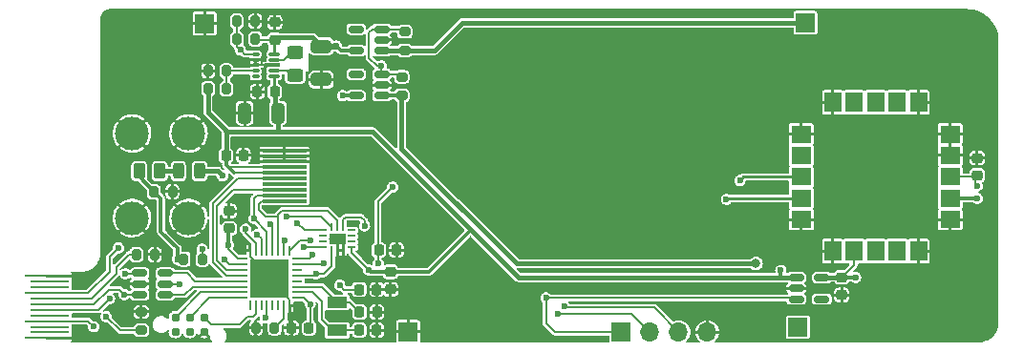
<source format=gbr>
%TF.GenerationSoftware,KiCad,Pcbnew,(6.0.10)*%
%TF.CreationDate,2023-04-20T12:34:08-06:00*%
%TF.ProjectId,SolarGPS,536f6c61-7247-4505-932e-6b696361645f,rev?*%
%TF.SameCoordinates,Original*%
%TF.FileFunction,Copper,L1,Top*%
%TF.FilePolarity,Positive*%
%FSLAX46Y46*%
G04 Gerber Fmt 4.6, Leading zero omitted, Abs format (unit mm)*
G04 Created by KiCad (PCBNEW (6.0.10)) date 2023-04-20 12:34:08*
%MOMM*%
%LPD*%
G01*
G04 APERTURE LIST*
G04 Aperture macros list*
%AMRoundRect*
0 Rectangle with rounded corners*
0 $1 Rounding radius*
0 $2 $3 $4 $5 $6 $7 $8 $9 X,Y pos of 4 corners*
0 Add a 4 corners polygon primitive as box body*
4,1,4,$2,$3,$4,$5,$6,$7,$8,$9,$2,$3,0*
0 Add four circle primitives for the rounded corners*
1,1,$1+$1,$2,$3*
1,1,$1+$1,$4,$5*
1,1,$1+$1,$6,$7*
1,1,$1+$1,$8,$9*
0 Add four rect primitives between the rounded corners*
20,1,$1+$1,$2,$3,$4,$5,0*
20,1,$1+$1,$4,$5,$6,$7,0*
20,1,$1+$1,$6,$7,$8,$9,0*
20,1,$1+$1,$8,$9,$2,$3,0*%
G04 Aperture macros list end*
%TA.AperFunction,ComponentPad*%
%ADD10C,3.000000*%
%TD*%
%TA.AperFunction,ConnectorPad*%
%ADD11C,0.787400*%
%TD*%
%TA.AperFunction,SMDPad,CuDef*%
%ADD12RoundRect,0.225000X-0.250000X0.225000X-0.250000X-0.225000X0.250000X-0.225000X0.250000X0.225000X0*%
%TD*%
%TA.AperFunction,SMDPad,CuDef*%
%ADD13RoundRect,0.200000X-0.200000X-0.275000X0.200000X-0.275000X0.200000X0.275000X-0.200000X0.275000X0*%
%TD*%
%TA.AperFunction,SMDPad,CuDef*%
%ADD14RoundRect,0.225000X-0.225000X-0.250000X0.225000X-0.250000X0.225000X0.250000X-0.225000X0.250000X0*%
%TD*%
%TA.AperFunction,SMDPad,CuDef*%
%ADD15R,4.000000X0.300000*%
%TD*%
%TA.AperFunction,SMDPad,CuDef*%
%ADD16RoundRect,0.200000X-0.275000X0.200000X-0.275000X-0.200000X0.275000X-0.200000X0.275000X0.200000X0*%
%TD*%
%TA.AperFunction,SMDPad,CuDef*%
%ADD17R,4.000000X0.250000*%
%TD*%
%TA.AperFunction,SMDPad,CuDef*%
%ADD18R,3.500000X0.250000*%
%TD*%
%TA.AperFunction,SMDPad,CuDef*%
%ADD19RoundRect,0.225000X0.250000X-0.225000X0.250000X0.225000X-0.250000X0.225000X-0.250000X-0.225000X0*%
%TD*%
%TA.AperFunction,ComponentPad*%
%ADD20R,1.700000X1.700000*%
%TD*%
%TA.AperFunction,SMDPad,CuDef*%
%ADD21RoundRect,0.200000X0.200000X0.275000X-0.200000X0.275000X-0.200000X-0.275000X0.200000X-0.275000X0*%
%TD*%
%TA.AperFunction,SMDPad,CuDef*%
%ADD22RoundRect,0.225000X0.225000X0.250000X-0.225000X0.250000X-0.225000X-0.250000X0.225000X-0.250000X0*%
%TD*%
%TA.AperFunction,SMDPad,CuDef*%
%ADD23RoundRect,0.150000X0.512500X0.150000X-0.512500X0.150000X-0.512500X-0.150000X0.512500X-0.150000X0*%
%TD*%
%TA.AperFunction,SMDPad,CuDef*%
%ADD24RoundRect,0.250000X-0.450000X0.325000X-0.450000X-0.325000X0.450000X-0.325000X0.450000X0.325000X0*%
%TD*%
%TA.AperFunction,SMDPad,CuDef*%
%ADD25RoundRect,0.150000X-0.512500X-0.150000X0.512500X-0.150000X0.512500X0.150000X-0.512500X0.150000X0*%
%TD*%
%TA.AperFunction,SMDPad,CuDef*%
%ADD26R,1.800000X1.500000*%
%TD*%
%TA.AperFunction,SMDPad,CuDef*%
%ADD27R,1.500000X1.800000*%
%TD*%
%TA.AperFunction,SMDPad,CuDef*%
%ADD28RoundRect,0.062500X0.375000X0.062500X-0.375000X0.062500X-0.375000X-0.062500X0.375000X-0.062500X0*%
%TD*%
%TA.AperFunction,SMDPad,CuDef*%
%ADD29RoundRect,0.062500X0.062500X0.375000X-0.062500X0.375000X-0.062500X-0.375000X0.062500X-0.375000X0*%
%TD*%
%TA.AperFunction,SMDPad,CuDef*%
%ADD30R,3.450000X3.450000*%
%TD*%
%TA.AperFunction,SMDPad,CuDef*%
%ADD31RoundRect,0.250000X0.650000X-0.325000X0.650000X0.325000X-0.650000X0.325000X-0.650000X-0.325000X0*%
%TD*%
%TA.AperFunction,SMDPad,CuDef*%
%ADD32R,1.800000X1.000000*%
%TD*%
%TA.AperFunction,SMDPad,CuDef*%
%ADD33RoundRect,0.200000X0.275000X-0.200000X0.275000X0.200000X-0.275000X0.200000X-0.275000X-0.200000X0*%
%TD*%
%TA.AperFunction,SMDPad,CuDef*%
%ADD34RoundRect,0.250000X-0.325000X-0.650000X0.325000X-0.650000X0.325000X0.650000X-0.325000X0.650000X0*%
%TD*%
%TA.AperFunction,SMDPad,CuDef*%
%ADD35R,0.675000X0.250000*%
%TD*%
%TA.AperFunction,SMDPad,CuDef*%
%ADD36R,0.250000X0.675000*%
%TD*%
%TA.AperFunction,SMDPad,CuDef*%
%ADD37RoundRect,0.243750X0.243750X0.456250X-0.243750X0.456250X-0.243750X-0.456250X0.243750X-0.456250X0*%
%TD*%
%TA.AperFunction,SMDPad,CuDef*%
%ADD38RoundRect,0.012500X-0.287500X-0.112500X0.287500X-0.112500X0.287500X0.112500X-0.287500X0.112500X0*%
%TD*%
%TA.AperFunction,SMDPad,CuDef*%
%ADD39RoundRect,0.012500X-0.437500X-0.112500X0.437500X-0.112500X0.437500X0.112500X-0.437500X0.112500X0*%
%TD*%
%TA.AperFunction,SMDPad,CuDef*%
%ADD40RoundRect,0.012500X-0.637500X-0.112500X0.637500X-0.112500X0.637500X0.112500X-0.637500X0.112500X0*%
%TD*%
%TA.AperFunction,SMDPad,CuDef*%
%ADD41RoundRect,0.250000X-0.262500X-0.450000X0.262500X-0.450000X0.262500X0.450000X-0.262500X0.450000X0*%
%TD*%
%TA.AperFunction,ComponentPad*%
%ADD42O,1.700000X1.700000*%
%TD*%
%TA.AperFunction,ViaPad*%
%ADD43C,0.600000*%
%TD*%
%TA.AperFunction,ViaPad*%
%ADD44C,0.800000*%
%TD*%
%TA.AperFunction,Conductor*%
%ADD45C,0.200000*%
%TD*%
%TA.AperFunction,Conductor*%
%ADD46C,0.250000*%
%TD*%
%TA.AperFunction,Conductor*%
%ADD47C,0.400000*%
%TD*%
%TA.AperFunction,Conductor*%
%ADD48C,0.300000*%
%TD*%
%TA.AperFunction,Conductor*%
%ADD49C,0.500000*%
%TD*%
G04 APERTURE END LIST*
D10*
%TO.P,J7,1,Pin_1*%
%TO.N,GND*%
X58000000Y-61250000D03*
X53000000Y-61250000D03*
X53000000Y-68750000D03*
X58000000Y-68750000D03*
%TD*%
D11*
%TO.P,J6,1,Pin_1*%
%TO.N,VDD*%
X56830000Y-78835000D03*
%TO.P,J6,2,Pin_2*%
%TO.N,SWDIO*%
X56830000Y-77565000D03*
%TO.P,J6,3,Pin_3*%
%TO.N,nRESET*%
X58100000Y-78835000D03*
%TO.P,J6,4,Pin_4*%
%TO.N,SWCLK*%
X58100000Y-77565000D03*
%TO.P,J6,5,Pin_5*%
%TO.N,GND*%
X59370000Y-78835000D03*
%TO.P,J6,6,Pin_6*%
%TO.N,SWO*%
X59370000Y-77565000D03*
%TD*%
D12*
%TO.P,C6,1*%
%TO.N,GND*%
X65645000Y-51375000D03*
%TO.P,C6,2*%
%TO.N,VBAT*%
X65645000Y-52925000D03*
%TD*%
D13*
%TO.P,R11,1*%
%TO.N,VUSB*%
X57575000Y-72400000D03*
%TO.P,R11,2*%
%TO.N,Net-(U3-Pad28)*%
X59225000Y-72400000D03*
%TD*%
%TO.P,R3,1*%
%TO.N,VBATSENSE*%
X62270000Y-51290000D03*
%TO.P,R3,2*%
%TO.N,GND*%
X63920000Y-51290000D03*
%TD*%
D14*
%TO.P,C13,1*%
%TO.N,XTAL2*%
X73150000Y-77100000D03*
%TO.P,C13,2*%
%TO.N,GND*%
X74700000Y-77100000D03*
%TD*%
D15*
%TO.P,J1,1,Pin_1*%
%TO.N,SPI_CLK*%
X66500000Y-67250000D03*
%TO.P,J1,2,Pin_2*%
%TO.N,SPI_MOSI*%
X66500000Y-66750000D03*
%TO.P,J1,3,Pin_3*%
%TO.N,DISPCS*%
X66500000Y-66250000D03*
%TO.P,J1,4,Pin_4*%
%TO.N,EXTIN*%
X66500000Y-65750000D03*
%TO.P,J1,5,Pin_5*%
%TO.N,LCDEN*%
X66500000Y-65250000D03*
%TO.P,J1,6,Pin_6*%
%TO.N,VDD*%
X66500000Y-64750000D03*
%TO.P,J1,7,Pin_7*%
X66500000Y-64250000D03*
%TO.P,J1,8,Pin_8*%
%TO.N,GND*%
X66500000Y-63750000D03*
%TO.P,J1,9,Pin_9*%
X66500000Y-63250000D03*
%TO.P,J1,10,Pin_10*%
X66500000Y-62750000D03*
%TD*%
D16*
%TO.P,R4,1*%
%TO.N,SOLAREN*%
X77150000Y-52225000D03*
%TO.P,R4,2*%
%TO.N,/SOLAR2+*%
X77150000Y-53875000D03*
%TD*%
D17*
%TO.P,J9,A1,GND*%
%TO.N,GND*%
X45450000Y-73905000D03*
D18*
%TO.P,J9,A2*%
%TO.N,N/C*%
X45700000Y-74405000D03*
%TO.P,J9,A3*%
X45700000Y-74905000D03*
D17*
%TO.P,J9,A4,VBUS*%
%TO.N,VUSB*%
X45450000Y-75405000D03*
D18*
%TO.P,J9,A5,CC1*%
%TO.N,Net-(J9-PadA5)*%
X45700000Y-75905000D03*
%TO.P,J9,A6,D+*%
%TO.N,USBR_P*%
X45700000Y-76405000D03*
%TO.P,J9,A7,D-*%
%TO.N,USBR_N*%
X45700000Y-76905000D03*
%TO.P,J9,A8,SBU1*%
%TO.N,unconnected-(J9-PadA8)*%
X45700000Y-77405000D03*
D17*
%TO.P,J9,A9,VBUS*%
%TO.N,VUSB*%
X45450000Y-77905000D03*
D18*
%TO.P,J9,A10*%
%TO.N,N/C*%
X45700000Y-78405000D03*
%TO.P,J9,A11*%
X45700000Y-78905000D03*
D17*
%TO.P,J9,A12,GND*%
%TO.N,GND*%
X45450000Y-79405000D03*
%TD*%
D19*
%TO.P,C14,1*%
%TO.N,VDD*%
X61600000Y-69675000D03*
%TO.P,C14,2*%
%TO.N,GND*%
X61600000Y-68125000D03*
%TD*%
D14*
%TO.P,C2,1*%
%TO.N,nRESET*%
X73125000Y-75100000D03*
%TO.P,C2,2*%
%TO.N,GND*%
X74675000Y-75100000D03*
%TD*%
D20*
%TO.P,J3,1,Pin_1*%
%TO.N,GND*%
X59425000Y-51500000D03*
%TD*%
D21*
%TO.P,R13,1*%
%TO.N,GND*%
X56575000Y-66400000D03*
%TO.P,R13,2*%
%TO.N,VUSB*%
X54925000Y-66400000D03*
%TD*%
D22*
%TO.P,C7,1*%
%TO.N,GND*%
X76425000Y-71600000D03*
%TO.P,C7,2*%
%TO.N,VBATSENSE*%
X74875000Y-71600000D03*
%TD*%
D12*
%TO.P,C17,1*%
%TO.N,VDD*%
X75900000Y-73525000D03*
%TO.P,C17,2*%
%TO.N,GND*%
X75900000Y-75075000D03*
%TD*%
D19*
%TO.P,C1,1*%
%TO.N,GND*%
X115900000Y-75575000D03*
%TO.P,C1,2*%
%TO.N,/GPS_VDD*%
X115900000Y-74025000D03*
%TD*%
D23*
%TO.P,U6,1,VDD*%
%TO.N,/SOLAR1+*%
X75137500Y-57900000D03*
%TO.P,U6,2,GND*%
%TO.N,GND*%
X75137500Y-56950000D03*
%TO.P,U6,3,EN*%
%TO.N,SOLAREN*%
X75137500Y-56000000D03*
%TO.P,U6,4,NC*%
%TO.N,unconnected-(U6-Pad4)*%
X72862500Y-56000000D03*
%TO.P,U6,5,OUT*%
%TO.N,VBAT*%
X72862500Y-57900000D03*
%TD*%
D21*
%TO.P,R2,1*%
%TO.N,VBAT*%
X63930000Y-52880000D03*
%TO.P,R2,2*%
%TO.N,VBATSENSE*%
X62280000Y-52880000D03*
%TD*%
D12*
%TO.P,C12,1*%
%TO.N,GND*%
X127900000Y-63425000D03*
%TO.P,C12,2*%
%TO.N,VDD*%
X127900000Y-64975000D03*
%TD*%
D24*
%TO.P,L1,1*%
%TO.N,Net-(L1-Pad1)*%
X67445000Y-54045000D03*
%TO.P,L1,2*%
%TO.N,Net-(L1-Pad2)*%
X67445000Y-56095000D03*
%TD*%
D25*
%TO.P,U5,1,VDD*%
%TO.N,VDD*%
X111862500Y-74050000D03*
%TO.P,U5,2,GND*%
%TO.N,GND*%
X111862500Y-75000000D03*
%TO.P,U5,3,EN*%
%TO.N,GPS_EN*%
X111862500Y-75950000D03*
%TO.P,U5,4,NC*%
%TO.N,unconnected-(U5-Pad4)*%
X114137500Y-75950000D03*
%TO.P,U5,5,OUT*%
%TO.N,/GPS_VDD*%
X114137500Y-74050000D03*
%TD*%
D20*
%TO.P,J4,1,Pin_1*%
%TO.N,/SOLAR1+*%
X112025000Y-78450000D03*
%TD*%
D22*
%TO.P,C3,1*%
%TO.N,GND*%
X62875000Y-63200000D03*
%TO.P,C3,2*%
%TO.N,VDD*%
X61325000Y-63200000D03*
%TD*%
D26*
%TO.P,U2,1,GND*%
%TO.N,GND*%
X125500000Y-68900000D03*
%TO.P,U2,2,VCC_IO*%
%TO.N,/GPS_VDD*%
X125500000Y-67000000D03*
%TO.P,U2,3,V_BCKP*%
%TO.N,VDD*%
X125500000Y-65100000D03*
%TO.P,U2,4,GND*%
%TO.N,GND*%
X125500000Y-63200000D03*
%TO.P,U2,5,GND*%
X125500000Y-61300000D03*
D27*
%TO.P,U2,6,GND*%
X122700000Y-58500000D03*
%TO.P,U2,7,TIMEPULSE*%
%TO.N,unconnected-(U2-Pad7)*%
X120800000Y-58500000D03*
%TO.P,U2,8,~{SAFEBOOT}*%
%TO.N,unconnected-(U2-Pad8)*%
X118900000Y-58500000D03*
%TO.P,U2,9,SDA*%
%TO.N,unconnected-(U2-Pad9)*%
X117000000Y-58500000D03*
%TO.P,U2,10,GND*%
%TO.N,GND*%
X115100000Y-58500000D03*
D26*
%TO.P,U2,11,GND*%
X112300000Y-61300000D03*
%TO.P,U2,12,SCL*%
%TO.N,unconnected-(U2-Pad12)*%
X112300000Y-63200000D03*
%TO.P,U2,13,TXD*%
%TO.N,GPS_UART_MISO*%
X112300000Y-65100000D03*
%TO.P,U2,14,RXD*%
%TO.N,GPS_UART_MOSI*%
X112300000Y-67000000D03*
%TO.P,U2,15,GND*%
%TO.N,GND*%
X112300000Y-68900000D03*
D27*
%TO.P,U2,16,GND*%
X115100000Y-71700000D03*
%TO.P,U2,17,VCC*%
%TO.N,/GPS_VDD*%
X117000000Y-71700000D03*
%TO.P,U2,18,~{RESET}*%
%TO.N,unconnected-(U2-Pad18)*%
X118900000Y-71700000D03*
%TO.P,U2,19,EXTINT*%
%TO.N,unconnected-(U2-Pad19)*%
X120800000Y-71700000D03*
%TO.P,U2,20,GND*%
%TO.N,GND*%
X122700000Y-71700000D03*
%TD*%
D21*
%TO.P,R6,1*%
%TO.N,/FB*%
X61370000Y-57290000D03*
%TO.P,R6,2*%
%TO.N,VDD*%
X59720000Y-57290000D03*
%TD*%
D25*
%TO.P,U8,1,I/O1*%
%TO.N,USBR_N*%
X53662500Y-73650000D03*
%TO.P,U8,2,GND*%
%TO.N,GND*%
X53662500Y-74600000D03*
%TO.P,U8,3,I/O2*%
%TO.N,USBR_P*%
X53662500Y-75550000D03*
%TO.P,U8,4,I/O2*%
%TO.N,USB_P*%
X55937500Y-75550000D03*
%TO.P,U8,5,VBUS*%
%TO.N,VUSB*%
X55937500Y-74600000D03*
%TO.P,U8,6,I/O1*%
%TO.N,USB_N*%
X55937500Y-73650000D03*
%TD*%
D28*
%TO.P,U3,1,VDD*%
%TO.N,VDD*%
X67637500Y-75850000D03*
%TO.P,U3,2,PC14*%
%TO.N,XTAL1*%
X67637500Y-75350000D03*
%TO.P,U3,3,PC15*%
%TO.N,XTAL2*%
X67637500Y-74850000D03*
%TO.P,U3,4,NRST*%
%TO.N,unconnected-(U3-Pad4)*%
X67637500Y-74350000D03*
%TO.P,U3,5,VDDA*%
%TO.N,VDD*%
X67637500Y-73850000D03*
%TO.P,U3,6,PA0*%
%TO.N,unconnected-(U3-Pad6)*%
X67637500Y-73350000D03*
%TO.P,U3,7,PA1*%
%TO.N,VBATSENSE*%
X67637500Y-72850000D03*
%TO.P,U3,8,PA2*%
%TO.N,GPS_UART_MOSI*%
X67637500Y-72350000D03*
D29*
%TO.P,U3,9,PA3*%
%TO.N,GPS_UART_MISO*%
X66950000Y-71662500D03*
%TO.P,U3,10,PA4*%
%TO.N,GPS_EN*%
X66450000Y-71662500D03*
%TO.P,U3,11,PA5*%
%TO.N,SPI_CLK*%
X65950000Y-71662500D03*
%TO.P,U3,12,PA6*%
%TO.N,SPI_MISO*%
X65450000Y-71662500D03*
%TO.P,U3,13,PA7*%
%TO.N,SPI_MOSI*%
X64950000Y-71662500D03*
%TO.P,U3,14,PB0*%
%TO.N,MMU_INT*%
X64450000Y-71662500D03*
%TO.P,U3,15,PB1*%
%TO.N,MMU_CS*%
X63950000Y-71662500D03*
%TO.P,U3,16,VSS*%
%TO.N,GND*%
X63450000Y-71662500D03*
D28*
%TO.P,U3,17,VDD*%
%TO.N,VDD*%
X62762500Y-72350000D03*
%TO.P,U3,18,PA8*%
%TO.N,SOLAREN*%
X62762500Y-72850000D03*
%TO.P,U3,19,PA9*%
%TO.N,DISPCS*%
X62762500Y-73350000D03*
%TO.P,U3,20,PA10*%
%TO.N,LCDEN*%
X62762500Y-73850000D03*
%TO.P,U3,21,PA11*%
%TO.N,USB_N*%
X62762500Y-74350000D03*
%TO.P,U3,22,PA12*%
%TO.N,USB_P*%
X62762500Y-74850000D03*
%TO.P,U3,23,PA13*%
%TO.N,SWDIO*%
X62762500Y-75350000D03*
%TO.P,U3,24,PA14*%
%TO.N,SWCLK*%
X62762500Y-75850000D03*
D29*
%TO.P,U3,25,PA15*%
%TO.N,LED*%
X63450000Y-76537500D03*
%TO.P,U3,26,PB3*%
%TO.N,SWO*%
X63950000Y-76537500D03*
%TO.P,U3,27,PB4*%
%TO.N,unconnected-(U3-Pad27)*%
X64450000Y-76537500D03*
%TO.P,U3,28,PB5*%
%TO.N,Net-(U3-Pad28)*%
X64950000Y-76537500D03*
%TO.P,U3,29,PB6*%
%TO.N,unconnected-(U3-Pad29)*%
X65450000Y-76537500D03*
%TO.P,U3,30,PB7*%
%TO.N,unconnected-(U3-Pad30)*%
X65950000Y-76537500D03*
%TO.P,U3,31,PH3*%
%TO.N,Net-(R1-Pad1)*%
X66450000Y-76537500D03*
%TO.P,U3,32,VSS*%
%TO.N,GND*%
X66950000Y-76537500D03*
D30*
%TO.P,U3,33,VSS*%
X65200000Y-74100000D03*
%TD*%
D31*
%TO.P,C10,1*%
%TO.N,GND*%
X69770000Y-56465000D03*
%TO.P,C10,2*%
%TO.N,VBAT*%
X69770000Y-53515000D03*
%TD*%
D16*
%TO.P,R12,1*%
%TO.N,SOLAREN*%
X76900000Y-56225000D03*
%TO.P,R12,2*%
%TO.N,/SOLAR1+*%
X76900000Y-57875000D03*
%TD*%
D22*
%TO.P,C16,1*%
%TO.N,VDD*%
X68675000Y-78500000D03*
%TO.P,C16,2*%
%TO.N,GND*%
X67125000Y-78500000D03*
%TD*%
D20*
%TO.P,J5,1,Pin_1*%
%TO.N,/SOLAR2+*%
X112675000Y-51425000D03*
%TD*%
D14*
%TO.P,C15,1*%
%TO.N,XTAL1*%
X73125000Y-78700000D03*
%TO.P,C15,2*%
%TO.N,GND*%
X74675000Y-78700000D03*
%TD*%
D13*
%TO.P,R7,1*%
%TO.N,GND*%
X59720000Y-55700000D03*
%TO.P,R7,2*%
%TO.N,/FB*%
X61370000Y-55700000D03*
%TD*%
D32*
%TO.P,Y1,1,1*%
%TO.N,XTAL1*%
X71175000Y-78725000D03*
%TO.P,Y1,2,2*%
%TO.N,XTAL2*%
X71175000Y-76225000D03*
%TD*%
D20*
%TO.P,J2,1,Pin_1*%
%TO.N,GND*%
X77450000Y-78850000D03*
%TD*%
D33*
%TO.P,R9,1*%
%TO.N,Net-(J9-PadB5)*%
X53800000Y-78725000D03*
%TO.P,R9,2*%
%TO.N,GND*%
X53800000Y-77075000D03*
%TD*%
D34*
%TO.P,C9,1*%
%TO.N,GND*%
X62970000Y-59440000D03*
%TO.P,C9,2*%
%TO.N,VDD*%
X65920000Y-59440000D03*
%TD*%
D35*
%TO.P,U4,1,SDO*%
%TO.N,SPI_MISO*%
X69937500Y-69850000D03*
%TO.P,U4,2,ASD*%
%TO.N,unconnected-(U4-Pad2)*%
X69937500Y-70350000D03*
%TO.P,U4,3,ASC*%
%TO.N,unconnected-(U4-Pad3)*%
X69937500Y-70850000D03*
%TO.P,U4,4,INT1*%
%TO.N,MMU_INT*%
X69937500Y-71350000D03*
D36*
%TO.P,U4,5,VDDIO*%
%TO.N,VDD*%
X70700000Y-71612500D03*
%TO.P,U4,6,GND*%
%TO.N,GND*%
X71200000Y-71612500D03*
%TO.P,U4,7,GND*%
X71700000Y-71612500D03*
D35*
%TO.P,U4,8,VDD*%
%TO.N,VDD*%
X72462500Y-71350000D03*
%TO.P,U4,9,INT2*%
%TO.N,unconnected-(U4-Pad9)*%
X72462500Y-70850000D03*
%TO.P,U4,10,OCSB*%
%TO.N,unconnected-(U4-Pad10)*%
X72462500Y-70350000D03*
%TO.P,U4,11,OSDO*%
%TO.N,unconnected-(U4-Pad11)*%
X72462500Y-69850000D03*
D36*
%TO.P,U4,12,CSB*%
%TO.N,MMU_CS*%
X71700000Y-69587500D03*
%TO.P,U4,13,SC*%
%TO.N,SPI_CLK*%
X71200000Y-69587500D03*
%TO.P,U4,14,SD*%
%TO.N,SPI_MOSI*%
X70700000Y-69587500D03*
%TD*%
D14*
%TO.P,C8,1*%
%TO.N,GND*%
X64080000Y-57540000D03*
%TO.P,C8,2*%
%TO.N,VDD*%
X65630000Y-57540000D03*
%TD*%
D37*
%TO.P,D1,1,K*%
%TO.N,VBAT*%
X58987500Y-64600000D03*
%TO.P,D1,2,A*%
%TO.N,Net-(D1-Pad2)*%
X57112500Y-64600000D03*
%TD*%
D13*
%TO.P,R8,1*%
%TO.N,Net-(J9-PadA5)*%
X53375000Y-72000000D03*
%TO.P,R8,2*%
%TO.N,GND*%
X55025000Y-72000000D03*
%TD*%
D21*
%TO.P,R1,1*%
%TO.N,Net-(R1-Pad1)*%
X65625000Y-78500000D03*
%TO.P,R1,2*%
%TO.N,GND*%
X63975000Y-78500000D03*
%TD*%
D38*
%TO.P,U1,1,EN*%
%TO.N,VBATSENSE*%
X63945000Y-54200000D03*
%TO.P,U1,2,MODE*%
%TO.N,GND*%
X63945000Y-54700000D03*
%TO.P,U1,3,AGND*%
X63945000Y-55200000D03*
%TO.P,U1,4,FB*%
%TO.N,/FB*%
X63945000Y-55700000D03*
%TO.P,U1,5,PG*%
%TO.N,unconnected-(U1-Pad5)*%
X63945000Y-56200000D03*
D39*
%TO.P,U1,6,VOUT*%
%TO.N,VDD*%
X65595000Y-56200000D03*
%TO.P,U1,7,L2*%
%TO.N,Net-(L1-Pad2)*%
X65595000Y-55700000D03*
D40*
%TO.P,U1,8,GND*%
%TO.N,GND*%
X65395000Y-55200000D03*
D39*
%TO.P,U1,9,L1*%
%TO.N,Net-(L1-Pad1)*%
X65595000Y-54700000D03*
%TO.P,U1,10,VIN*%
%TO.N,VBAT*%
X65595000Y-54200000D03*
%TD*%
D41*
%TO.P,R10,1*%
%TO.N,VUSB*%
X53625000Y-64600000D03*
%TO.P,R10,2*%
%TO.N,Net-(D1-Pad2)*%
X55450000Y-64600000D03*
%TD*%
D23*
%TO.P,U7,1,VDD*%
%TO.N,/SOLAR2+*%
X75137500Y-53900000D03*
%TO.P,U7,2,GND*%
%TO.N,GND*%
X75137500Y-52950000D03*
%TO.P,U7,3,EN*%
%TO.N,SOLAREN*%
X75137500Y-52000000D03*
%TO.P,U7,4,NC*%
%TO.N,unconnected-(U7-Pad4)*%
X72862500Y-52000000D03*
%TO.P,U7,5,OUT*%
%TO.N,VBAT*%
X72862500Y-53900000D03*
%TD*%
D20*
%TO.P,J8,1,Pin_1*%
%TO.N,GPS_EN*%
X96350000Y-78875000D03*
D42*
%TO.P,J8,2,Pin_2*%
%TO.N,GPS_UART_MOSI*%
X98890000Y-78875000D03*
%TO.P,J8,3,Pin_3*%
%TO.N,GPS_UART_MISO*%
X101430000Y-78875000D03*
%TO.P,J8,4,Pin_4*%
%TO.N,GND*%
X103970000Y-78875000D03*
%TD*%
D43*
%TO.N,GND*%
X96000000Y-55600000D03*
X94550000Y-62550000D03*
X99700000Y-70100000D03*
X107850000Y-53000000D03*
X83400000Y-53050000D03*
X128875000Y-62725000D03*
X78000000Y-68700000D03*
X103500000Y-71700000D03*
X77500000Y-66300000D03*
X125000000Y-74200000D03*
X111000000Y-54350000D03*
X76600000Y-50750000D03*
X74650000Y-59650000D03*
X109800000Y-68900000D03*
X110000000Y-63500000D03*
X76200000Y-76900000D03*
X115100000Y-54050000D03*
X129400000Y-53450000D03*
X51300000Y-79400000D03*
X52400000Y-77400000D03*
X129000000Y-69900000D03*
X88600000Y-71800000D03*
X82100000Y-79100000D03*
X72600000Y-62150000D03*
X62700000Y-68550000D03*
X101100000Y-75000000D03*
X62670000Y-57515000D03*
X121600000Y-50850000D03*
X67145000Y-57540000D03*
X51850000Y-64700000D03*
X82800000Y-72600000D03*
X78700000Y-52850000D03*
X128150000Y-51200000D03*
X91872047Y-70605794D03*
X50800000Y-58600000D03*
X110100000Y-61200000D03*
X122000000Y-78750000D03*
X129200000Y-75250000D03*
X52400000Y-74600000D03*
X117850000Y-78700000D03*
X69845000Y-58240000D03*
X74050000Y-65900000D03*
X108200000Y-77250000D03*
X71550000Y-66000000D03*
X78800000Y-57050000D03*
X62845000Y-54940000D03*
X118400000Y-54800000D03*
X55500000Y-79400000D03*
X126700000Y-75050000D03*
X61700000Y-59450000D03*
X80900000Y-69800000D03*
X58300000Y-66300000D03*
X67100000Y-79400000D03*
X80000000Y-64300000D03*
X56700000Y-50800000D03*
X122200000Y-74200000D03*
X110200000Y-70500000D03*
X59400000Y-78850000D03*
X106900000Y-56900000D03*
X113100000Y-75100000D03*
X72500000Y-59650000D03*
X107100000Y-75100000D03*
X78600000Y-75200000D03*
X109900000Y-72500000D03*
X71300000Y-62900000D03*
X67245000Y-51340000D03*
X76850000Y-75050000D03*
X107475000Y-79100000D03*
X126000000Y-50750000D03*
X88900000Y-79100000D03*
X59600000Y-54700000D03*
X62200000Y-79400000D03*
X67545000Y-59340000D03*
X65100000Y-74800000D03*
X71900000Y-67500000D03*
X49300000Y-73800000D03*
X48450000Y-79250000D03*
X128875000Y-58750000D03*
X126000000Y-54500000D03*
X51000000Y-51300000D03*
X125800000Y-78750000D03*
X129000000Y-78650000D03*
X120300000Y-76200000D03*
X121700000Y-54700000D03*
X85600000Y-74600000D03*
X106900000Y-62400000D03*
X74100000Y-67500000D03*
X78550000Y-54950000D03*
X109800000Y-57000000D03*
X116400000Y-56100000D03*
X69845000Y-59740000D03*
X85300000Y-69200000D03*
X103700000Y-69000000D03*
X64000000Y-79400000D03*
X117600000Y-50750000D03*
%TO.N,VDD*%
X69300000Y-73700000D03*
X56850000Y-78850000D03*
X110500000Y-73400000D03*
X68775000Y-76375000D03*
X73975767Y-73359500D03*
X127900000Y-65900000D03*
X61525000Y-71125000D03*
%TO.N,GPS_UART_MOSI*%
X105675000Y-67100000D03*
X68990534Y-72040534D03*
X90700000Y-77300000D03*
%TO.N,GPS_UART_MISO*%
X106875000Y-65425000D03*
X91300000Y-76600000D03*
X68829373Y-70720627D03*
%TO.N,VBATSENSE*%
X74800000Y-72800000D03*
X69950000Y-72800000D03*
X62595000Y-53840000D03*
X76100000Y-66000000D03*
%TO.N,SPI_MOSI*%
X63800000Y-68800000D03*
X66663522Y-68662379D03*
%TO.N,SPI_MISO*%
X67650000Y-69200000D03*
X65283717Y-69340500D03*
D44*
%TO.N,/SOLAR1+*%
X108300000Y-72800000D03*
D43*
%TO.N,nRESET*%
X58100000Y-78850000D03*
X71400000Y-74700000D03*
%TO.N,GPS_EN*%
X66500000Y-70700000D03*
X89700000Y-75850000D03*
%TO.N,Net-(U3-Pad28)*%
X64800000Y-77600000D03*
X59200000Y-71500000D03*
%TO.N,MMU_INT*%
X64100000Y-70200000D03*
X68200001Y-71349999D03*
%TO.N,MMU_CS*%
X73600000Y-69459500D03*
X63050000Y-69750000D03*
%TO.N,/GPS_VDD*%
X127900000Y-67000000D03*
X117125000Y-74025000D03*
%TO.N,SOLAREN*%
X75100000Y-55250000D03*
X61200000Y-72400000D03*
%TO.N,VBAT*%
X71125000Y-53500000D03*
X61000000Y-65000000D03*
X71650000Y-57900000D03*
%TO.N,Net-(J9-PadB5)*%
X50700000Y-77500000D03*
%TO.N,VUSB*%
X51800000Y-71400000D03*
X57000000Y-72400000D03*
X57200000Y-74600000D03*
X49600000Y-78400000D03*
%TO.N,USBR_P*%
X52306250Y-75550000D03*
%TO.N,USBR_N*%
X52400000Y-73700000D03*
X51000000Y-75900000D03*
%TD*%
D45*
%TO.N,LCDEN*%
X60140499Y-72648911D02*
X61341588Y-73850000D01*
X60140499Y-67459501D02*
X60140499Y-72648911D01*
X61341588Y-73850000D02*
X62762500Y-73850000D01*
X62350000Y-65250000D02*
X60140499Y-67459501D01*
X66500000Y-65250000D02*
X62350000Y-65250000D01*
%TO.N,DISPCS*%
X61350000Y-73350000D02*
X62762500Y-73350000D01*
X60500000Y-67700000D02*
X60500000Y-72500000D01*
X61950000Y-66250000D02*
X60500000Y-67700000D01*
X66500000Y-66250000D02*
X61950000Y-66250000D01*
X60500000Y-72500000D02*
X61350000Y-73350000D01*
%TO.N,GND*%
X63460000Y-72200000D02*
X65200000Y-73940000D01*
D46*
X64675000Y-56895000D02*
X64080000Y-57490000D01*
X64925000Y-55200000D02*
X64675000Y-55450000D01*
D45*
X66940000Y-76527500D02*
X66940000Y-76000000D01*
X66950000Y-78325000D02*
X67125000Y-78500000D01*
D46*
X65395000Y-55200000D02*
X64925000Y-55200000D01*
D45*
X63450000Y-71662500D02*
X63460000Y-71672500D01*
X63460000Y-71672500D02*
X63460000Y-72200000D01*
X66940000Y-76000000D02*
X65200000Y-74260000D01*
X63945000Y-55200000D02*
X65395000Y-55200000D01*
D46*
X64675000Y-55450000D02*
X64675000Y-56895000D01*
D45*
X66950000Y-76537500D02*
X66940000Y-76527500D01*
X53662500Y-74600000D02*
X52400000Y-74600000D01*
X66950000Y-76537500D02*
X66950000Y-78325000D01*
D47*
%TO.N,VDD*%
X83025000Y-69775000D02*
X74350000Y-61100000D01*
X65950000Y-61100000D02*
X61400000Y-61100000D01*
D45*
X61525000Y-71525000D02*
X61525000Y-71125000D01*
X66500000Y-64750000D02*
X62050000Y-64750000D01*
D46*
X65600000Y-56200000D02*
X65600000Y-57505000D01*
D45*
X127900000Y-64975000D02*
X127775000Y-65100000D01*
X68775000Y-76375000D02*
X68250000Y-75850000D01*
X70025000Y-73700000D02*
X70625000Y-73100000D01*
X70700000Y-73025000D02*
X70625000Y-73100000D01*
X68775000Y-78800000D02*
X68775000Y-76375000D01*
X69150000Y-73850000D02*
X69300000Y-73700000D01*
D47*
X61400000Y-61100000D02*
X61300000Y-61000000D01*
D45*
X68250000Y-75850000D02*
X67637500Y-75850000D01*
D47*
X87300000Y-74050000D02*
X83025000Y-69775000D01*
X61325000Y-60975000D02*
X59720000Y-59370000D01*
D45*
X66500000Y-64250000D02*
X61550000Y-64250000D01*
X62350000Y-72350000D02*
X61525000Y-71525000D01*
D48*
X83025000Y-69775000D02*
X79275000Y-73525000D01*
D45*
X127775000Y-65100000D02*
X127775000Y-65775000D01*
X70700000Y-71612500D02*
X70700000Y-73025000D01*
X72462500Y-71350000D02*
X72462500Y-71846233D01*
D48*
X61525000Y-69750000D02*
X61525000Y-71125000D01*
D45*
X65595000Y-57505000D02*
X65630000Y-57540000D01*
D47*
X61325000Y-63200000D02*
X61325000Y-60975000D01*
D45*
X62762500Y-72350000D02*
X62350000Y-72350000D01*
X127775000Y-65100000D02*
X125500000Y-65100000D01*
D48*
X79275000Y-73525000D02*
X74141267Y-73525000D01*
X61325000Y-64025000D02*
X61325000Y-63200000D01*
D47*
X110350000Y-74050000D02*
X87300000Y-74050000D01*
D45*
X72462500Y-71846233D02*
X73975767Y-73359500D01*
D48*
X62050000Y-64750000D02*
X61325000Y-64025000D01*
D47*
X65920000Y-59440000D02*
X65920000Y-61070000D01*
X74350000Y-61100000D02*
X65950000Y-61100000D01*
D45*
X127775000Y-65775000D02*
X127900000Y-65900000D01*
D47*
X65630000Y-57540000D02*
X65630000Y-59150000D01*
D48*
X74141267Y-73525000D02*
X73975767Y-73359500D01*
D47*
X65920000Y-61070000D02*
X65950000Y-61100000D01*
D45*
X69300000Y-73700000D02*
X70025000Y-73700000D01*
D48*
X110500000Y-73400000D02*
X110500000Y-73900000D01*
D45*
X67637500Y-73850000D02*
X69150000Y-73850000D01*
D47*
X111862500Y-74050000D02*
X110350000Y-74050000D01*
X59720000Y-59370000D02*
X59720000Y-57290000D01*
D48*
X61600000Y-69675000D02*
X61525000Y-69750000D01*
D47*
X65630000Y-59150000D02*
X65920000Y-59440000D01*
D45*
%TO.N,GPS_UART_MOSI*%
X90775000Y-77225000D02*
X90700000Y-77300000D01*
X98890000Y-78875000D02*
X97240000Y-77225000D01*
X68681068Y-72350000D02*
X68990534Y-72040534D01*
X67637500Y-72350000D02*
X68681068Y-72350000D01*
X97240000Y-77225000D02*
X90775000Y-77225000D01*
D46*
X105775000Y-67000000D02*
X105675000Y-67100000D01*
X112300000Y-67000000D02*
X105775000Y-67000000D01*
%TO.N,GPS_UART_MISO*%
X112300000Y-65100000D02*
X107200000Y-65100000D01*
X107200000Y-65100000D02*
X106875000Y-65425000D01*
D45*
X101430000Y-78875000D02*
X99255000Y-76700000D01*
X67891873Y-70720627D02*
X68829373Y-70720627D01*
X91400000Y-76700000D02*
X99255000Y-76700000D01*
X91300000Y-76600000D02*
X91400000Y-76700000D01*
X66950000Y-71662500D02*
X67891873Y-70720627D01*
%TO.N,VBATSENSE*%
X62955000Y-54200000D02*
X62595000Y-53840000D01*
X76100000Y-66000000D02*
X74800000Y-67300000D01*
X69900000Y-72850000D02*
X69950000Y-72800000D01*
X62595000Y-53840000D02*
X62280000Y-53525000D01*
X62280000Y-53525000D02*
X62280000Y-52880000D01*
X74800000Y-67300000D02*
X74800000Y-72800000D01*
X67637500Y-72850000D02*
X69900000Y-72850000D01*
X63945000Y-54200000D02*
X62955000Y-54200000D01*
X62270000Y-51290000D02*
X62270000Y-52870000D01*
X62270000Y-52870000D02*
X62280000Y-52880000D01*
%TO.N,SPI_MOSI*%
X64050000Y-66750000D02*
X63800000Y-67000000D01*
X70700000Y-69587500D02*
X69753000Y-68640500D01*
X69753000Y-68640500D02*
X66685401Y-68640500D01*
X66685401Y-68640500D02*
X66663522Y-68662379D01*
X66500000Y-66750000D02*
X64050000Y-66750000D01*
X64950000Y-69950000D02*
X63800000Y-68800000D01*
X64950000Y-71662500D02*
X64950000Y-69950000D01*
X63800000Y-67000000D02*
X63800000Y-68800000D01*
%TO.N,SPI_CLK*%
X64200000Y-68000000D02*
X64859500Y-68659500D01*
X65940500Y-68459500D02*
X65940500Y-68659500D01*
X64200000Y-67500000D02*
X64200000Y-68000000D01*
X66500000Y-67250000D02*
X64450000Y-67250000D01*
X65940500Y-68659500D02*
X65940500Y-71653000D01*
X71200000Y-69587500D02*
X71200000Y-69000000D01*
X71200000Y-69000000D02*
X70300000Y-68100000D01*
X66300000Y-68100000D02*
X65940500Y-68459500D01*
X64450000Y-67250000D02*
X64200000Y-67500000D01*
X70300000Y-68100000D02*
X66300000Y-68100000D01*
X64859500Y-68659500D02*
X65940500Y-68659500D01*
X65940500Y-71653000D02*
X65950000Y-71662500D01*
%TO.N,SPI_MISO*%
X68300000Y-69850000D02*
X67650000Y-69200000D01*
X69937500Y-69850000D02*
X68300000Y-69850000D01*
X65450000Y-69506783D02*
X65283717Y-69340500D01*
X65450000Y-71662500D02*
X65450000Y-69506783D01*
D47*
%TO.N,/SOLAR1+*%
X76875000Y-62575000D02*
X76875000Y-57900000D01*
D48*
X75137500Y-57900000D02*
X76875000Y-57900000D01*
D47*
X108300000Y-72800000D02*
X87100000Y-72800000D01*
D45*
X76875000Y-57900000D02*
X76900000Y-57875000D01*
D47*
X87100000Y-72800000D02*
X76875000Y-62575000D01*
%TO.N,/SOLAR2+*%
X79825000Y-53875000D02*
X77150000Y-53875000D01*
X112675000Y-51425000D02*
X82275000Y-51425000D01*
X75137500Y-53900000D02*
X77050000Y-53900000D01*
X82275000Y-51425000D02*
X79825000Y-53875000D01*
D45*
%TO.N,Net-(R1-Pad1)*%
X66450000Y-77675000D02*
X65625000Y-78500000D01*
X66450000Y-76537500D02*
X66450000Y-77675000D01*
%TO.N,SWCLK*%
X62762500Y-75850000D02*
X59815000Y-75850000D01*
X59815000Y-75850000D02*
X58100000Y-77565000D01*
%TO.N,/FB*%
X63945000Y-55700000D02*
X61370000Y-55700000D01*
X61370000Y-57040000D02*
X61370000Y-55700000D01*
%TO.N,nRESET*%
X71400000Y-74700000D02*
X71800000Y-75100000D01*
X71800000Y-75100000D02*
X73125000Y-75100000D01*
%TO.N,SWDIO*%
X62762500Y-75350000D02*
X59045000Y-75350000D01*
X59045000Y-75350000D02*
X56830000Y-77565000D01*
%TO.N,Net-(L1-Pad1)*%
X65595000Y-54700000D02*
X66395000Y-54700000D01*
X66395000Y-54700000D02*
X67175000Y-53920000D01*
%TO.N,SWO*%
X60005000Y-78200000D02*
X59370000Y-77565000D01*
X63950000Y-76537500D02*
X63950000Y-77300000D01*
X63950000Y-77300000D02*
X63750000Y-77500000D01*
X63750000Y-77500000D02*
X63200000Y-77500000D01*
X62500000Y-78200000D02*
X60005000Y-78200000D01*
X63200000Y-77500000D02*
X62500000Y-78200000D01*
%TO.N,GPS_EN*%
X89700000Y-78100000D02*
X89700000Y-75850000D01*
X66450000Y-70750000D02*
X66500000Y-70700000D01*
X96350000Y-78875000D02*
X90475000Y-78875000D01*
X111762500Y-75850000D02*
X89700000Y-75850000D01*
X66450000Y-71662500D02*
X66450000Y-70750000D01*
X111862500Y-75950000D02*
X111762500Y-75850000D01*
X90475000Y-78875000D02*
X89700000Y-78100000D01*
%TO.N,Net-(L1-Pad2)*%
X65595000Y-55700000D02*
X66655000Y-55700000D01*
X66655000Y-55700000D02*
X67175000Y-56220000D01*
%TO.N,Net-(U3-Pad28)*%
X59225000Y-72400000D02*
X59225000Y-71525000D01*
X59225000Y-71525000D02*
X59200000Y-71500000D01*
X64950000Y-76537500D02*
X64950000Y-77450000D01*
X64950000Y-77450000D02*
X64800000Y-77600000D01*
%TO.N,MMU_INT*%
X64450000Y-70550000D02*
X64100000Y-70200000D01*
X69937500Y-71350000D02*
X68200001Y-71349999D01*
X64450000Y-71662500D02*
X64450000Y-70550000D01*
%TO.N,MMU_CS*%
X71700000Y-68900000D02*
X71900000Y-68700000D01*
X73300000Y-68700000D02*
X73600000Y-69000000D01*
X73600000Y-69000000D02*
X73600000Y-69459500D01*
X71900000Y-68700000D02*
X73300000Y-68700000D01*
X71700000Y-69587500D02*
X71700000Y-68900000D01*
X63050000Y-70061820D02*
X63050000Y-69750000D01*
X63950000Y-71662500D02*
X63950000Y-70961820D01*
X63950000Y-70961820D02*
X63050000Y-70061820D01*
%TO.N,/GPS_VDD*%
X117000000Y-71700000D02*
X117000000Y-72925000D01*
D48*
X115900000Y-74025000D02*
X117125000Y-74025000D01*
X125500000Y-67000000D02*
X127900000Y-67000000D01*
D45*
X117000000Y-72925000D02*
X115900000Y-74025000D01*
D47*
X115956250Y-74000000D02*
X114243750Y-74000000D01*
D45*
%TO.N,SOLAREN*%
X75137500Y-52000000D02*
X74300000Y-52000000D01*
X75100000Y-55962500D02*
X75137500Y-56000000D01*
X76675000Y-56000000D02*
X76900000Y-56225000D01*
X75100000Y-55250000D02*
X75100000Y-55962500D01*
X74300000Y-52000000D02*
X74000000Y-52300000D01*
X61650000Y-72850000D02*
X61200000Y-72400000D01*
X75137500Y-56000000D02*
X76675000Y-56000000D01*
X75137500Y-52000000D02*
X76925000Y-52000000D01*
X62762500Y-72850000D02*
X61650000Y-72850000D01*
X76925000Y-52000000D02*
X77150000Y-52225000D01*
X74000000Y-54550000D02*
X74700000Y-55250000D01*
X74700000Y-55250000D02*
X75100000Y-55250000D01*
X74000000Y-52300000D02*
X74000000Y-54550000D01*
D48*
%TO.N,VBAT*%
X72862500Y-57900000D02*
X71650000Y-57900000D01*
D47*
X65645000Y-52925000D02*
X65830000Y-52740000D01*
X58987500Y-64600000D02*
X60600000Y-64600000D01*
D45*
X65595000Y-53035000D02*
X65570000Y-53010000D01*
X65645000Y-52925000D02*
X63975000Y-52925000D01*
D47*
X60600000Y-64600000D02*
X61000000Y-65000000D01*
D45*
X63975000Y-52925000D02*
X63930000Y-52880000D01*
D49*
X69770000Y-53515000D02*
X71045000Y-53515000D01*
D48*
X71525000Y-53900000D02*
X71125000Y-53500000D01*
D49*
X71100000Y-53525000D02*
X71125000Y-53500000D01*
D47*
X68995000Y-52740000D02*
X69770000Y-53515000D01*
X65830000Y-52740000D02*
X68995000Y-52740000D01*
D46*
X65595000Y-54200000D02*
X65595000Y-53035000D01*
D48*
X72862500Y-53900000D02*
X71525000Y-53900000D01*
D47*
%TO.N,Net-(D1-Pad2)*%
X55450000Y-64600000D02*
X57112500Y-64600000D01*
D45*
%TO.N,Net-(J9-PadA5)*%
X49400000Y-75900000D02*
X46700000Y-75900000D01*
X51600000Y-73700000D02*
X49400000Y-75900000D01*
X52700000Y-72000000D02*
X51600000Y-73100000D01*
X53375000Y-72000000D02*
X52700000Y-72000000D01*
X51600000Y-73100000D02*
X51600000Y-73700000D01*
%TO.N,USB_P*%
X62762500Y-74850000D02*
X58350000Y-74850000D01*
X58350000Y-74850000D02*
X57650000Y-75550000D01*
X57650000Y-75550000D02*
X55937500Y-75550000D01*
%TO.N,USB_N*%
X62762500Y-74350000D02*
X58550000Y-74350000D01*
X57850000Y-73650000D02*
X55937500Y-73650000D01*
X58550000Y-74350000D02*
X57850000Y-73650000D01*
%TO.N,Net-(J9-PadB5)*%
X50700000Y-77500000D02*
X51925000Y-78725000D01*
X51925000Y-78725000D02*
X53800000Y-78725000D01*
%TO.N,VUSB*%
X46450000Y-75400000D02*
X49100000Y-75400000D01*
D48*
X55550000Y-69950000D02*
X57000000Y-71400000D01*
X53625000Y-65100000D02*
X55550000Y-67025000D01*
D45*
X49100000Y-75400000D02*
X51000000Y-73500000D01*
X51000000Y-72200000D02*
X51800000Y-71400000D01*
X55937500Y-74600000D02*
X57200000Y-74600000D01*
X49100000Y-77900000D02*
X49600000Y-78400000D01*
D48*
X57000000Y-71400000D02*
X57000000Y-72400000D01*
X55550000Y-67025000D02*
X55550000Y-69950000D01*
X57575000Y-72400000D02*
X57000000Y-72400000D01*
D45*
X46450000Y-77900000D02*
X49100000Y-77900000D01*
D48*
X53625000Y-64600000D02*
X53625000Y-65100000D01*
D45*
X51000000Y-73500000D02*
X51000000Y-72200000D01*
%TO.N,USBR_P*%
X49600000Y-76400000D02*
X50900000Y-75100000D01*
X46700000Y-76400000D02*
X49600000Y-76400000D01*
X52306250Y-75550000D02*
X53662500Y-75550000D01*
X51856250Y-75100000D02*
X52306250Y-75550000D01*
X50900000Y-75100000D02*
X51856250Y-75100000D01*
%TO.N,USBR_N*%
X52400000Y-73700000D02*
X53612500Y-73700000D01*
X46700000Y-76900000D02*
X50000000Y-76900000D01*
X53612500Y-73700000D02*
X53662500Y-73650000D01*
X50000000Y-76900000D02*
X51000000Y-75900000D01*
%TO.N,XTAL2*%
X72275000Y-76225000D02*
X71175000Y-76225000D01*
X69800000Y-74850000D02*
X71175000Y-76225000D01*
X73150000Y-77100000D02*
X72275000Y-76225000D01*
X67637500Y-74850000D02*
X69800000Y-74850000D01*
%TO.N,XTAL1*%
X70750000Y-78725000D02*
X71175000Y-78725000D01*
X68950000Y-75350000D02*
X69800000Y-76200000D01*
X69800000Y-77775000D02*
X70750000Y-78725000D01*
X67637500Y-75350000D02*
X68950000Y-75350000D01*
X73075000Y-78475000D02*
X72825000Y-78725000D01*
X69800000Y-76200000D02*
X69800000Y-77775000D01*
X72825000Y-78725000D02*
X71175000Y-78725000D01*
%TD*%
%TA.AperFunction,Conductor*%
%TO.N,GND*%
G36*
X126985402Y-50202382D02*
G01*
X126989208Y-50203257D01*
X126999641Y-50205656D01*
X127007768Y-50203817D01*
X127007769Y-50203817D01*
X127007847Y-50203799D01*
X127028326Y-50202091D01*
X127127227Y-50207645D01*
X127309312Y-50217871D01*
X127317542Y-50218799D01*
X127555580Y-50259243D01*
X127618844Y-50269992D01*
X127626935Y-50271838D01*
X127920623Y-50356449D01*
X127928455Y-50359190D01*
X128210816Y-50476147D01*
X128218293Y-50479747D01*
X128479164Y-50623925D01*
X128485784Y-50627584D01*
X128492811Y-50632000D01*
X128742076Y-50808863D01*
X128748564Y-50814037D01*
X128962030Y-51004802D01*
X128976447Y-51017686D01*
X128982310Y-51023549D01*
X129104204Y-51159948D01*
X129185963Y-51251436D01*
X129191137Y-51257924D01*
X129368000Y-51507189D01*
X129372414Y-51514213D01*
X129496186Y-51738161D01*
X129520253Y-51781707D01*
X129523853Y-51789184D01*
X129640810Y-52071545D01*
X129643551Y-52079377D01*
X129728162Y-52373065D01*
X129730008Y-52381156D01*
X129736532Y-52419552D01*
X129778235Y-52664998D01*
X129781200Y-52682450D01*
X129782129Y-52690688D01*
X129793716Y-52897000D01*
X129797883Y-52971199D01*
X129796213Y-52990800D01*
X129796212Y-52991519D01*
X129794344Y-52999641D01*
X129796183Y-53007768D01*
X129796183Y-53007770D01*
X129797675Y-53014362D01*
X129799500Y-53030694D01*
X129799500Y-77968819D01*
X129797618Y-77985402D01*
X129794344Y-77999641D01*
X129796184Y-78007772D01*
X129796181Y-78009324D01*
X129797658Y-78028093D01*
X129784422Y-78230046D01*
X129783158Y-78239642D01*
X129771245Y-78299532D01*
X129739494Y-78459162D01*
X129739131Y-78460985D01*
X129736628Y-78470330D01*
X129664519Y-78682754D01*
X129664080Y-78684047D01*
X129660377Y-78692987D01*
X129617532Y-78779868D01*
X129560558Y-78895400D01*
X129555718Y-78903783D01*
X129430331Y-79091437D01*
X129424438Y-79099116D01*
X129275637Y-79268792D01*
X129268792Y-79275637D01*
X129099116Y-79424438D01*
X129091437Y-79430331D01*
X128903783Y-79555718D01*
X128895400Y-79560558D01*
X128802261Y-79606489D01*
X128730956Y-79641653D01*
X128692989Y-79660376D01*
X128684050Y-79664079D01*
X128470330Y-79736628D01*
X128460988Y-79739130D01*
X128360627Y-79759093D01*
X128239642Y-79783158D01*
X128230046Y-79784422D01*
X128028563Y-79797628D01*
X128011026Y-79796216D01*
X128008480Y-79796212D01*
X128000359Y-79794344D01*
X127992232Y-79796183D01*
X127992230Y-79796183D01*
X127985638Y-79797675D01*
X127969306Y-79799500D01*
X104707162Y-79799500D01*
X104659596Y-79782187D01*
X104634286Y-79738350D01*
X104643076Y-79688500D01*
X104661603Y-79667187D01*
X104694751Y-79641289D01*
X104699970Y-79636319D01*
X104829791Y-79485920D01*
X104833939Y-79480040D01*
X104924997Y-79319748D01*
X110974500Y-79319748D01*
X110975210Y-79323317D01*
X110975210Y-79323318D01*
X110977276Y-79333705D01*
X110986133Y-79378231D01*
X110990184Y-79384293D01*
X110990184Y-79384294D01*
X111009970Y-79413905D01*
X111030448Y-79444552D01*
X111036509Y-79448602D01*
X111083559Y-79480040D01*
X111096769Y-79488867D01*
X111141295Y-79497724D01*
X111151682Y-79499790D01*
X111151683Y-79499790D01*
X111155252Y-79500500D01*
X112894748Y-79500500D01*
X112898317Y-79499790D01*
X112898318Y-79499790D01*
X112908705Y-79497724D01*
X112953231Y-79488867D01*
X112966442Y-79480040D01*
X113013491Y-79448602D01*
X113019552Y-79444552D01*
X113040030Y-79413905D01*
X113059816Y-79384294D01*
X113059816Y-79384293D01*
X113063867Y-79378231D01*
X113072724Y-79333705D01*
X113074790Y-79323318D01*
X113074790Y-79323317D01*
X113075500Y-79319748D01*
X113075500Y-77580252D01*
X113063867Y-77521769D01*
X113059457Y-77515168D01*
X113023602Y-77461509D01*
X113019552Y-77455448D01*
X112990415Y-77435979D01*
X112959294Y-77415184D01*
X112959293Y-77415184D01*
X112953231Y-77411133D01*
X112908705Y-77402276D01*
X112898318Y-77400210D01*
X112898317Y-77400210D01*
X112894748Y-77399500D01*
X111155252Y-77399500D01*
X111151683Y-77400210D01*
X111151682Y-77400210D01*
X111141295Y-77402276D01*
X111096769Y-77411133D01*
X111090707Y-77415184D01*
X111090706Y-77415184D01*
X111059585Y-77435979D01*
X111030448Y-77455448D01*
X111026398Y-77461509D01*
X110990544Y-77515168D01*
X110986133Y-77521769D01*
X110974500Y-77580252D01*
X110974500Y-79319748D01*
X104924997Y-79319748D01*
X104932078Y-79307283D01*
X104935006Y-79300708D01*
X104997719Y-79112189D01*
X104999316Y-79105155D01*
X105010713Y-79014946D01*
X105008356Y-79004573D01*
X105004966Y-79002000D01*
X102939971Y-79002000D01*
X102929975Y-79005638D01*
X102927577Y-79009792D01*
X102931949Y-79061854D01*
X102933250Y-79068942D01*
X102988013Y-79259922D01*
X102990663Y-79266617D01*
X103081479Y-79443326D01*
X103085384Y-79449384D01*
X103208789Y-79605083D01*
X103213794Y-79610267D01*
X103282977Y-79669146D01*
X103307980Y-79713159D01*
X103298842Y-79762947D01*
X103259839Y-79795212D01*
X103235016Y-79799500D01*
X102167975Y-79799500D01*
X102120409Y-79782187D01*
X102095099Y-79738350D01*
X102103889Y-79688500D01*
X102122416Y-79667187D01*
X102155098Y-79641653D01*
X102157951Y-79639424D01*
X102182817Y-79610616D01*
X102290201Y-79486210D01*
X102290203Y-79486208D01*
X102292564Y-79483472D01*
X102294347Y-79480333D01*
X102294350Y-79480329D01*
X102356251Y-79371362D01*
X102394323Y-79304344D01*
X102397765Y-79293999D01*
X102458208Y-79112299D01*
X102459351Y-79108863D01*
X102459820Y-79105155D01*
X102484913Y-78906519D01*
X102484913Y-78906513D01*
X102485171Y-78904474D01*
X102485207Y-78901942D01*
X102485554Y-78877062D01*
X102485583Y-78875000D01*
X102484647Y-78865448D01*
X102471860Y-78735034D01*
X102929069Y-78735034D01*
X102931571Y-78745372D01*
X102935136Y-78748000D01*
X103829952Y-78748000D01*
X103839948Y-78744362D01*
X103843000Y-78739075D01*
X103843000Y-78734952D01*
X104097000Y-78734952D01*
X104100638Y-78744948D01*
X104105925Y-78748000D01*
X104999580Y-78748000D01*
X105009576Y-78744362D01*
X105011880Y-78740371D01*
X105005340Y-78673669D01*
X105003941Y-78666602D01*
X104946516Y-78476403D01*
X104943772Y-78469745D01*
X104850498Y-78294322D01*
X104846512Y-78288323D01*
X104720942Y-78134358D01*
X104715866Y-78129247D01*
X104562789Y-78002610D01*
X104556804Y-77998573D01*
X104382043Y-77904081D01*
X104375405Y-77901290D01*
X104185612Y-77842540D01*
X104178552Y-77841091D01*
X104109977Y-77833883D01*
X104099657Y-77836456D01*
X104097000Y-77840113D01*
X104097000Y-78734952D01*
X103843000Y-78734952D01*
X103843000Y-77845221D01*
X103839362Y-77835225D01*
X103835290Y-77832875D01*
X103775912Y-77838278D01*
X103768818Y-77839631D01*
X103578231Y-77895724D01*
X103571555Y-77898422D01*
X103395483Y-77990469D01*
X103389456Y-77994413D01*
X103234619Y-78118906D01*
X103229471Y-78123947D01*
X103101765Y-78276140D01*
X103097696Y-78282083D01*
X103001980Y-78456191D01*
X102999144Y-78462808D01*
X102939071Y-78652181D01*
X102937571Y-78659237D01*
X102929069Y-78735034D01*
X102471860Y-78735034D01*
X102465833Y-78673570D01*
X102465480Y-78669970D01*
X102405935Y-78472749D01*
X102329331Y-78328676D01*
X102310917Y-78294044D01*
X102310916Y-78294042D01*
X102309218Y-78290849D01*
X102179011Y-78131200D01*
X102051189Y-78025456D01*
X102023070Y-78002194D01*
X102023069Y-78002193D01*
X102020275Y-77999882D01*
X102015998Y-77997569D01*
X101842238Y-77903618D01*
X101839055Y-77901897D01*
X101835605Y-77900829D01*
X101835600Y-77900827D01*
X101677085Y-77851759D01*
X101642254Y-77840977D01*
X101437369Y-77819443D01*
X101433765Y-77819771D01*
X101433764Y-77819771D01*
X101353241Y-77827099D01*
X101232203Y-77838114D01*
X101185841Y-77851759D01*
X101038043Y-77895258D01*
X101038039Y-77895260D01*
X101034572Y-77896280D01*
X100988387Y-77920425D01*
X100978777Y-77925449D01*
X100928603Y-77932144D01*
X100892167Y-77912196D01*
X99506070Y-76526099D01*
X99502485Y-76521946D01*
X99500425Y-76517731D01*
X99463818Y-76483773D01*
X99461819Y-76481848D01*
X99447723Y-76467752D01*
X99444912Y-76465824D01*
X99442293Y-76463647D01*
X99442403Y-76463515D01*
X99439227Y-76460961D01*
X99423364Y-76446246D01*
X99423363Y-76446245D01*
X99418354Y-76441599D01*
X99412012Y-76439069D01*
X99412006Y-76439065D01*
X99405077Y-76436301D01*
X99390641Y-76428593D01*
X99384493Y-76424376D01*
X99384492Y-76424375D01*
X99378854Y-76420508D01*
X99372204Y-76418930D01*
X99372202Y-76418929D01*
X99351160Y-76413936D01*
X99340824Y-76410668D01*
X99321168Y-76402826D01*
X99314378Y-76400117D01*
X99308085Y-76399500D01*
X99298988Y-76399500D01*
X99281901Y-76397500D01*
X99276585Y-76396238D01*
X99276583Y-76396238D01*
X99269934Y-76394660D01*
X99249066Y-76397500D01*
X99239337Y-76398824D01*
X99229358Y-76399500D01*
X91806332Y-76399500D01*
X91758766Y-76382187D01*
X91738968Y-76356128D01*
X91728167Y-76332373D01*
X91728167Y-76332372D01*
X91725984Y-76327572D01*
X91721518Y-76322388D01*
X91678793Y-76272804D01*
X91660859Y-76225469D01*
X91677548Y-76177680D01*
X91721050Y-76151799D01*
X91734853Y-76150500D01*
X110940039Y-76150500D01*
X110987605Y-76167813D01*
X111009421Y-76200611D01*
X111009642Y-76202112D01*
X111012174Y-76207270D01*
X111012175Y-76207272D01*
X111021836Y-76226948D01*
X111061068Y-76306855D01*
X111065397Y-76311176D01*
X111065398Y-76311178D01*
X111139321Y-76384972D01*
X111143650Y-76389293D01*
X111149147Y-76391980D01*
X111242934Y-76437824D01*
X111248482Y-76440536D01*
X111316782Y-76450500D01*
X112408218Y-76450500D01*
X112414363Y-76449595D01*
X112471423Y-76441196D01*
X112471426Y-76441195D01*
X112477112Y-76440358D01*
X112482272Y-76437825D01*
X112482274Y-76437824D01*
X112541262Y-76408862D01*
X112581855Y-76388932D01*
X112586176Y-76384603D01*
X112586178Y-76384602D01*
X112659972Y-76310679D01*
X112659973Y-76310677D01*
X112664293Y-76306350D01*
X112694808Y-76243923D01*
X112713012Y-76206682D01*
X112713012Y-76206681D01*
X112715536Y-76201518D01*
X112725500Y-76133218D01*
X113274500Y-76133218D01*
X113274895Y-76135901D01*
X113283804Y-76196423D01*
X113283805Y-76196426D01*
X113284642Y-76202112D01*
X113287175Y-76207272D01*
X113287176Y-76207274D01*
X113296836Y-76226948D01*
X113336068Y-76306855D01*
X113340397Y-76311176D01*
X113340398Y-76311178D01*
X113414321Y-76384972D01*
X113418650Y-76389293D01*
X113424147Y-76391980D01*
X113517934Y-76437824D01*
X113523482Y-76440536D01*
X113591782Y-76450500D01*
X114683218Y-76450500D01*
X114689363Y-76449595D01*
X114746423Y-76441196D01*
X114746426Y-76441195D01*
X114752112Y-76440358D01*
X114757272Y-76437825D01*
X114757274Y-76437824D01*
X114816262Y-76408862D01*
X114856855Y-76388932D01*
X114861176Y-76384603D01*
X114861178Y-76384602D01*
X114934972Y-76310679D01*
X114934973Y-76310677D01*
X114939293Y-76306350D01*
X114969808Y-76243923D01*
X114988012Y-76206682D01*
X114988012Y-76206681D01*
X114990536Y-76201518D01*
X115000500Y-76133218D01*
X115000500Y-75830541D01*
X115225001Y-75830541D01*
X115225456Y-75836324D01*
X115239851Y-75927215D01*
X115243408Y-75938161D01*
X115299236Y-76047731D01*
X115306001Y-76057042D01*
X115392958Y-76143999D01*
X115402269Y-76150764D01*
X115511838Y-76206592D01*
X115522786Y-76210150D01*
X115613676Y-76224545D01*
X115619458Y-76225000D01*
X115759952Y-76225000D01*
X115769948Y-76221362D01*
X115773000Y-76216075D01*
X115773000Y-76211951D01*
X116027000Y-76211951D01*
X116030638Y-76221947D01*
X116035925Y-76224999D01*
X116180541Y-76224999D01*
X116186324Y-76224544D01*
X116277215Y-76210149D01*
X116288161Y-76206592D01*
X116397731Y-76150764D01*
X116407042Y-76143999D01*
X116493999Y-76057042D01*
X116500764Y-76047731D01*
X116556592Y-75938162D01*
X116560150Y-75927214D01*
X116574545Y-75836324D01*
X116575000Y-75830542D01*
X116575000Y-75715048D01*
X116571362Y-75705052D01*
X116566075Y-75702000D01*
X116040048Y-75702000D01*
X116030052Y-75705638D01*
X116027000Y-75710925D01*
X116027000Y-76211951D01*
X115773000Y-76211951D01*
X115773000Y-75715048D01*
X115769362Y-75705052D01*
X115764075Y-75702000D01*
X115238049Y-75702000D01*
X115228053Y-75705638D01*
X115225001Y-75710925D01*
X115225001Y-75830541D01*
X115000500Y-75830541D01*
X115000500Y-75766782D01*
X114998494Y-75753154D01*
X114991196Y-75703577D01*
X114991195Y-75703574D01*
X114990358Y-75697888D01*
X114986880Y-75690803D01*
X114953874Y-75623579D01*
X114938932Y-75593145D01*
X114934603Y-75588824D01*
X114934602Y-75588822D01*
X114860679Y-75515028D01*
X114860677Y-75515027D01*
X114856350Y-75510707D01*
X114810226Y-75488161D01*
X114756682Y-75461988D01*
X114756681Y-75461988D01*
X114751518Y-75459464D01*
X114683218Y-75449500D01*
X113591782Y-75449500D01*
X113589099Y-75449895D01*
X113528577Y-75458804D01*
X113528574Y-75458805D01*
X113522888Y-75459642D01*
X113517728Y-75462175D01*
X113517726Y-75462176D01*
X113504072Y-75468880D01*
X113418145Y-75511068D01*
X113413824Y-75515397D01*
X113413822Y-75515398D01*
X113340028Y-75589321D01*
X113335707Y-75593650D01*
X113333020Y-75599147D01*
X113287278Y-75692726D01*
X113284464Y-75698482D01*
X113274500Y-75766782D01*
X113274500Y-76133218D01*
X112725500Y-76133218D01*
X112725500Y-75766782D01*
X112723494Y-75753154D01*
X112716196Y-75703577D01*
X112716195Y-75703574D01*
X112715358Y-75697888D01*
X112711880Y-75690803D01*
X112678874Y-75623579D01*
X112663932Y-75593145D01*
X112659600Y-75588821D01*
X112659599Y-75588819D01*
X112597735Y-75527062D01*
X112576302Y-75481205D01*
X112588653Y-75434952D01*
X115225000Y-75434952D01*
X115228638Y-75444948D01*
X115233925Y-75448000D01*
X115759952Y-75448000D01*
X115769948Y-75444362D01*
X115773000Y-75439075D01*
X115773000Y-75434952D01*
X116027000Y-75434952D01*
X116030638Y-75444948D01*
X116035925Y-75448000D01*
X116561951Y-75448000D01*
X116571947Y-75444362D01*
X116574999Y-75439075D01*
X116574999Y-75319459D01*
X116574544Y-75313676D01*
X116560149Y-75222785D01*
X116556592Y-75211839D01*
X116500764Y-75102269D01*
X116493999Y-75092958D01*
X116407042Y-75006001D01*
X116397731Y-74999236D01*
X116288162Y-74943408D01*
X116277214Y-74939850D01*
X116186324Y-74925455D01*
X116180542Y-74925000D01*
X116040048Y-74925000D01*
X116030052Y-74928638D01*
X116027000Y-74933925D01*
X116027000Y-75434952D01*
X115773000Y-75434952D01*
X115773000Y-74938049D01*
X115769362Y-74928053D01*
X115764075Y-74925001D01*
X115619459Y-74925001D01*
X115613676Y-74925456D01*
X115522785Y-74939851D01*
X115511839Y-74943408D01*
X115402269Y-74999236D01*
X115392958Y-75006001D01*
X115306001Y-75092958D01*
X115299236Y-75102269D01*
X115243408Y-75211838D01*
X115239850Y-75222786D01*
X115225455Y-75313676D01*
X115225000Y-75319458D01*
X115225000Y-75434952D01*
X112588653Y-75434952D01*
X112589361Y-75432299D01*
X112597643Y-75422411D01*
X112659559Y-75360386D01*
X112666567Y-75350561D01*
X112712529Y-75256534D01*
X112715880Y-75245690D01*
X112724613Y-75185829D01*
X112725000Y-75180496D01*
X112725000Y-75140048D01*
X112721362Y-75130052D01*
X112716075Y-75127000D01*
X111013049Y-75127000D01*
X111003053Y-75130638D01*
X111000001Y-75135925D01*
X111000001Y-75180476D01*
X111000394Y-75185848D01*
X111009289Y-75246279D01*
X111012659Y-75257126D01*
X111058783Y-75351069D01*
X111065809Y-75360883D01*
X111127265Y-75422232D01*
X111148698Y-75468090D01*
X111135639Y-75516996D01*
X111127340Y-75526901D01*
X111126445Y-75527797D01*
X111080581Y-75549215D01*
X111074090Y-75549500D01*
X90135714Y-75549500D01*
X90088148Y-75532187D01*
X90079654Y-75523804D01*
X90035840Y-75472955D01*
X90035839Y-75472954D01*
X90032400Y-75468963D01*
X90027981Y-75466099D01*
X90027979Y-75466097D01*
X89984880Y-75438162D01*
X89912095Y-75390985D01*
X89787596Y-75353752D01*
X89779792Y-75351418D01*
X89779791Y-75351418D01*
X89774739Y-75349907D01*
X89701103Y-75349457D01*
X89636646Y-75349063D01*
X89636645Y-75349063D01*
X89631376Y-75349031D01*
X89493529Y-75388428D01*
X89372280Y-75464930D01*
X89326712Y-75516526D01*
X89297843Y-75549215D01*
X89277377Y-75572388D01*
X89216447Y-75702163D01*
X89215637Y-75707368D01*
X89215636Y-75707370D01*
X89212035Y-75730500D01*
X89194391Y-75843823D01*
X89195074Y-75849046D01*
X89195074Y-75849049D01*
X89201915Y-75901363D01*
X89212980Y-75985979D01*
X89270720Y-76117203D01*
X89284182Y-76133218D01*
X89359580Y-76222916D01*
X89359583Y-76222919D01*
X89362970Y-76226948D01*
X89367356Y-76229867D01*
X89371287Y-76233382D01*
X89370311Y-76234473D01*
X89396507Y-76270068D01*
X89399500Y-76290901D01*
X89399500Y-78045433D01*
X89399098Y-78050906D01*
X89397575Y-78055342D01*
X89397831Y-78062166D01*
X89397831Y-78062167D01*
X89399448Y-78105241D01*
X89399500Y-78108017D01*
X89399500Y-78127948D01*
X89400124Y-78131300D01*
X89400437Y-78134691D01*
X89400247Y-78134709D01*
X89400706Y-78138755D01*
X89401774Y-78167208D01*
X89404471Y-78173485D01*
X89404472Y-78173490D01*
X89407416Y-78180343D01*
X89412174Y-78196002D01*
X89414791Y-78210053D01*
X89418376Y-78215868D01*
X89418377Y-78215872D01*
X89429730Y-78234290D01*
X89434726Y-78243907D01*
X89441749Y-78260252D01*
X89445964Y-78270063D01*
X89449978Y-78274949D01*
X89456409Y-78281380D01*
X89467076Y-78294875D01*
X89473532Y-78305348D01*
X89478971Y-78309484D01*
X89498112Y-78324039D01*
X89505646Y-78330617D01*
X90223930Y-79048901D01*
X90227515Y-79053054D01*
X90229575Y-79057269D01*
X90251076Y-79077214D01*
X90266181Y-79091226D01*
X90268181Y-79093152D01*
X90282277Y-79107248D01*
X90285088Y-79109176D01*
X90287707Y-79111353D01*
X90287597Y-79111485D01*
X90290773Y-79114039D01*
X90296014Y-79118900D01*
X90311646Y-79133401D01*
X90324919Y-79138696D01*
X90339355Y-79146404D01*
X90351146Y-79154493D01*
X90373168Y-79159719D01*
X90378848Y-79161067D01*
X90389181Y-79164335D01*
X90410769Y-79172947D01*
X90415622Y-79174883D01*
X90421915Y-79175500D01*
X90431008Y-79175500D01*
X90448094Y-79177500D01*
X90453414Y-79178762D01*
X90453417Y-79178762D01*
X90460066Y-79180340D01*
X90466834Y-79179419D01*
X90466837Y-79179419D01*
X90490663Y-79176176D01*
X90500642Y-79175500D01*
X95225500Y-79175500D01*
X95273066Y-79192813D01*
X95298376Y-79236650D01*
X95299500Y-79249500D01*
X95299500Y-79725500D01*
X95282187Y-79773066D01*
X95238350Y-79798376D01*
X95225500Y-79799500D01*
X78573429Y-79799500D01*
X78525863Y-79782187D01*
X78500553Y-79738350D01*
X78499785Y-79718252D01*
X78500000Y-79716067D01*
X78500000Y-78990048D01*
X78496362Y-78980052D01*
X78491075Y-78977000D01*
X76413048Y-78977000D01*
X76403052Y-78980638D01*
X76400000Y-78985925D01*
X76400000Y-79716067D01*
X76400215Y-79718252D01*
X76400000Y-79719091D01*
X76400000Y-79719698D01*
X76399844Y-79719698D01*
X76387644Y-79767286D01*
X76346497Y-79796767D01*
X76326571Y-79799500D01*
X61286622Y-79799500D01*
X61239056Y-79782187D01*
X61213746Y-79738350D01*
X61222536Y-79688500D01*
X61232896Y-79674613D01*
X61241251Y-79665793D01*
X61244398Y-79660376D01*
X61305187Y-79555718D01*
X61328599Y-79515412D01*
X61379010Y-79348969D01*
X61381331Y-79311557D01*
X61389512Y-79179687D01*
X61389512Y-79179684D01*
X61389778Y-79175393D01*
X61364854Y-79030340D01*
X61361055Y-79008231D01*
X61361054Y-79008229D01*
X61360327Y-79003996D01*
X61351148Y-78982424D01*
X61293917Y-78847923D01*
X61293915Y-78847920D01*
X61292235Y-78843971D01*
X61262504Y-78803571D01*
X63375001Y-78803571D01*
X63375456Y-78809354D01*
X63388924Y-78894394D01*
X63392481Y-78905340D01*
X63444713Y-79007853D01*
X63451478Y-79017164D01*
X63532836Y-79098522D01*
X63542147Y-79105287D01*
X63644658Y-79157519D01*
X63655607Y-79161077D01*
X63740646Y-79174545D01*
X63746428Y-79175000D01*
X63834952Y-79175000D01*
X63844948Y-79171362D01*
X63848000Y-79166075D01*
X63848000Y-79161951D01*
X64102000Y-79161951D01*
X64105638Y-79171947D01*
X64110925Y-79174999D01*
X64203571Y-79174999D01*
X64209354Y-79174544D01*
X64294394Y-79161076D01*
X64305340Y-79157519D01*
X64407853Y-79105287D01*
X64417164Y-79098522D01*
X64498522Y-79017164D01*
X64505287Y-79007853D01*
X64557519Y-78905342D01*
X64561077Y-78894393D01*
X64574545Y-78809354D01*
X64575000Y-78803572D01*
X64575000Y-78640048D01*
X64571362Y-78630052D01*
X64566075Y-78627000D01*
X64115048Y-78627000D01*
X64105052Y-78630638D01*
X64102000Y-78635925D01*
X64102000Y-79161951D01*
X63848000Y-79161951D01*
X63848000Y-78640048D01*
X63844362Y-78630052D01*
X63839075Y-78627000D01*
X63388049Y-78627000D01*
X63378053Y-78630638D01*
X63375001Y-78635925D01*
X63375001Y-78803571D01*
X61262504Y-78803571D01*
X61237770Y-78769961D01*
X61191703Y-78707362D01*
X61191701Y-78707360D01*
X61189157Y-78703903D01*
X61180844Y-78696840D01*
X61103222Y-78630896D01*
X61078181Y-78586905D01*
X61087275Y-78537109D01*
X61126250Y-78504809D01*
X61151134Y-78500500D01*
X62445433Y-78500500D01*
X62450906Y-78500902D01*
X62455342Y-78502425D01*
X62462166Y-78502169D01*
X62462167Y-78502169D01*
X62505241Y-78500552D01*
X62508017Y-78500500D01*
X62527948Y-78500500D01*
X62531300Y-78499876D01*
X62534691Y-78499563D01*
X62534709Y-78499753D01*
X62538755Y-78499294D01*
X62567208Y-78498226D01*
X62573485Y-78495529D01*
X62573490Y-78495528D01*
X62580343Y-78492584D01*
X62596002Y-78487826D01*
X62603336Y-78486460D01*
X62610053Y-78485209D01*
X62615868Y-78481624D01*
X62615872Y-78481623D01*
X62634290Y-78470270D01*
X62643907Y-78465274D01*
X62665262Y-78456099D01*
X62665264Y-78456098D01*
X62670063Y-78454036D01*
X62674949Y-78450022D01*
X62681380Y-78443591D01*
X62694876Y-78432923D01*
X62699532Y-78430053D01*
X62705348Y-78426468D01*
X62710679Y-78419458D01*
X62724039Y-78401888D01*
X62730617Y-78394354D01*
X63302797Y-77822174D01*
X63348673Y-77800782D01*
X63355123Y-77800500D01*
X63455162Y-77800500D01*
X63502728Y-77817813D01*
X63528038Y-77861650D01*
X63519248Y-77911500D01*
X63507488Y-77926826D01*
X63451478Y-77982836D01*
X63444714Y-77992146D01*
X63392481Y-78094658D01*
X63388923Y-78105607D01*
X63375455Y-78190646D01*
X63375000Y-78196428D01*
X63375000Y-78359952D01*
X63378638Y-78369948D01*
X63383925Y-78373000D01*
X63834952Y-78373000D01*
X63844948Y-78369362D01*
X63848000Y-78364075D01*
X63848000Y-77833954D01*
X63865313Y-77786388D01*
X63883160Y-77770966D01*
X63884279Y-77770276D01*
X63893907Y-77765274D01*
X63915262Y-77756099D01*
X63915264Y-77756098D01*
X63920063Y-77754036D01*
X63924949Y-77750022D01*
X63931380Y-77743591D01*
X63944876Y-77732923D01*
X63949532Y-77730053D01*
X63955348Y-77726468D01*
X63974039Y-77701888D01*
X63980617Y-77694354D01*
X64123901Y-77551070D01*
X64128054Y-77547485D01*
X64132269Y-77545425D01*
X64166227Y-77508818D01*
X64168152Y-77506819D01*
X64173388Y-77501583D01*
X64219264Y-77480191D01*
X64268159Y-77493292D01*
X64297193Y-77534756D01*
X64298833Y-77565293D01*
X64294391Y-77593823D01*
X64295074Y-77599046D01*
X64295074Y-77599049D01*
X64299946Y-77636301D01*
X64312980Y-77735979D01*
X64313609Y-77737409D01*
X64309843Y-77786346D01*
X64274426Y-77822511D01*
X64230877Y-77828864D01*
X64209354Y-77825455D01*
X64203572Y-77825000D01*
X64115048Y-77825000D01*
X64105052Y-77828638D01*
X64102000Y-77833925D01*
X64102000Y-78359952D01*
X64105638Y-78369948D01*
X64110925Y-78373000D01*
X64561951Y-78373000D01*
X64571947Y-78369362D01*
X64574999Y-78364075D01*
X64574999Y-78196429D01*
X64574544Y-78190644D01*
X64570421Y-78164610D01*
X64580081Y-78114922D01*
X64619420Y-78083067D01*
X64665577Y-78082403D01*
X64678720Y-78086509D01*
X64719157Y-78099142D01*
X64724425Y-78099239D01*
X64724428Y-78099239D01*
X64784733Y-78100344D01*
X64862499Y-78101770D01*
X64936529Y-78081587D01*
X64986973Y-78085778D01*
X65022922Y-78121415D01*
X65029081Y-78164557D01*
X65024500Y-78193481D01*
X65024501Y-78806518D01*
X65039354Y-78900304D01*
X65066515Y-78953610D01*
X65094304Y-79008150D01*
X65094306Y-79008152D01*
X65096950Y-79013342D01*
X65186658Y-79103050D01*
X65191848Y-79105694D01*
X65191850Y-79105696D01*
X65294502Y-79158000D01*
X65294505Y-79158001D01*
X65299696Y-79160646D01*
X65305448Y-79161557D01*
X65305451Y-79161558D01*
X65389585Y-79174883D01*
X65393481Y-79175500D01*
X65625000Y-79175500D01*
X65856518Y-79175499D01*
X65859390Y-79175044D01*
X65859392Y-79175044D01*
X65907272Y-79167461D01*
X65950304Y-79160646D01*
X66027835Y-79121142D01*
X66058150Y-79105696D01*
X66058152Y-79105694D01*
X66063342Y-79103050D01*
X66153050Y-79013342D01*
X66155694Y-79008152D01*
X66155696Y-79008150D01*
X66208000Y-78905498D01*
X66208001Y-78905495D01*
X66210646Y-78900304D01*
X66211557Y-78894552D01*
X66211558Y-78894549D01*
X66225045Y-78809392D01*
X66225500Y-78806519D01*
X66225500Y-78780541D01*
X66475001Y-78780541D01*
X66475456Y-78786324D01*
X66489851Y-78877215D01*
X66493408Y-78888161D01*
X66549236Y-78997731D01*
X66556001Y-79007042D01*
X66642958Y-79093999D01*
X66652269Y-79100764D01*
X66761838Y-79156592D01*
X66772786Y-79160150D01*
X66863676Y-79174545D01*
X66869458Y-79175000D01*
X66984952Y-79175000D01*
X66994948Y-79171362D01*
X66998000Y-79166075D01*
X66998000Y-79161951D01*
X67252000Y-79161951D01*
X67255638Y-79171947D01*
X67260925Y-79174999D01*
X67380541Y-79174999D01*
X67386324Y-79174544D01*
X67477215Y-79160149D01*
X67488161Y-79156592D01*
X67597731Y-79100764D01*
X67607042Y-79093999D01*
X67693999Y-79007042D01*
X67700764Y-78997731D01*
X67756592Y-78888162D01*
X67760150Y-78877214D01*
X67774545Y-78786324D01*
X67775000Y-78780542D01*
X67775000Y-78640048D01*
X67771362Y-78630052D01*
X67766075Y-78627000D01*
X67265048Y-78627000D01*
X67255052Y-78630638D01*
X67252000Y-78635925D01*
X67252000Y-79161951D01*
X66998000Y-79161951D01*
X66998000Y-78640048D01*
X66994362Y-78630052D01*
X66989075Y-78627000D01*
X66488049Y-78627000D01*
X66478053Y-78630638D01*
X66475001Y-78635925D01*
X66475001Y-78780541D01*
X66225500Y-78780541D01*
X66225499Y-78355124D01*
X66242812Y-78307558D01*
X66247173Y-78302798D01*
X66348674Y-78201297D01*
X66394550Y-78179905D01*
X66443445Y-78193006D01*
X66472479Y-78234470D01*
X66475000Y-78253623D01*
X66475000Y-78359952D01*
X66478638Y-78369948D01*
X66483925Y-78373000D01*
X66984952Y-78373000D01*
X66994948Y-78369362D01*
X66998000Y-78364075D01*
X66998000Y-78359952D01*
X67252000Y-78359952D01*
X67255638Y-78369948D01*
X67260925Y-78373000D01*
X67761951Y-78373000D01*
X67771947Y-78369362D01*
X67774999Y-78364075D01*
X67774999Y-78219459D01*
X67774544Y-78213676D01*
X67760149Y-78122785D01*
X67756592Y-78111839D01*
X67700764Y-78002269D01*
X67693999Y-77992958D01*
X67607042Y-77906001D01*
X67597731Y-77899236D01*
X67488162Y-77843408D01*
X67477214Y-77839850D01*
X67386324Y-77825455D01*
X67380542Y-77825000D01*
X67265048Y-77825000D01*
X67255052Y-77828638D01*
X67252000Y-77833925D01*
X67252000Y-78359952D01*
X66998000Y-78359952D01*
X66998000Y-77838049D01*
X66994362Y-77828053D01*
X66989075Y-77825001D01*
X66869459Y-77825001D01*
X66863676Y-77825456D01*
X66831235Y-77830594D01*
X66781547Y-77820935D01*
X66749691Y-77781596D01*
X66747758Y-77740011D01*
X66747949Y-77739225D01*
X66749883Y-77734378D01*
X66750500Y-77728085D01*
X66750500Y-77718988D01*
X66752500Y-77701901D01*
X66753762Y-77696585D01*
X66753762Y-77696583D01*
X66755340Y-77689934D01*
X66751176Y-77659337D01*
X66750500Y-77649358D01*
X66750500Y-77238144D01*
X66767813Y-77190578D01*
X66813243Y-77165005D01*
X66822716Y-77163547D01*
X66824974Y-77160972D01*
X66825000Y-77160833D01*
X66825000Y-77154663D01*
X67075000Y-77154663D01*
X67078638Y-77164659D01*
X67081602Y-77166370D01*
X67081751Y-77166368D01*
X67107775Y-77161192D01*
X67120981Y-77155722D01*
X67195694Y-77105800D01*
X67205800Y-77095694D01*
X67255721Y-77020982D01*
X67261192Y-77007774D01*
X67274290Y-76941926D01*
X67275000Y-76934716D01*
X67275000Y-76675548D01*
X67271362Y-76665552D01*
X67266075Y-76662500D01*
X67088048Y-76662500D01*
X67078052Y-76666138D01*
X67075000Y-76671425D01*
X67075000Y-77154663D01*
X66825000Y-77154663D01*
X66825000Y-76486500D01*
X66842313Y-76438934D01*
X66886150Y-76413624D01*
X66899000Y-76412500D01*
X67261952Y-76412500D01*
X67271948Y-76408862D01*
X67275000Y-76403575D01*
X67275000Y-76249500D01*
X67292313Y-76201934D01*
X67336150Y-76176624D01*
X67349000Y-76175500D01*
X68013249Y-76175499D01*
X68038400Y-76175499D01*
X68041968Y-76174789D01*
X68041971Y-76174789D01*
X68093132Y-76164613D01*
X68143162Y-76172314D01*
X68159894Y-76184865D01*
X68252847Y-76277818D01*
X68274239Y-76323694D01*
X68273640Y-76341526D01*
X68272528Y-76348673D01*
X68269391Y-76368823D01*
X68270074Y-76374046D01*
X68270074Y-76374049D01*
X68273699Y-76401770D01*
X68287980Y-76510979D01*
X68345720Y-76642203D01*
X68349112Y-76646238D01*
X68434580Y-76747916D01*
X68434583Y-76747919D01*
X68437970Y-76751948D01*
X68442356Y-76754867D01*
X68446287Y-76758382D01*
X68445311Y-76759473D01*
X68471507Y-76795068D01*
X68474500Y-76815901D01*
X68474500Y-77752114D01*
X68457187Y-77799680D01*
X68412077Y-77825202D01*
X68316874Y-77840281D01*
X68311683Y-77842926D01*
X68311680Y-77842927D01*
X68201972Y-77898826D01*
X68201970Y-77898828D01*
X68196780Y-77901472D01*
X68101472Y-77996780D01*
X68098828Y-78001970D01*
X68098826Y-78001972D01*
X68042927Y-78111680D01*
X68040281Y-78116874D01*
X68039370Y-78122626D01*
X68039369Y-78122629D01*
X68028223Y-78193006D01*
X68024500Y-78216512D01*
X68024500Y-78783488D01*
X68024955Y-78786361D01*
X68039369Y-78877371D01*
X68039370Y-78877374D01*
X68040281Y-78883126D01*
X68042926Y-78888317D01*
X68042927Y-78888320D01*
X68098826Y-78998028D01*
X68098828Y-78998030D01*
X68101472Y-79003220D01*
X68196780Y-79098528D01*
X68201970Y-79101172D01*
X68201972Y-79101174D01*
X68311680Y-79157073D01*
X68311683Y-79157074D01*
X68316874Y-79159719D01*
X68322626Y-79160630D01*
X68322629Y-79160631D01*
X68412616Y-79174883D01*
X68416512Y-79175500D01*
X68933488Y-79175500D01*
X68937384Y-79174883D01*
X69027371Y-79160631D01*
X69027374Y-79160630D01*
X69033126Y-79159719D01*
X69038317Y-79157074D01*
X69038320Y-79157073D01*
X69148028Y-79101174D01*
X69148030Y-79101172D01*
X69153220Y-79098528D01*
X69248528Y-79003220D01*
X69251172Y-78998030D01*
X69251174Y-78998028D01*
X69307073Y-78888320D01*
X69307074Y-78888317D01*
X69309719Y-78883126D01*
X69310630Y-78877374D01*
X69310631Y-78877371D01*
X69325045Y-78786361D01*
X69325500Y-78783488D01*
X69325500Y-78216512D01*
X69321777Y-78193006D01*
X69310631Y-78122629D01*
X69310630Y-78122626D01*
X69309719Y-78116874D01*
X69307073Y-78111680D01*
X69251174Y-78001972D01*
X69251172Y-78001970D01*
X69248528Y-77996780D01*
X69153220Y-77901472D01*
X69148034Y-77898830D01*
X69148029Y-77898826D01*
X69115905Y-77882458D01*
X69081383Y-77845438D01*
X69075500Y-77816524D01*
X69075500Y-76816489D01*
X69092813Y-76768923D01*
X69097273Y-76764486D01*
X69097991Y-76764045D01*
X69194200Y-76657754D01*
X69256710Y-76528733D01*
X69280496Y-76387354D01*
X69280647Y-76375000D01*
X69267110Y-76280476D01*
X69277505Y-76230936D01*
X69317312Y-76199668D01*
X69367904Y-76201302D01*
X69392689Y-76217660D01*
X69477826Y-76302797D01*
X69499218Y-76348673D01*
X69499500Y-76355123D01*
X69499500Y-77720433D01*
X69499098Y-77725906D01*
X69497575Y-77730342D01*
X69497831Y-77737166D01*
X69497831Y-77737167D01*
X69499448Y-77780241D01*
X69499500Y-77783017D01*
X69499500Y-77802948D01*
X69500124Y-77806300D01*
X69500437Y-77809691D01*
X69500247Y-77809709D01*
X69500706Y-77813755D01*
X69501774Y-77842208D01*
X69504471Y-77848485D01*
X69504472Y-77848490D01*
X69507416Y-77855343D01*
X69512174Y-77871002D01*
X69513080Y-77875869D01*
X69514791Y-77885053D01*
X69518376Y-77890868D01*
X69518377Y-77890872D01*
X69529730Y-77909290D01*
X69534726Y-77918907D01*
X69538129Y-77926826D01*
X69545964Y-77945063D01*
X69549978Y-77949949D01*
X69556409Y-77956380D01*
X69567076Y-77969875D01*
X69573532Y-77980348D01*
X69578971Y-77984484D01*
X69598112Y-77999039D01*
X69605646Y-78005617D01*
X70052826Y-78452797D01*
X70074218Y-78498673D01*
X70074500Y-78505123D01*
X70074500Y-79244748D01*
X70086133Y-79303231D01*
X70090184Y-79309293D01*
X70090184Y-79309294D01*
X70121788Y-79356592D01*
X70130448Y-79369552D01*
X70136509Y-79373602D01*
X70152511Y-79384294D01*
X70196769Y-79413867D01*
X70241295Y-79422724D01*
X70251682Y-79424790D01*
X70251683Y-79424790D01*
X70255252Y-79425500D01*
X72094748Y-79425500D01*
X72098317Y-79424790D01*
X72098318Y-79424790D01*
X72108705Y-79422724D01*
X72153231Y-79413867D01*
X72197490Y-79384294D01*
X72213491Y-79373602D01*
X72219552Y-79369552D01*
X72228212Y-79356592D01*
X72259816Y-79309294D01*
X72259816Y-79309293D01*
X72263867Y-79303231D01*
X72275500Y-79244748D01*
X72275500Y-79099500D01*
X72292813Y-79051934D01*
X72336650Y-79026624D01*
X72349500Y-79025500D01*
X72418751Y-79025500D01*
X72466317Y-79042813D01*
X72489129Y-79076631D01*
X72489370Y-79077371D01*
X72490281Y-79083126D01*
X72493876Y-79090182D01*
X72548826Y-79198028D01*
X72548828Y-79198030D01*
X72551472Y-79203220D01*
X72646780Y-79298528D01*
X72651970Y-79301172D01*
X72651972Y-79301174D01*
X72761680Y-79357073D01*
X72761683Y-79357074D01*
X72766874Y-79359719D01*
X72772626Y-79360630D01*
X72772629Y-79360631D01*
X72854528Y-79373602D01*
X72866512Y-79375500D01*
X73383488Y-79375500D01*
X73395472Y-79373602D01*
X73477371Y-79360631D01*
X73477374Y-79360630D01*
X73483126Y-79359719D01*
X73488317Y-79357074D01*
X73488320Y-79357073D01*
X73598028Y-79301174D01*
X73598030Y-79301172D01*
X73603220Y-79298528D01*
X73698528Y-79203220D01*
X73701172Y-79198030D01*
X73701174Y-79198028D01*
X73757073Y-79088320D01*
X73757074Y-79088317D01*
X73759719Y-79083126D01*
X73760630Y-79077374D01*
X73760631Y-79077371D01*
X73775045Y-78986361D01*
X73775500Y-78983488D01*
X73775500Y-78980541D01*
X74025001Y-78980541D01*
X74025456Y-78986324D01*
X74039851Y-79077215D01*
X74043408Y-79088161D01*
X74099236Y-79197731D01*
X74106001Y-79207042D01*
X74192958Y-79293999D01*
X74202269Y-79300764D01*
X74311838Y-79356592D01*
X74322786Y-79360150D01*
X74413676Y-79374545D01*
X74419458Y-79375000D01*
X74534952Y-79375000D01*
X74544948Y-79371362D01*
X74548000Y-79366075D01*
X74548000Y-79361951D01*
X74802000Y-79361951D01*
X74805638Y-79371947D01*
X74810925Y-79374999D01*
X74930541Y-79374999D01*
X74936324Y-79374544D01*
X75027215Y-79360149D01*
X75038161Y-79356592D01*
X75147731Y-79300764D01*
X75157042Y-79293999D01*
X75243999Y-79207042D01*
X75250764Y-79197731D01*
X75306592Y-79088162D01*
X75310150Y-79077214D01*
X75324545Y-78986324D01*
X75325000Y-78980542D01*
X75325000Y-78840048D01*
X75321362Y-78830052D01*
X75316075Y-78827000D01*
X74815048Y-78827000D01*
X74805052Y-78830638D01*
X74802000Y-78835925D01*
X74802000Y-79361951D01*
X74548000Y-79361951D01*
X74548000Y-78840048D01*
X74544362Y-78830052D01*
X74539075Y-78827000D01*
X74038049Y-78827000D01*
X74028053Y-78830638D01*
X74025001Y-78835925D01*
X74025001Y-78980541D01*
X73775500Y-78980541D01*
X73775500Y-78709952D01*
X76400000Y-78709952D01*
X76403638Y-78719948D01*
X76408925Y-78723000D01*
X77309952Y-78723000D01*
X77319948Y-78719362D01*
X77323000Y-78714075D01*
X77323000Y-78709952D01*
X77577000Y-78709952D01*
X77580638Y-78719948D01*
X77585925Y-78723000D01*
X78486952Y-78723000D01*
X78496948Y-78719362D01*
X78500000Y-78714075D01*
X78500000Y-77983942D01*
X78499290Y-77976732D01*
X78489818Y-77929110D01*
X78484348Y-77915906D01*
X78448241Y-77861868D01*
X78438132Y-77851759D01*
X78384094Y-77815652D01*
X78370890Y-77810182D01*
X78323268Y-77800710D01*
X78316058Y-77800000D01*
X77590048Y-77800000D01*
X77580052Y-77803638D01*
X77577000Y-77808925D01*
X77577000Y-78709952D01*
X77323000Y-78709952D01*
X77323000Y-77813048D01*
X77319362Y-77803052D01*
X77314075Y-77800000D01*
X76583942Y-77800000D01*
X76576732Y-77800710D01*
X76529110Y-77810182D01*
X76515906Y-77815652D01*
X76461868Y-77851759D01*
X76451759Y-77861868D01*
X76415652Y-77915906D01*
X76410182Y-77929110D01*
X76400710Y-77976732D01*
X76400000Y-77983942D01*
X76400000Y-78709952D01*
X73775500Y-78709952D01*
X73775500Y-78559952D01*
X74025000Y-78559952D01*
X74028638Y-78569948D01*
X74033925Y-78573000D01*
X74534952Y-78573000D01*
X74544948Y-78569362D01*
X74548000Y-78564075D01*
X74548000Y-78559952D01*
X74802000Y-78559952D01*
X74805638Y-78569948D01*
X74810925Y-78573000D01*
X75311951Y-78573000D01*
X75321947Y-78569362D01*
X75324999Y-78564075D01*
X75324999Y-78419459D01*
X75324544Y-78413676D01*
X75310149Y-78322785D01*
X75306592Y-78311839D01*
X75250764Y-78202269D01*
X75243999Y-78192958D01*
X75157042Y-78106001D01*
X75147731Y-78099236D01*
X75038162Y-78043408D01*
X75027214Y-78039850D01*
X74936324Y-78025455D01*
X74930542Y-78025000D01*
X74815048Y-78025000D01*
X74805052Y-78028638D01*
X74802000Y-78033925D01*
X74802000Y-78559952D01*
X74548000Y-78559952D01*
X74548000Y-78038049D01*
X74544362Y-78028053D01*
X74539075Y-78025001D01*
X74419459Y-78025001D01*
X74413676Y-78025456D01*
X74322785Y-78039851D01*
X74311839Y-78043408D01*
X74202269Y-78099236D01*
X74192958Y-78106001D01*
X74106001Y-78192958D01*
X74099236Y-78202269D01*
X74043408Y-78311838D01*
X74039850Y-78322786D01*
X74025455Y-78413676D01*
X74025000Y-78419458D01*
X74025000Y-78559952D01*
X73775500Y-78559952D01*
X73775500Y-78416512D01*
X73772734Y-78399049D01*
X73760631Y-78322629D01*
X73760630Y-78322626D01*
X73759719Y-78316874D01*
X73755954Y-78309484D01*
X73701174Y-78201972D01*
X73701172Y-78201970D01*
X73698528Y-78196780D01*
X73603220Y-78101472D01*
X73598030Y-78098828D01*
X73598028Y-78098826D01*
X73488320Y-78042927D01*
X73488317Y-78042926D01*
X73483126Y-78040281D01*
X73477374Y-78039370D01*
X73477371Y-78039369D01*
X73386361Y-78024955D01*
X73383488Y-78024500D01*
X72866512Y-78024500D01*
X72863639Y-78024955D01*
X72772629Y-78039369D01*
X72772626Y-78039370D01*
X72766874Y-78040281D01*
X72761683Y-78042926D01*
X72761680Y-78042927D01*
X72651972Y-78098826D01*
X72651970Y-78098828D01*
X72646780Y-78101472D01*
X72551472Y-78196780D01*
X72548828Y-78201970D01*
X72548826Y-78201972D01*
X72494046Y-78309484D01*
X72490281Y-78316874D01*
X72484379Y-78354139D01*
X72483122Y-78362076D01*
X72458582Y-78406348D01*
X72410033Y-78424500D01*
X72349500Y-78424500D01*
X72301934Y-78407187D01*
X72276624Y-78363350D01*
X72275500Y-78350500D01*
X72275500Y-78205252D01*
X72272996Y-78192661D01*
X72268487Y-78169996D01*
X72263867Y-78146769D01*
X72258913Y-78139354D01*
X72223602Y-78086509D01*
X72219552Y-78080448D01*
X72205887Y-78071317D01*
X72159294Y-78040184D01*
X72159293Y-78040184D01*
X72153231Y-78036133D01*
X72108705Y-78027276D01*
X72098318Y-78025210D01*
X72098317Y-78025210D01*
X72094748Y-78024500D01*
X70505123Y-78024500D01*
X70457557Y-78007187D01*
X70452797Y-78002826D01*
X70122174Y-77672203D01*
X70100782Y-77626327D01*
X70100500Y-77619877D01*
X70100500Y-76983201D01*
X70117813Y-76935635D01*
X70161650Y-76910325D01*
X70196710Y-76914165D01*
X70196769Y-76913867D01*
X70200175Y-76914545D01*
X70200181Y-76914546D01*
X70241398Y-76922744D01*
X70251682Y-76924790D01*
X70251683Y-76924790D01*
X70255252Y-76925500D01*
X72094748Y-76925500D01*
X72098317Y-76924790D01*
X72098318Y-76924790D01*
X72108705Y-76922724D01*
X72153231Y-76913867D01*
X72190893Y-76888702D01*
X72213491Y-76873602D01*
X72219552Y-76869552D01*
X72235003Y-76846428D01*
X72259816Y-76809294D01*
X72259816Y-76809293D01*
X72263867Y-76803231D01*
X72265289Y-76796080D01*
X72268078Y-76789348D01*
X72271014Y-76790564D01*
X72290369Y-76758640D01*
X72338295Y-76742350D01*
X72389036Y-76764007D01*
X72477826Y-76852797D01*
X72499218Y-76898673D01*
X72499500Y-76905123D01*
X72499500Y-77383488D01*
X72499955Y-77386361D01*
X72514369Y-77477371D01*
X72514370Y-77477374D01*
X72515281Y-77483126D01*
X72517926Y-77488317D01*
X72517927Y-77488320D01*
X72573826Y-77598028D01*
X72573828Y-77598030D01*
X72576472Y-77603220D01*
X72671780Y-77698528D01*
X72676970Y-77701172D01*
X72676972Y-77701174D01*
X72786680Y-77757073D01*
X72786683Y-77757074D01*
X72791874Y-77759719D01*
X72797626Y-77760630D01*
X72797629Y-77760631D01*
X72885476Y-77774544D01*
X72891512Y-77775500D01*
X73408488Y-77775500D01*
X73414524Y-77774544D01*
X73502371Y-77760631D01*
X73502374Y-77760630D01*
X73508126Y-77759719D01*
X73513317Y-77757074D01*
X73513320Y-77757073D01*
X73623028Y-77701174D01*
X73623030Y-77701172D01*
X73628220Y-77698528D01*
X73723528Y-77603220D01*
X73726172Y-77598030D01*
X73726174Y-77598028D01*
X73782073Y-77488320D01*
X73782074Y-77488317D01*
X73784719Y-77483126D01*
X73785630Y-77477374D01*
X73785631Y-77477371D01*
X73800045Y-77386361D01*
X73800500Y-77383488D01*
X73800500Y-77380541D01*
X74050001Y-77380541D01*
X74050456Y-77386324D01*
X74064851Y-77477215D01*
X74068408Y-77488161D01*
X74124236Y-77597731D01*
X74131001Y-77607042D01*
X74217958Y-77693999D01*
X74227269Y-77700764D01*
X74336838Y-77756592D01*
X74347786Y-77760150D01*
X74438676Y-77774545D01*
X74444458Y-77775000D01*
X74559952Y-77775000D01*
X74569948Y-77771362D01*
X74573000Y-77766075D01*
X74573000Y-77761951D01*
X74827000Y-77761951D01*
X74830638Y-77771947D01*
X74835925Y-77774999D01*
X74955541Y-77774999D01*
X74961324Y-77774544D01*
X75052215Y-77760149D01*
X75063161Y-77756592D01*
X75172731Y-77700764D01*
X75182042Y-77693999D01*
X75268999Y-77607042D01*
X75275764Y-77597731D01*
X75331592Y-77488162D01*
X75335150Y-77477214D01*
X75349545Y-77386324D01*
X75350000Y-77380542D01*
X75350000Y-77240048D01*
X75346362Y-77230052D01*
X75341075Y-77227000D01*
X74840048Y-77227000D01*
X74830052Y-77230638D01*
X74827000Y-77235925D01*
X74827000Y-77761951D01*
X74573000Y-77761951D01*
X74573000Y-77240048D01*
X74569362Y-77230052D01*
X74564075Y-77227000D01*
X74063049Y-77227000D01*
X74053053Y-77230638D01*
X74050001Y-77235925D01*
X74050001Y-77380541D01*
X73800500Y-77380541D01*
X73800500Y-76959952D01*
X74050000Y-76959952D01*
X74053638Y-76969948D01*
X74058925Y-76973000D01*
X74559952Y-76973000D01*
X74569948Y-76969362D01*
X74573000Y-76964075D01*
X74573000Y-76959952D01*
X74827000Y-76959952D01*
X74830638Y-76969948D01*
X74835925Y-76973000D01*
X75336951Y-76973000D01*
X75346947Y-76969362D01*
X75349999Y-76964075D01*
X75349999Y-76819459D01*
X75349544Y-76813676D01*
X75335149Y-76722785D01*
X75331592Y-76711839D01*
X75275764Y-76602269D01*
X75268999Y-76592958D01*
X75182042Y-76506001D01*
X75172731Y-76499236D01*
X75063162Y-76443408D01*
X75052214Y-76439850D01*
X74961324Y-76425455D01*
X74955542Y-76425000D01*
X74840048Y-76425000D01*
X74830052Y-76428638D01*
X74827000Y-76433925D01*
X74827000Y-76959952D01*
X74573000Y-76959952D01*
X74573000Y-76438049D01*
X74569362Y-76428053D01*
X74564075Y-76425001D01*
X74444459Y-76425001D01*
X74438676Y-76425456D01*
X74347785Y-76439851D01*
X74336839Y-76443408D01*
X74227269Y-76499236D01*
X74217958Y-76506001D01*
X74131001Y-76592958D01*
X74124236Y-76602269D01*
X74068408Y-76711838D01*
X74064850Y-76722786D01*
X74050455Y-76813676D01*
X74050000Y-76819458D01*
X74050000Y-76959952D01*
X73800500Y-76959952D01*
X73800500Y-76816512D01*
X73796198Y-76789348D01*
X73785631Y-76722629D01*
X73785630Y-76722626D01*
X73784719Y-76716874D01*
X73782073Y-76711680D01*
X73726174Y-76601972D01*
X73726172Y-76601970D01*
X73723528Y-76596780D01*
X73628220Y-76501472D01*
X73623030Y-76498828D01*
X73623028Y-76498826D01*
X73513320Y-76442927D01*
X73513317Y-76442926D01*
X73508126Y-76440281D01*
X73502374Y-76439370D01*
X73502371Y-76439369D01*
X73411361Y-76424955D01*
X73408488Y-76424500D01*
X72930123Y-76424500D01*
X72882557Y-76407187D01*
X72877797Y-76402826D01*
X72526070Y-76051099D01*
X72522485Y-76046946D01*
X72520425Y-76042731D01*
X72483818Y-76008773D01*
X72481819Y-76006848D01*
X72467723Y-75992752D01*
X72464912Y-75990824D01*
X72462293Y-75988647D01*
X72462403Y-75988515D01*
X72459227Y-75985961D01*
X72443364Y-75971246D01*
X72443363Y-75971245D01*
X72438354Y-75966599D01*
X72432012Y-75964069D01*
X72432006Y-75964065D01*
X72425077Y-75961301D01*
X72410641Y-75953593D01*
X72404493Y-75949376D01*
X72404492Y-75949375D01*
X72398854Y-75945508D01*
X72392204Y-75943930D01*
X72392202Y-75943929D01*
X72371160Y-75938936D01*
X72360824Y-75935668D01*
X72346286Y-75929868D01*
X72334378Y-75925117D01*
X72331283Y-75924814D01*
X72289880Y-75897226D01*
X72275500Y-75853392D01*
X72275500Y-75705252D01*
X72263867Y-75646769D01*
X72254517Y-75632775D01*
X72223602Y-75586509D01*
X72219552Y-75580448D01*
X72153231Y-75536133D01*
X72155198Y-75533189D01*
X72128429Y-75508624D01*
X72121856Y-75458434D01*
X72149083Y-75415761D01*
X72194091Y-75400500D01*
X72413992Y-75400500D01*
X72461558Y-75417813D01*
X72487081Y-75462923D01*
X72490281Y-75483126D01*
X72492926Y-75488317D01*
X72492927Y-75488320D01*
X72548826Y-75598028D01*
X72548828Y-75598030D01*
X72551472Y-75603220D01*
X72646780Y-75698528D01*
X72651970Y-75701172D01*
X72651972Y-75701174D01*
X72761680Y-75757073D01*
X72761683Y-75757074D01*
X72766874Y-75759719D01*
X72772626Y-75760630D01*
X72772629Y-75760631D01*
X72860476Y-75774544D01*
X72866512Y-75775500D01*
X73383488Y-75775500D01*
X73389524Y-75774544D01*
X73477371Y-75760631D01*
X73477374Y-75760630D01*
X73483126Y-75759719D01*
X73488317Y-75757074D01*
X73488320Y-75757073D01*
X73598028Y-75701174D01*
X73598030Y-75701172D01*
X73603220Y-75698528D01*
X73698528Y-75603220D01*
X73701172Y-75598030D01*
X73701174Y-75598028D01*
X73757073Y-75488320D01*
X73757074Y-75488317D01*
X73759719Y-75483126D01*
X73760630Y-75477374D01*
X73760631Y-75477371D01*
X73775045Y-75386361D01*
X73775500Y-75383488D01*
X73775500Y-75380541D01*
X74025001Y-75380541D01*
X74025456Y-75386324D01*
X74039851Y-75477215D01*
X74043408Y-75488161D01*
X74099236Y-75597731D01*
X74106001Y-75607042D01*
X74192958Y-75693999D01*
X74202269Y-75700764D01*
X74311838Y-75756592D01*
X74322786Y-75760150D01*
X74413676Y-75774545D01*
X74419458Y-75775000D01*
X74534952Y-75775000D01*
X74544948Y-75771362D01*
X74548000Y-75766075D01*
X74548000Y-75761951D01*
X74802000Y-75761951D01*
X74805638Y-75771947D01*
X74810925Y-75774999D01*
X74930541Y-75774999D01*
X74936324Y-75774544D01*
X75027215Y-75760149D01*
X75038161Y-75756592D01*
X75147731Y-75700764D01*
X75157042Y-75693999D01*
X75247674Y-75603367D01*
X75293550Y-75581975D01*
X75342445Y-75595076D01*
X75352326Y-75603367D01*
X75392958Y-75643999D01*
X75402269Y-75650764D01*
X75511838Y-75706592D01*
X75522786Y-75710150D01*
X75613676Y-75724545D01*
X75619458Y-75725000D01*
X75759952Y-75725000D01*
X75769948Y-75721362D01*
X75773000Y-75716075D01*
X75773000Y-75711951D01*
X76027000Y-75711951D01*
X76030638Y-75721947D01*
X76035925Y-75724999D01*
X76180541Y-75724999D01*
X76186324Y-75724544D01*
X76277215Y-75710149D01*
X76288161Y-75706592D01*
X76397731Y-75650764D01*
X76407042Y-75643999D01*
X76493999Y-75557042D01*
X76500764Y-75547731D01*
X76556592Y-75438162D01*
X76560150Y-75427214D01*
X76574545Y-75336324D01*
X76575000Y-75330542D01*
X76575000Y-75215048D01*
X76571362Y-75205052D01*
X76566075Y-75202000D01*
X76040048Y-75202000D01*
X76030052Y-75205638D01*
X76027000Y-75210925D01*
X76027000Y-75711951D01*
X75773000Y-75711951D01*
X75773000Y-75215048D01*
X75769362Y-75205052D01*
X75764075Y-75202000D01*
X75378048Y-75202000D01*
X75351084Y-75211814D01*
X75338306Y-75222537D01*
X75312996Y-75227000D01*
X74815048Y-75227000D01*
X74805052Y-75230638D01*
X74802000Y-75235925D01*
X74802000Y-75761951D01*
X74548000Y-75761951D01*
X74548000Y-75240048D01*
X74544362Y-75230052D01*
X74539075Y-75227000D01*
X74038049Y-75227000D01*
X74028053Y-75230638D01*
X74025001Y-75235925D01*
X74025001Y-75380541D01*
X73775500Y-75380541D01*
X73775500Y-74959952D01*
X74025000Y-74959952D01*
X74028638Y-74969948D01*
X74033925Y-74973000D01*
X74534952Y-74973000D01*
X74544948Y-74969362D01*
X74548000Y-74964075D01*
X74548000Y-74959952D01*
X74802000Y-74959952D01*
X74805638Y-74969948D01*
X74810925Y-74973000D01*
X75171952Y-74973000D01*
X75198916Y-74963186D01*
X75211694Y-74952463D01*
X75237004Y-74948000D01*
X75759952Y-74948000D01*
X75769948Y-74944362D01*
X75773000Y-74939075D01*
X75773000Y-74934952D01*
X76027000Y-74934952D01*
X76030638Y-74944948D01*
X76035925Y-74948000D01*
X76561951Y-74948000D01*
X76571947Y-74944362D01*
X76574999Y-74939075D01*
X76574999Y-74819459D01*
X76574544Y-74813676D01*
X76560149Y-74722785D01*
X76556592Y-74711839D01*
X76500764Y-74602269D01*
X76493999Y-74592958D01*
X76407042Y-74506001D01*
X76397731Y-74499236D01*
X76288162Y-74443408D01*
X76277214Y-74439850D01*
X76186324Y-74425455D01*
X76180542Y-74425000D01*
X76040048Y-74425000D01*
X76030052Y-74428638D01*
X76027000Y-74433925D01*
X76027000Y-74934952D01*
X75773000Y-74934952D01*
X75773000Y-74438049D01*
X75769362Y-74428053D01*
X75764075Y-74425001D01*
X75619459Y-74425001D01*
X75613676Y-74425456D01*
X75522785Y-74439851D01*
X75511839Y-74443408D01*
X75402269Y-74499236D01*
X75392958Y-74506001D01*
X75327326Y-74571633D01*
X75281450Y-74593025D01*
X75232555Y-74579924D01*
X75222674Y-74571633D01*
X75157042Y-74506001D01*
X75147731Y-74499236D01*
X75038162Y-74443408D01*
X75027214Y-74439850D01*
X74936324Y-74425455D01*
X74930542Y-74425000D01*
X74815048Y-74425000D01*
X74805052Y-74428638D01*
X74802000Y-74433925D01*
X74802000Y-74959952D01*
X74548000Y-74959952D01*
X74548000Y-74438049D01*
X74544362Y-74428053D01*
X74539075Y-74425001D01*
X74419459Y-74425001D01*
X74413676Y-74425456D01*
X74322785Y-74439851D01*
X74311839Y-74443408D01*
X74202269Y-74499236D01*
X74192958Y-74506001D01*
X74106001Y-74592958D01*
X74099236Y-74602269D01*
X74043408Y-74711838D01*
X74039850Y-74722786D01*
X74025455Y-74813676D01*
X74025000Y-74819458D01*
X74025000Y-74959952D01*
X73775500Y-74959952D01*
X73775500Y-74816512D01*
X73772903Y-74800117D01*
X73760631Y-74722629D01*
X73760630Y-74722626D01*
X73759719Y-74716874D01*
X73755958Y-74709492D01*
X73701174Y-74601972D01*
X73701172Y-74601970D01*
X73698528Y-74596780D01*
X73603220Y-74501472D01*
X73598030Y-74498828D01*
X73598028Y-74498826D01*
X73488320Y-74442927D01*
X73488317Y-74442926D01*
X73483126Y-74440281D01*
X73477374Y-74439370D01*
X73477371Y-74439369D01*
X73386361Y-74424955D01*
X73383488Y-74424500D01*
X72866512Y-74424500D01*
X72863639Y-74424955D01*
X72772629Y-74439369D01*
X72772626Y-74439370D01*
X72766874Y-74440281D01*
X72761683Y-74442926D01*
X72761680Y-74442927D01*
X72651972Y-74498826D01*
X72651970Y-74498828D01*
X72646780Y-74501472D01*
X72551472Y-74596780D01*
X72548828Y-74601970D01*
X72548826Y-74601972D01*
X72494042Y-74709492D01*
X72490281Y-74716874D01*
X72488194Y-74730052D01*
X72487081Y-74737077D01*
X72462540Y-74781349D01*
X72413992Y-74799500D01*
X71978324Y-74799500D01*
X71930758Y-74782187D01*
X71905448Y-74738350D01*
X71905368Y-74718076D01*
X71904766Y-74718022D01*
X71905021Y-74715175D01*
X71905496Y-74712354D01*
X71905647Y-74700000D01*
X71894337Y-74621024D01*
X71886070Y-74563297D01*
X71886070Y-74563296D01*
X71885323Y-74558082D01*
X71869892Y-74524142D01*
X71828166Y-74432371D01*
X71825984Y-74427572D01*
X71739818Y-74327572D01*
X71735840Y-74322955D01*
X71735839Y-74322954D01*
X71732400Y-74318963D01*
X71727981Y-74316099D01*
X71727979Y-74316097D01*
X71651072Y-74266249D01*
X71612095Y-74240985D01*
X71504863Y-74208916D01*
X71479792Y-74201418D01*
X71479791Y-74201418D01*
X71474739Y-74199907D01*
X71401103Y-74199457D01*
X71336646Y-74199063D01*
X71336645Y-74199063D01*
X71331376Y-74199031D01*
X71193529Y-74238428D01*
X71072280Y-74314930D01*
X71065193Y-74322955D01*
X70982309Y-74416804D01*
X70977377Y-74422388D01*
X70916447Y-74552163D01*
X70915637Y-74557368D01*
X70915636Y-74557370D01*
X70908692Y-74601972D01*
X70894391Y-74693823D01*
X70895074Y-74699046D01*
X70895074Y-74699049D01*
X70901545Y-74748531D01*
X70912980Y-74835979D01*
X70951296Y-74923058D01*
X70966851Y-74958409D01*
X70970720Y-74967203D01*
X70974112Y-74971238D01*
X71059580Y-75072916D01*
X71059583Y-75072919D01*
X71062970Y-75076948D01*
X71096457Y-75099239D01*
X71177924Y-75153469D01*
X71177927Y-75153470D01*
X71182313Y-75156390D01*
X71319157Y-75199142D01*
X71324425Y-75199239D01*
X71324428Y-75199239D01*
X71447211Y-75201490D01*
X71498180Y-75223152D01*
X71548933Y-75273905D01*
X71552515Y-75278054D01*
X71554575Y-75282269D01*
X71572053Y-75298482D01*
X71591168Y-75316214D01*
X71593168Y-75318140D01*
X71607276Y-75332248D01*
X71610084Y-75334174D01*
X71612710Y-75336356D01*
X71612594Y-75336495D01*
X71615776Y-75339042D01*
X71628742Y-75351069D01*
X71636646Y-75358401D01*
X71649923Y-75363698D01*
X71664359Y-75371406D01*
X71676146Y-75379492D01*
X71682793Y-75381069D01*
X71686800Y-75382845D01*
X71723274Y-75417943D01*
X71728654Y-75468275D01*
X71700423Y-75510290D01*
X71656821Y-75524500D01*
X70930124Y-75524500D01*
X70882558Y-75507187D01*
X70877798Y-75502826D01*
X70051070Y-74676099D01*
X70047485Y-74671946D01*
X70045425Y-74667731D01*
X70008818Y-74633773D01*
X70006819Y-74631848D01*
X69992723Y-74617752D01*
X69989912Y-74615824D01*
X69987293Y-74613647D01*
X69987403Y-74613515D01*
X69984227Y-74610961D01*
X69968364Y-74596246D01*
X69968363Y-74596245D01*
X69963354Y-74591599D01*
X69957012Y-74589069D01*
X69957006Y-74589065D01*
X69950077Y-74586301D01*
X69935641Y-74578593D01*
X69929493Y-74574376D01*
X69929492Y-74574375D01*
X69923854Y-74570508D01*
X69917204Y-74568930D01*
X69917202Y-74568929D01*
X69896160Y-74563936D01*
X69885824Y-74560668D01*
X69879342Y-74558082D01*
X69859378Y-74550117D01*
X69853085Y-74549500D01*
X69843988Y-74549500D01*
X69826901Y-74547500D01*
X69821585Y-74546238D01*
X69821583Y-74546238D01*
X69814934Y-74544660D01*
X69794066Y-74547500D01*
X69784337Y-74548824D01*
X69774358Y-74549500D01*
X68343570Y-74549500D01*
X68296004Y-74532187D01*
X68270694Y-74488350D01*
X68270992Y-74461063D01*
X68271103Y-74460508D01*
X68275500Y-74438401D01*
X68275499Y-74261600D01*
X68270991Y-74238936D01*
X68278691Y-74188906D01*
X68316749Y-74155531D01*
X68343569Y-74150500D01*
X69054956Y-74150500D01*
X69082225Y-74156670D01*
X69082313Y-74156390D01*
X69087343Y-74157961D01*
X69087344Y-74157962D01*
X69137179Y-74173531D01*
X69219157Y-74199142D01*
X69224425Y-74199239D01*
X69224428Y-74199239D01*
X69284733Y-74200344D01*
X69362499Y-74201770D01*
X69367582Y-74200384D01*
X69367584Y-74200384D01*
X69495727Y-74165448D01*
X69495729Y-74165447D01*
X69500817Y-74164060D01*
X69603237Y-74101174D01*
X69618498Y-74091804D01*
X69618499Y-74091803D01*
X69622991Y-74089045D01*
X69673673Y-74033052D01*
X69681105Y-74024841D01*
X69725861Y-74001194D01*
X69735968Y-74000500D01*
X69970433Y-74000500D01*
X69975906Y-74000902D01*
X69980342Y-74002425D01*
X69987166Y-74002169D01*
X69987167Y-74002169D01*
X70030241Y-74000552D01*
X70033017Y-74000500D01*
X70052948Y-74000500D01*
X70056300Y-73999876D01*
X70059691Y-73999563D01*
X70059709Y-73999753D01*
X70063755Y-73999294D01*
X70092208Y-73998226D01*
X70098485Y-73995529D01*
X70098490Y-73995528D01*
X70105343Y-73992584D01*
X70121002Y-73987826D01*
X70128336Y-73986460D01*
X70135053Y-73985209D01*
X70140868Y-73981624D01*
X70140872Y-73981623D01*
X70159290Y-73970270D01*
X70168907Y-73965274D01*
X70190262Y-73956099D01*
X70190264Y-73956098D01*
X70195063Y-73954036D01*
X70199949Y-73950022D01*
X70206380Y-73943591D01*
X70219876Y-73932923D01*
X70224532Y-73930053D01*
X70230348Y-73926468D01*
X70236533Y-73918335D01*
X70249039Y-73901888D01*
X70255617Y-73894354D01*
X70873901Y-73276070D01*
X70878054Y-73272485D01*
X70882269Y-73270425D01*
X70916227Y-73233818D01*
X70918152Y-73231819D01*
X70932248Y-73217723D01*
X70934176Y-73214912D01*
X70936353Y-73212293D01*
X70936485Y-73212403D01*
X70939039Y-73209227D01*
X70953754Y-73193364D01*
X70953755Y-73193363D01*
X70958401Y-73188354D01*
X70960931Y-73182012D01*
X70960935Y-73182006D01*
X70963699Y-73175077D01*
X70971407Y-73160641D01*
X70975624Y-73154493D01*
X70975625Y-73154492D01*
X70979492Y-73148854D01*
X70981771Y-73139254D01*
X70986064Y-73121160D01*
X70989332Y-73110824D01*
X70997949Y-73089225D01*
X70999883Y-73084378D01*
X71000500Y-73078085D01*
X71000500Y-73068988D01*
X71002500Y-73051901D01*
X71003762Y-73046585D01*
X71003762Y-73046583D01*
X71005340Y-73039934D01*
X71001176Y-73009337D01*
X71000500Y-72999358D01*
X71000500Y-72224000D01*
X71017813Y-72176434D01*
X71050763Y-72157410D01*
X71049690Y-72154463D01*
X71071948Y-72146362D01*
X71075000Y-72141075D01*
X71075000Y-72136952D01*
X71325000Y-72136952D01*
X71328638Y-72146948D01*
X71333925Y-72150000D01*
X71341058Y-72150000D01*
X71348268Y-72149290D01*
X71395890Y-72139818D01*
X71415830Y-72131558D01*
X71416292Y-72132674D01*
X71458058Y-72122455D01*
X71484026Y-72131906D01*
X71484170Y-72131558D01*
X71504110Y-72139818D01*
X71551732Y-72149290D01*
X71558942Y-72150000D01*
X71561952Y-72150000D01*
X71571948Y-72146362D01*
X71575000Y-72141075D01*
X71575000Y-71750548D01*
X71571362Y-71740552D01*
X71566075Y-71737500D01*
X71338048Y-71737500D01*
X71328052Y-71741138D01*
X71325000Y-71746425D01*
X71325000Y-72136952D01*
X71075000Y-72136952D01*
X71075000Y-71474452D01*
X71325000Y-71474452D01*
X71328638Y-71484448D01*
X71333925Y-71487500D01*
X71561952Y-71487500D01*
X71571948Y-71483862D01*
X71575000Y-71478575D01*
X71575000Y-71088048D01*
X71571362Y-71078052D01*
X71566075Y-71075000D01*
X71558942Y-71075000D01*
X71551732Y-71075710D01*
X71504110Y-71085182D01*
X71484170Y-71093442D01*
X71483708Y-71092326D01*
X71441942Y-71102545D01*
X71415974Y-71093094D01*
X71415830Y-71093442D01*
X71395890Y-71085182D01*
X71348268Y-71075710D01*
X71341058Y-71075000D01*
X71338048Y-71075000D01*
X71328052Y-71078638D01*
X71325000Y-71083925D01*
X71325000Y-71474452D01*
X71075000Y-71474452D01*
X71075000Y-71088048D01*
X71071362Y-71078052D01*
X71066075Y-71075000D01*
X71058942Y-71075000D01*
X71051732Y-71075710D01*
X71004113Y-71085182D01*
X70984168Y-71093443D01*
X70983634Y-71092153D01*
X70942388Y-71102244D01*
X70916142Y-71092689D01*
X70916025Y-71092971D01*
X70909568Y-71090296D01*
X70909336Y-71090212D01*
X70909290Y-71090181D01*
X70909288Y-71090180D01*
X70903231Y-71086133D01*
X70896086Y-71084712D01*
X70896084Y-71084711D01*
X70848318Y-71075210D01*
X70848317Y-71075210D01*
X70844748Y-71074500D01*
X70555252Y-71074500D01*
X70555144Y-71074522D01*
X70507088Y-71062202D01*
X70477605Y-71021055D01*
X70475364Y-70995432D01*
X70475500Y-70994748D01*
X70475500Y-70705252D01*
X70463867Y-70646769D01*
X70459816Y-70640706D01*
X70457028Y-70633976D01*
X70458220Y-70633482D01*
X70448056Y-70591942D01*
X70457429Y-70566190D01*
X70457028Y-70566024D01*
X70459816Y-70559294D01*
X70463867Y-70553231D01*
X70475500Y-70494748D01*
X70475500Y-70205252D01*
X70475478Y-70205144D01*
X70487798Y-70157088D01*
X70528945Y-70127605D01*
X70554568Y-70125364D01*
X70555252Y-70125500D01*
X70844748Y-70125500D01*
X70848317Y-70124790D01*
X70848318Y-70124790D01*
X70865335Y-70121405D01*
X70903231Y-70113867D01*
X70909294Y-70109816D01*
X70916024Y-70107028D01*
X70916518Y-70108220D01*
X70958058Y-70098056D01*
X70983810Y-70107429D01*
X70983976Y-70107028D01*
X70990706Y-70109816D01*
X70996769Y-70113867D01*
X71034665Y-70121405D01*
X71051682Y-70124790D01*
X71051683Y-70124790D01*
X71055252Y-70125500D01*
X71344748Y-70125500D01*
X71348317Y-70124790D01*
X71348318Y-70124790D01*
X71365335Y-70121405D01*
X71403231Y-70113867D01*
X71409294Y-70109816D01*
X71416024Y-70107028D01*
X71416518Y-70108220D01*
X71458058Y-70098056D01*
X71483810Y-70107429D01*
X71483976Y-70107028D01*
X71490706Y-70109816D01*
X71496769Y-70113867D01*
X71534665Y-70121405D01*
X71551682Y-70124790D01*
X71551683Y-70124790D01*
X71555252Y-70125500D01*
X71844748Y-70125500D01*
X71844856Y-70125478D01*
X71892912Y-70137798D01*
X71922395Y-70178945D01*
X71924636Y-70204568D01*
X71924500Y-70205252D01*
X71924500Y-70494748D01*
X71936133Y-70553231D01*
X71940184Y-70559294D01*
X71942972Y-70566024D01*
X71941780Y-70566518D01*
X71951944Y-70608058D01*
X71942571Y-70633810D01*
X71942972Y-70633976D01*
X71940184Y-70640706D01*
X71936133Y-70646769D01*
X71924500Y-70705252D01*
X71924500Y-70994748D01*
X71924600Y-70995249D01*
X71912258Y-71043415D01*
X71871114Y-71072902D01*
X71843929Y-71075282D01*
X71841064Y-71075000D01*
X71838048Y-71075000D01*
X71828052Y-71078638D01*
X71825000Y-71083925D01*
X71825000Y-72136952D01*
X71828638Y-72146948D01*
X71833925Y-72150000D01*
X71841058Y-72150000D01*
X71848268Y-72149290D01*
X71895890Y-72139818D01*
X71909094Y-72134348D01*
X71963132Y-72098241D01*
X71973241Y-72088132D01*
X72009348Y-72034094D01*
X72014818Y-72020890D01*
X72024290Y-71973268D01*
X72025000Y-71966058D01*
X72025000Y-71948976D01*
X72042313Y-71901410D01*
X72086150Y-71876100D01*
X72136000Y-71884890D01*
X72166992Y-71919768D01*
X72169917Y-71926577D01*
X72174674Y-71942235D01*
X72177291Y-71956286D01*
X72180876Y-71962101D01*
X72180877Y-71962105D01*
X72192230Y-71980523D01*
X72197226Y-71990140D01*
X72203805Y-72005451D01*
X72208464Y-72016296D01*
X72212478Y-72021182D01*
X72218909Y-72027613D01*
X72229576Y-72041108D01*
X72236032Y-72051581D01*
X72241471Y-72055717D01*
X72260612Y-72070272D01*
X72268146Y-72076850D01*
X73453614Y-73262318D01*
X73475006Y-73308194D01*
X73474407Y-73326026D01*
X73470969Y-73348113D01*
X73470158Y-73353323D01*
X73470841Y-73358546D01*
X73470841Y-73358549D01*
X73476063Y-73398482D01*
X73488747Y-73495479D01*
X73546487Y-73626703D01*
X73564351Y-73647955D01*
X73635347Y-73732416D01*
X73635350Y-73732419D01*
X73638737Y-73736448D01*
X73676520Y-73761599D01*
X73753691Y-73812969D01*
X73753694Y-73812970D01*
X73758080Y-73815890D01*
X73894924Y-73858642D01*
X73900192Y-73858739D01*
X73900195Y-73858739D01*
X74029150Y-73861103D01*
X74052312Y-73865271D01*
X74080173Y-73875055D01*
X74085311Y-73875500D01*
X74086651Y-73875500D01*
X74091178Y-73875883D01*
X74096730Y-73877543D01*
X74102843Y-73877303D01*
X74102844Y-73877303D01*
X74147289Y-73875557D01*
X74150194Y-73875500D01*
X75191049Y-73875500D01*
X75238615Y-73892813D01*
X75256981Y-73915901D01*
X75301472Y-74003220D01*
X75396780Y-74098528D01*
X75401970Y-74101172D01*
X75401972Y-74101174D01*
X75511680Y-74157073D01*
X75511683Y-74157074D01*
X75516874Y-74159719D01*
X75522626Y-74160630D01*
X75522629Y-74160631D01*
X75604080Y-74173531D01*
X75616512Y-74175500D01*
X76183488Y-74175500D01*
X76195920Y-74173531D01*
X76277371Y-74160631D01*
X76277374Y-74160630D01*
X76283126Y-74159719D01*
X76288317Y-74157074D01*
X76288320Y-74157073D01*
X76398028Y-74101174D01*
X76398030Y-74101172D01*
X76403220Y-74098528D01*
X76498528Y-74003220D01*
X76543018Y-73915903D01*
X76580037Y-73881383D01*
X76608951Y-73875500D01*
X79229713Y-73875500D01*
X79245288Y-73877158D01*
X79250523Y-73878285D01*
X79258261Y-73879951D01*
X79264336Y-73879232D01*
X79264337Y-73879232D01*
X79291533Y-73876013D01*
X79300231Y-73875500D01*
X79304115Y-73875500D01*
X79307129Y-73874998D01*
X79307133Y-73874998D01*
X79322701Y-73872407D01*
X79326151Y-73871916D01*
X79368065Y-73866955D01*
X79368066Y-73866955D01*
X79374138Y-73866236D01*
X79379650Y-73863589D01*
X79380787Y-73863259D01*
X79381595Y-73863075D01*
X79382180Y-73862890D01*
X79382932Y-73862582D01*
X79384071Y-73862192D01*
X79390103Y-73861188D01*
X79413324Y-73848659D01*
X79432645Y-73838234D01*
X79435751Y-73836652D01*
X79475125Y-73817745D01*
X79475135Y-73817738D01*
X79479326Y-73815726D01*
X79483274Y-73812408D01*
X79484227Y-73811455D01*
X79487690Y-73808532D01*
X79492794Y-73805778D01*
X79527140Y-73768623D01*
X79529154Y-73766528D01*
X81232282Y-72063400D01*
X82937318Y-70358363D01*
X82983194Y-70336971D01*
X83032089Y-70350072D01*
X83041970Y-70358363D01*
X87039091Y-74355484D01*
X87039095Y-74355487D01*
X87061658Y-74378050D01*
X87066846Y-74380694D01*
X87066847Y-74380694D01*
X87084902Y-74389894D01*
X87094802Y-74395961D01*
X87111196Y-74407872D01*
X87111201Y-74407874D01*
X87115910Y-74411296D01*
X87121448Y-74413095D01*
X87121449Y-74413096D01*
X87140722Y-74419358D01*
X87151450Y-74423802D01*
X87169299Y-74432896D01*
X87174696Y-74435646D01*
X87189869Y-74438049D01*
X87200463Y-74439727D01*
X87211754Y-74442438D01*
X87231026Y-74448700D01*
X87231029Y-74448700D01*
X87236567Y-74450500D01*
X111074175Y-74450500D01*
X111121741Y-74467813D01*
X111126469Y-74472142D01*
X111127279Y-74472951D01*
X111148699Y-74518814D01*
X111135628Y-74567716D01*
X111127357Y-74577589D01*
X111065441Y-74639614D01*
X111058433Y-74649439D01*
X111012471Y-74743466D01*
X111009120Y-74754310D01*
X111000387Y-74814171D01*
X111000000Y-74819504D01*
X111000000Y-74859952D01*
X111003638Y-74869948D01*
X111008925Y-74873000D01*
X112711951Y-74873000D01*
X112721947Y-74869362D01*
X112724999Y-74864075D01*
X112724999Y-74819524D01*
X112724606Y-74814152D01*
X112715711Y-74753721D01*
X112712341Y-74742874D01*
X112666217Y-74648931D01*
X112659191Y-74639117D01*
X112597735Y-74577768D01*
X112576302Y-74531910D01*
X112589361Y-74483004D01*
X112597644Y-74473116D01*
X112659969Y-74410682D01*
X112659970Y-74410680D01*
X112664293Y-74406350D01*
X112680138Y-74373934D01*
X112713012Y-74306682D01*
X112713012Y-74306681D01*
X112715536Y-74301518D01*
X112725500Y-74233218D01*
X113274500Y-74233218D01*
X113274895Y-74235901D01*
X113283804Y-74296423D01*
X113283805Y-74296426D01*
X113284642Y-74302112D01*
X113287175Y-74307272D01*
X113287176Y-74307274D01*
X113297142Y-74327572D01*
X113336068Y-74406855D01*
X113340397Y-74411176D01*
X113340398Y-74411178D01*
X113414321Y-74484972D01*
X113418650Y-74489293D01*
X113424147Y-74491980D01*
X113517934Y-74537824D01*
X113523482Y-74540536D01*
X113591782Y-74550500D01*
X114683218Y-74550500D01*
X114694603Y-74548824D01*
X114746423Y-74541196D01*
X114746426Y-74541195D01*
X114752112Y-74540358D01*
X114757272Y-74537825D01*
X114757274Y-74537824D01*
X114822924Y-74505591D01*
X114856855Y-74488932D01*
X114861179Y-74484600D01*
X114861181Y-74484599D01*
X114923452Y-74422220D01*
X114969309Y-74400787D01*
X114975823Y-74400500D01*
X115203786Y-74400500D01*
X115251352Y-74417813D01*
X115269721Y-74440905D01*
X115298829Y-74498034D01*
X115298831Y-74498037D01*
X115301472Y-74503220D01*
X115396780Y-74598528D01*
X115401970Y-74601172D01*
X115401972Y-74601174D01*
X115511680Y-74657073D01*
X115511683Y-74657074D01*
X115516874Y-74659719D01*
X115522626Y-74660630D01*
X115522629Y-74660631D01*
X115601826Y-74673174D01*
X115616512Y-74675500D01*
X116183488Y-74675500D01*
X116198174Y-74673174D01*
X116277371Y-74660631D01*
X116277374Y-74660630D01*
X116283126Y-74659719D01*
X116288317Y-74657074D01*
X116288320Y-74657073D01*
X116398028Y-74601174D01*
X116398030Y-74601172D01*
X116403220Y-74598528D01*
X116498528Y-74503220D01*
X116543018Y-74415903D01*
X116580037Y-74381383D01*
X116608951Y-74375500D01*
X116731270Y-74375500D01*
X116778836Y-74392813D01*
X116780542Y-74394514D01*
X116780646Y-74394398D01*
X116784580Y-74397915D01*
X116787970Y-74401948D01*
X116814282Y-74419463D01*
X116902924Y-74478469D01*
X116902927Y-74478470D01*
X116907313Y-74481390D01*
X117044157Y-74524142D01*
X117049425Y-74524239D01*
X117049428Y-74524239D01*
X117109733Y-74525344D01*
X117187499Y-74526770D01*
X117192582Y-74525384D01*
X117192584Y-74525384D01*
X117320727Y-74490448D01*
X117320729Y-74490447D01*
X117325817Y-74489060D01*
X117400952Y-74442927D01*
X117443498Y-74416804D01*
X117443499Y-74416803D01*
X117447991Y-74414045D01*
X117544200Y-74307754D01*
X117606710Y-74178733D01*
X117630496Y-74037354D01*
X117630647Y-74025000D01*
X117627189Y-74000853D01*
X117611070Y-73888297D01*
X117611070Y-73888296D01*
X117610323Y-73883082D01*
X117607696Y-73877303D01*
X117553166Y-73757371D01*
X117550984Y-73752572D01*
X117483713Y-73674500D01*
X117460840Y-73647955D01*
X117460839Y-73647954D01*
X117457400Y-73643963D01*
X117452981Y-73641099D01*
X117452979Y-73641097D01*
X117394216Y-73603009D01*
X117337095Y-73565985D01*
X117224082Y-73532187D01*
X117204792Y-73526418D01*
X117204791Y-73526418D01*
X117199739Y-73524907D01*
X117126103Y-73524457D01*
X117061646Y-73524063D01*
X117061645Y-73524063D01*
X117056376Y-73524031D01*
X117032860Y-73530752D01*
X117010320Y-73537194D01*
X117008353Y-73537756D01*
X116957860Y-73534181D01*
X116921479Y-73498986D01*
X116916232Y-73448640D01*
X116935692Y-73414279D01*
X117173901Y-73176070D01*
X117178054Y-73172485D01*
X117182269Y-73170425D01*
X117216227Y-73133818D01*
X117218152Y-73131819D01*
X117232248Y-73117723D01*
X117234176Y-73114912D01*
X117236353Y-73112293D01*
X117236485Y-73112403D01*
X117239039Y-73109227D01*
X117253754Y-73093364D01*
X117253755Y-73093363D01*
X117258401Y-73088354D01*
X117260931Y-73082012D01*
X117260935Y-73082006D01*
X117263699Y-73075077D01*
X117271407Y-73060641D01*
X117275624Y-73054493D01*
X117275625Y-73054492D01*
X117279492Y-73048854D01*
X117281674Y-73039662D01*
X117286064Y-73021160D01*
X117289332Y-73010824D01*
X117291907Y-73004370D01*
X117299883Y-72984378D01*
X117300500Y-72978085D01*
X117300500Y-72968988D01*
X117302500Y-72951901D01*
X117303762Y-72946585D01*
X117303762Y-72946583D01*
X117305340Y-72939934D01*
X117301176Y-72909337D01*
X117300500Y-72899358D01*
X117300500Y-72874500D01*
X117317813Y-72826934D01*
X117361650Y-72801624D01*
X117374500Y-72800500D01*
X117769748Y-72800500D01*
X117773317Y-72799790D01*
X117773318Y-72799790D01*
X117792989Y-72795877D01*
X117828231Y-72788867D01*
X117869039Y-72761600D01*
X117888491Y-72748602D01*
X117894552Y-72744552D01*
X117898121Y-72739211D01*
X117943550Y-72718027D01*
X117992445Y-72731128D01*
X118001625Y-72738831D01*
X118005448Y-72744552D01*
X118011509Y-72748602D01*
X118030962Y-72761600D01*
X118071769Y-72788867D01*
X118107011Y-72795877D01*
X118126682Y-72799790D01*
X118126683Y-72799790D01*
X118130252Y-72800500D01*
X119669748Y-72800500D01*
X119673317Y-72799790D01*
X119673318Y-72799790D01*
X119692989Y-72795877D01*
X119728231Y-72788867D01*
X119769039Y-72761600D01*
X119788491Y-72748602D01*
X119794552Y-72744552D01*
X119798121Y-72739211D01*
X119843550Y-72718027D01*
X119892445Y-72731128D01*
X119901625Y-72738831D01*
X119905448Y-72744552D01*
X119911509Y-72748602D01*
X119930962Y-72761600D01*
X119971769Y-72788867D01*
X120007011Y-72795877D01*
X120026682Y-72799790D01*
X120026683Y-72799790D01*
X120030252Y-72800500D01*
X121569748Y-72800500D01*
X121573317Y-72799790D01*
X121573318Y-72799790D01*
X121592989Y-72795877D01*
X121628231Y-72788867D01*
X121669039Y-72761600D01*
X121688491Y-72748602D01*
X121694552Y-72744552D01*
X121698308Y-72738931D01*
X121743910Y-72717667D01*
X121792805Y-72730768D01*
X121802686Y-72739059D01*
X121811868Y-72748241D01*
X121865906Y-72784348D01*
X121879110Y-72789818D01*
X121926732Y-72799290D01*
X121933942Y-72800000D01*
X122559952Y-72800000D01*
X122569948Y-72796362D01*
X122573000Y-72791075D01*
X122573000Y-72786952D01*
X122827000Y-72786952D01*
X122830638Y-72796948D01*
X122835925Y-72800000D01*
X123466058Y-72800000D01*
X123473268Y-72799290D01*
X123520890Y-72789818D01*
X123534094Y-72784348D01*
X123588132Y-72748241D01*
X123598241Y-72738132D01*
X123634348Y-72684094D01*
X123639818Y-72670890D01*
X123649290Y-72623268D01*
X123650000Y-72616058D01*
X123650000Y-71840048D01*
X123646362Y-71830052D01*
X123641075Y-71827000D01*
X122840048Y-71827000D01*
X122830052Y-71830638D01*
X122827000Y-71835925D01*
X122827000Y-72786952D01*
X122573000Y-72786952D01*
X122573000Y-71559952D01*
X122827000Y-71559952D01*
X122830638Y-71569948D01*
X122835925Y-71573000D01*
X123636952Y-71573000D01*
X123646948Y-71569362D01*
X123650000Y-71564075D01*
X123650000Y-70783942D01*
X123649290Y-70776732D01*
X123639818Y-70729110D01*
X123634348Y-70715906D01*
X123598241Y-70661868D01*
X123588132Y-70651759D01*
X123534094Y-70615652D01*
X123520890Y-70610182D01*
X123473268Y-70600710D01*
X123466058Y-70600000D01*
X122840048Y-70600000D01*
X122830052Y-70603638D01*
X122827000Y-70608925D01*
X122827000Y-71559952D01*
X122573000Y-71559952D01*
X122573000Y-70613048D01*
X122569362Y-70603052D01*
X122564075Y-70600000D01*
X121933942Y-70600000D01*
X121926732Y-70600710D01*
X121879110Y-70610182D01*
X121865906Y-70615652D01*
X121811868Y-70651759D01*
X121802686Y-70660941D01*
X121756810Y-70682333D01*
X121707915Y-70669232D01*
X121698463Y-70661301D01*
X121694552Y-70655448D01*
X121681563Y-70646769D01*
X121634294Y-70615184D01*
X121634293Y-70615184D01*
X121628231Y-70611133D01*
X121583705Y-70602276D01*
X121573318Y-70600210D01*
X121573317Y-70600210D01*
X121569748Y-70599500D01*
X120030252Y-70599500D01*
X120026683Y-70600210D01*
X120026682Y-70600210D01*
X120016295Y-70602276D01*
X119971769Y-70611133D01*
X119965707Y-70615184D01*
X119965706Y-70615184D01*
X119918437Y-70646769D01*
X119905448Y-70655448D01*
X119901879Y-70660789D01*
X119856450Y-70681973D01*
X119807555Y-70668872D01*
X119798375Y-70661169D01*
X119794552Y-70655448D01*
X119781563Y-70646769D01*
X119734294Y-70615184D01*
X119734293Y-70615184D01*
X119728231Y-70611133D01*
X119683705Y-70602276D01*
X119673318Y-70600210D01*
X119673317Y-70600210D01*
X119669748Y-70599500D01*
X118130252Y-70599500D01*
X118126683Y-70600210D01*
X118126682Y-70600210D01*
X118116295Y-70602276D01*
X118071769Y-70611133D01*
X118065707Y-70615184D01*
X118065706Y-70615184D01*
X118018437Y-70646769D01*
X118005448Y-70655448D01*
X118001879Y-70660789D01*
X117956450Y-70681973D01*
X117907555Y-70668872D01*
X117898375Y-70661169D01*
X117894552Y-70655448D01*
X117881563Y-70646769D01*
X117834294Y-70615184D01*
X117834293Y-70615184D01*
X117828231Y-70611133D01*
X117783705Y-70602276D01*
X117773318Y-70600210D01*
X117773317Y-70600210D01*
X117769748Y-70599500D01*
X116230252Y-70599500D01*
X116226683Y-70600210D01*
X116226682Y-70600210D01*
X116216295Y-70602276D01*
X116171769Y-70611133D01*
X116165707Y-70615184D01*
X116165706Y-70615184D01*
X116118437Y-70646769D01*
X116105448Y-70655448D01*
X116101692Y-70661069D01*
X116056090Y-70682333D01*
X116007195Y-70669232D01*
X115997314Y-70660941D01*
X115988132Y-70651759D01*
X115934094Y-70615652D01*
X115920890Y-70610182D01*
X115873268Y-70600710D01*
X115866058Y-70600000D01*
X115240048Y-70600000D01*
X115230052Y-70603638D01*
X115227000Y-70608925D01*
X115227000Y-72786952D01*
X115230638Y-72796948D01*
X115235925Y-72800000D01*
X115866058Y-72800000D01*
X115873268Y-72799290D01*
X115920890Y-72789818D01*
X115934094Y-72784348D01*
X115988132Y-72748241D01*
X115997314Y-72739059D01*
X116043190Y-72717667D01*
X116092085Y-72730768D01*
X116101537Y-72738699D01*
X116105448Y-72744552D01*
X116111509Y-72748602D01*
X116130962Y-72761600D01*
X116171769Y-72788867D01*
X116207011Y-72795877D01*
X116226682Y-72799790D01*
X116226683Y-72799790D01*
X116230252Y-72800500D01*
X116520877Y-72800500D01*
X116568443Y-72817813D01*
X116593753Y-72861650D01*
X116584963Y-72911500D01*
X116573203Y-72926826D01*
X116147203Y-73352826D01*
X116101327Y-73374218D01*
X116094877Y-73374500D01*
X115616512Y-73374500D01*
X115613639Y-73374955D01*
X115522629Y-73389369D01*
X115522626Y-73389370D01*
X115516874Y-73390281D01*
X115511683Y-73392926D01*
X115511680Y-73392927D01*
X115401972Y-73448826D01*
X115401970Y-73448828D01*
X115396780Y-73451472D01*
X115301472Y-73546780D01*
X115298831Y-73551964D01*
X115298827Y-73551969D01*
X115295196Y-73559096D01*
X115258175Y-73593618D01*
X115229262Y-73599500D01*
X114850542Y-73599500D01*
X114818045Y-73591983D01*
X114756678Y-73561986D01*
X114756677Y-73561986D01*
X114751518Y-73559464D01*
X114683218Y-73549500D01*
X113591782Y-73549500D01*
X113589099Y-73549895D01*
X113528577Y-73558804D01*
X113528574Y-73558805D01*
X113522888Y-73559642D01*
X113517728Y-73562175D01*
X113517726Y-73562176D01*
X113480513Y-73580447D01*
X113418145Y-73611068D01*
X113413824Y-73615397D01*
X113413822Y-73615398D01*
X113340028Y-73689321D01*
X113335707Y-73693650D01*
X113333020Y-73699147D01*
X113287278Y-73792726D01*
X113284464Y-73798482D01*
X113274500Y-73866782D01*
X113274500Y-74233218D01*
X112725500Y-74233218D01*
X112725500Y-73866782D01*
X112721916Y-73842433D01*
X112716196Y-73803577D01*
X112716195Y-73803574D01*
X112715358Y-73797888D01*
X112707128Y-73781124D01*
X112669021Y-73703511D01*
X112663932Y-73693145D01*
X112659603Y-73688824D01*
X112659602Y-73688822D01*
X112585679Y-73615028D01*
X112585677Y-73615027D01*
X112581350Y-73610707D01*
X112543045Y-73591983D01*
X112481682Y-73561988D01*
X112481681Y-73561988D01*
X112476518Y-73559464D01*
X112408218Y-73549500D01*
X111316782Y-73549500D01*
X111314099Y-73549895D01*
X111253577Y-73558804D01*
X111253574Y-73558805D01*
X111247888Y-73559642D01*
X111242728Y-73562175D01*
X111242726Y-73562176D01*
X111205513Y-73580447D01*
X111143145Y-73611068D01*
X111138823Y-73615398D01*
X111138819Y-73615401D01*
X111126461Y-73627780D01*
X111080604Y-73649213D01*
X111074090Y-73649500D01*
X111051655Y-73649500D01*
X111004089Y-73632187D01*
X110978779Y-73588350D01*
X110981013Y-73555172D01*
X110981710Y-73553733D01*
X111005496Y-73412354D01*
X111005647Y-73400000D01*
X111000163Y-73361706D01*
X110986070Y-73263297D01*
X110986070Y-73263296D01*
X110985323Y-73258082D01*
X110941020Y-73160641D01*
X110928166Y-73132371D01*
X110925984Y-73127572D01*
X110850470Y-73039934D01*
X110835840Y-73022955D01*
X110835839Y-73022954D01*
X110832400Y-73018963D01*
X110827981Y-73016099D01*
X110827979Y-73016097D01*
X110766536Y-72976272D01*
X110712095Y-72940985D01*
X110599383Y-72907277D01*
X110579792Y-72901418D01*
X110579791Y-72901418D01*
X110574739Y-72899907D01*
X110501103Y-72899457D01*
X110436646Y-72899063D01*
X110436645Y-72899063D01*
X110431376Y-72899031D01*
X110293529Y-72938428D01*
X110172280Y-73014930D01*
X110134242Y-73058000D01*
X110085484Y-73113209D01*
X110077377Y-73122388D01*
X110016447Y-73252163D01*
X110015637Y-73257368D01*
X110015636Y-73257370D01*
X110009132Y-73299146D01*
X109994391Y-73393823D01*
X109995074Y-73399046D01*
X109995074Y-73399049D01*
X109996435Y-73409455D01*
X110012980Y-73535979D01*
X110015103Y-73540804D01*
X110017256Y-73545697D01*
X110020567Y-73596207D01*
X109990635Y-73637029D01*
X109949523Y-73649500D01*
X87496545Y-73649500D01*
X87448979Y-73632187D01*
X87444219Y-73627826D01*
X87143219Y-73326826D01*
X87121827Y-73280950D01*
X87134928Y-73232055D01*
X87176392Y-73203021D01*
X87195545Y-73200500D01*
X107814179Y-73200500D01*
X107861745Y-73217813D01*
X107866503Y-73222172D01*
X107868766Y-73224434D01*
X107871718Y-73228282D01*
X107891527Y-73243482D01*
X107993311Y-73321584D01*
X107993315Y-73321586D01*
X107997159Y-73324536D01*
X108143238Y-73385044D01*
X108148040Y-73385676D01*
X108148043Y-73385677D01*
X108295192Y-73405049D01*
X108300000Y-73405682D01*
X108304808Y-73405049D01*
X108451957Y-73385677D01*
X108451960Y-73385676D01*
X108456762Y-73385044D01*
X108602841Y-73324536D01*
X108606685Y-73321586D01*
X108606689Y-73321584D01*
X108724431Y-73231237D01*
X108724432Y-73231236D01*
X108728282Y-73228282D01*
X108734012Y-73220815D01*
X108821584Y-73106689D01*
X108821586Y-73106685D01*
X108824536Y-73102841D01*
X108885044Y-72956762D01*
X108885741Y-72951472D01*
X108905049Y-72804808D01*
X108905682Y-72800000D01*
X108900627Y-72761600D01*
X108885677Y-72648043D01*
X108885676Y-72648040D01*
X108885044Y-72643238D01*
X108873786Y-72616058D01*
X114150000Y-72616058D01*
X114150710Y-72623268D01*
X114160182Y-72670890D01*
X114165652Y-72684094D01*
X114201759Y-72738132D01*
X114211868Y-72748241D01*
X114265906Y-72784348D01*
X114279110Y-72789818D01*
X114326732Y-72799290D01*
X114333942Y-72800000D01*
X114959952Y-72800000D01*
X114969948Y-72796362D01*
X114973000Y-72791075D01*
X114973000Y-71840048D01*
X114969362Y-71830052D01*
X114964075Y-71827000D01*
X114163048Y-71827000D01*
X114153052Y-71830638D01*
X114150000Y-71835925D01*
X114150000Y-72616058D01*
X108873786Y-72616058D01*
X108824536Y-72497159D01*
X108821586Y-72493315D01*
X108821584Y-72493311D01*
X108731237Y-72375569D01*
X108728282Y-72371718D01*
X108683009Y-72336979D01*
X108606689Y-72278416D01*
X108606685Y-72278414D01*
X108602841Y-72275464D01*
X108456762Y-72214956D01*
X108451960Y-72214324D01*
X108451957Y-72214323D01*
X108304808Y-72194951D01*
X108300000Y-72194318D01*
X108295192Y-72194951D01*
X108148043Y-72214323D01*
X108148040Y-72214324D01*
X108143238Y-72214956D01*
X107997159Y-72275464D01*
X107993315Y-72278414D01*
X107993311Y-72278416D01*
X107916991Y-72336979D01*
X107871718Y-72371718D01*
X107868766Y-72375566D01*
X107866503Y-72377828D01*
X107820626Y-72399219D01*
X107814179Y-72399500D01*
X87296545Y-72399500D01*
X87248979Y-72382187D01*
X87244219Y-72377826D01*
X86426345Y-71559952D01*
X114150000Y-71559952D01*
X114153638Y-71569948D01*
X114158925Y-71573000D01*
X114959952Y-71573000D01*
X114969948Y-71569362D01*
X114973000Y-71564075D01*
X114973000Y-70613048D01*
X114969362Y-70603052D01*
X114964075Y-70600000D01*
X114333942Y-70600000D01*
X114326732Y-70600710D01*
X114279110Y-70610182D01*
X114265906Y-70615652D01*
X114211868Y-70651759D01*
X114201759Y-70661868D01*
X114165652Y-70715906D01*
X114160182Y-70729110D01*
X114150710Y-70776732D01*
X114150000Y-70783942D01*
X114150000Y-71559952D01*
X86426345Y-71559952D01*
X84532451Y-69666058D01*
X111200000Y-69666058D01*
X111200710Y-69673268D01*
X111210182Y-69720890D01*
X111215652Y-69734094D01*
X111251759Y-69788132D01*
X111261868Y-69798241D01*
X111315906Y-69834348D01*
X111329110Y-69839818D01*
X111376732Y-69849290D01*
X111383942Y-69850000D01*
X112159952Y-69850000D01*
X112169948Y-69846362D01*
X112173000Y-69841075D01*
X112173000Y-69836952D01*
X112427000Y-69836952D01*
X112430638Y-69846948D01*
X112435925Y-69850000D01*
X113216058Y-69850000D01*
X113223268Y-69849290D01*
X113270890Y-69839818D01*
X113284094Y-69834348D01*
X113338132Y-69798241D01*
X113348241Y-69788132D01*
X113384348Y-69734094D01*
X113389818Y-69720890D01*
X113399290Y-69673268D01*
X113400000Y-69666058D01*
X124400000Y-69666058D01*
X124400710Y-69673268D01*
X124410182Y-69720890D01*
X124415652Y-69734094D01*
X124451759Y-69788132D01*
X124461868Y-69798241D01*
X124515906Y-69834348D01*
X124529110Y-69839818D01*
X124576732Y-69849290D01*
X124583942Y-69850000D01*
X125359952Y-69850000D01*
X125369948Y-69846362D01*
X125373000Y-69841075D01*
X125373000Y-69836952D01*
X125627000Y-69836952D01*
X125630638Y-69846948D01*
X125635925Y-69850000D01*
X126416058Y-69850000D01*
X126423268Y-69849290D01*
X126470890Y-69839818D01*
X126484094Y-69834348D01*
X126538132Y-69798241D01*
X126548241Y-69788132D01*
X126584348Y-69734094D01*
X126589818Y-69720890D01*
X126599290Y-69673268D01*
X126600000Y-69666058D01*
X126600000Y-69040048D01*
X126596362Y-69030052D01*
X126591075Y-69027000D01*
X125640048Y-69027000D01*
X125630052Y-69030638D01*
X125627000Y-69035925D01*
X125627000Y-69836952D01*
X125373000Y-69836952D01*
X125373000Y-69040048D01*
X125369362Y-69030052D01*
X125364075Y-69027000D01*
X124413048Y-69027000D01*
X124403052Y-69030638D01*
X124400000Y-69035925D01*
X124400000Y-69666058D01*
X113400000Y-69666058D01*
X113400000Y-69040048D01*
X113396362Y-69030052D01*
X113391075Y-69027000D01*
X112440048Y-69027000D01*
X112430052Y-69030638D01*
X112427000Y-69035925D01*
X112427000Y-69836952D01*
X112173000Y-69836952D01*
X112173000Y-69040048D01*
X112169362Y-69030052D01*
X112164075Y-69027000D01*
X111213048Y-69027000D01*
X111203052Y-69030638D01*
X111200000Y-69035925D01*
X111200000Y-69666058D01*
X84532451Y-69666058D01*
X81960216Y-67093823D01*
X105169391Y-67093823D01*
X105170074Y-67099046D01*
X105170074Y-67099049D01*
X105174991Y-67136646D01*
X105187980Y-67235979D01*
X105245720Y-67367203D01*
X105264080Y-67389045D01*
X105334580Y-67472916D01*
X105334583Y-67472919D01*
X105337970Y-67476948D01*
X105349006Y-67484294D01*
X105452924Y-67553469D01*
X105452927Y-67553470D01*
X105457313Y-67556390D01*
X105594157Y-67599142D01*
X105599425Y-67599239D01*
X105599428Y-67599239D01*
X105659733Y-67600344D01*
X105737499Y-67601770D01*
X105742582Y-67600384D01*
X105742584Y-67600384D01*
X105870727Y-67565448D01*
X105870729Y-67565447D01*
X105875817Y-67564060D01*
X105936904Y-67526553D01*
X105993498Y-67491804D01*
X105993499Y-67491803D01*
X105997991Y-67489045D01*
X106076058Y-67402797D01*
X106090660Y-67386665D01*
X106094200Y-67382754D01*
X106096499Y-67378009D01*
X106096501Y-67378006D01*
X106101720Y-67367234D01*
X106138040Y-67331976D01*
X106168315Y-67325500D01*
X111125500Y-67325500D01*
X111173066Y-67342813D01*
X111198376Y-67386650D01*
X111199500Y-67399500D01*
X111199500Y-67769748D01*
X111211133Y-67828231D01*
X111215184Y-67834293D01*
X111215184Y-67834294D01*
X111238681Y-67869459D01*
X111255448Y-67894552D01*
X111261069Y-67898308D01*
X111282333Y-67943910D01*
X111269232Y-67992805D01*
X111260941Y-68002686D01*
X111251759Y-68011868D01*
X111215652Y-68065906D01*
X111210182Y-68079110D01*
X111200710Y-68126732D01*
X111200000Y-68133942D01*
X111200000Y-68759952D01*
X111203638Y-68769948D01*
X111208925Y-68773000D01*
X113386952Y-68773000D01*
X113396948Y-68769362D01*
X113400000Y-68764075D01*
X113400000Y-68133942D01*
X113399290Y-68126732D01*
X113389818Y-68079110D01*
X113384348Y-68065906D01*
X113348241Y-68011868D01*
X113339059Y-68002686D01*
X113317667Y-67956810D01*
X113330768Y-67907915D01*
X113338699Y-67898463D01*
X113344552Y-67894552D01*
X113361319Y-67869459D01*
X113384816Y-67834294D01*
X113384816Y-67834293D01*
X113388867Y-67828231D01*
X113400500Y-67769748D01*
X124399500Y-67769748D01*
X124411133Y-67828231D01*
X124415184Y-67834293D01*
X124415184Y-67834294D01*
X124438681Y-67869459D01*
X124455448Y-67894552D01*
X124461069Y-67898308D01*
X124482333Y-67943910D01*
X124469232Y-67992805D01*
X124460941Y-68002686D01*
X124451759Y-68011868D01*
X124415652Y-68065906D01*
X124410182Y-68079110D01*
X124400710Y-68126732D01*
X124400000Y-68133942D01*
X124400000Y-68759952D01*
X124403638Y-68769948D01*
X124408925Y-68773000D01*
X126586952Y-68773000D01*
X126596948Y-68769362D01*
X126600000Y-68764075D01*
X126600000Y-68133942D01*
X126599290Y-68126732D01*
X126589818Y-68079110D01*
X126584348Y-68065906D01*
X126548241Y-68011868D01*
X126539059Y-68002686D01*
X126517667Y-67956810D01*
X126530768Y-67907915D01*
X126538699Y-67898463D01*
X126544552Y-67894552D01*
X126561319Y-67869459D01*
X126584816Y-67834294D01*
X126584816Y-67834293D01*
X126588867Y-67828231D01*
X126600500Y-67769748D01*
X126600500Y-67424500D01*
X126617813Y-67376934D01*
X126661650Y-67351624D01*
X126674500Y-67350500D01*
X127506270Y-67350500D01*
X127553836Y-67367813D01*
X127555542Y-67369514D01*
X127555646Y-67369398D01*
X127559580Y-67372915D01*
X127562970Y-67376948D01*
X127567357Y-67379868D01*
X127677924Y-67453469D01*
X127677927Y-67453470D01*
X127682313Y-67456390D01*
X127819157Y-67499142D01*
X127824425Y-67499239D01*
X127824428Y-67499239D01*
X127884733Y-67500344D01*
X127962499Y-67501770D01*
X127967582Y-67500384D01*
X127967584Y-67500384D01*
X128095727Y-67465448D01*
X128095729Y-67465447D01*
X128100817Y-67464060D01*
X128179884Y-67415513D01*
X128218498Y-67391804D01*
X128218499Y-67391803D01*
X128222991Y-67389045D01*
X128319200Y-67282754D01*
X128381710Y-67153733D01*
X128405496Y-67012354D01*
X128405647Y-67000000D01*
X128398304Y-66948728D01*
X128386070Y-66863297D01*
X128386070Y-66863296D01*
X128385323Y-66858082D01*
X128362224Y-66807277D01*
X128328166Y-66732371D01*
X128325984Y-66727572D01*
X128251597Y-66641242D01*
X128235840Y-66622955D01*
X128235839Y-66622954D01*
X128232400Y-66618963D01*
X128227981Y-66616099D01*
X128227979Y-66616097D01*
X128172676Y-66580252D01*
X128112095Y-66540985D01*
X128045306Y-66521011D01*
X128004695Y-66490796D01*
X127993007Y-66441545D01*
X128015711Y-66396303D01*
X128047045Y-66378720D01*
X128095727Y-66365448D01*
X128095729Y-66365447D01*
X128100817Y-66364060D01*
X128222991Y-66289045D01*
X128319200Y-66182754D01*
X128381710Y-66053733D01*
X128405496Y-65912354D01*
X128405647Y-65900000D01*
X128398796Y-65852163D01*
X128386070Y-65763297D01*
X128386070Y-65763296D01*
X128385323Y-65758082D01*
X128340627Y-65659778D01*
X128336700Y-65609312D01*
X128366130Y-65568128D01*
X128374395Y-65563216D01*
X128398031Y-65551172D01*
X128403220Y-65548528D01*
X128498528Y-65453220D01*
X128501172Y-65448030D01*
X128501174Y-65448028D01*
X128557073Y-65338320D01*
X128557074Y-65338317D01*
X128559719Y-65333126D01*
X128560630Y-65327374D01*
X128560631Y-65327371D01*
X128575045Y-65236361D01*
X128575500Y-65233488D01*
X128575500Y-64716512D01*
X128572964Y-64700500D01*
X128560631Y-64622629D01*
X128560630Y-64622626D01*
X128559719Y-64616874D01*
X128542914Y-64583892D01*
X128501174Y-64501972D01*
X128501172Y-64501970D01*
X128498528Y-64496780D01*
X128403220Y-64401472D01*
X128398030Y-64398828D01*
X128398028Y-64398826D01*
X128288320Y-64342927D01*
X128288317Y-64342926D01*
X128283126Y-64340281D01*
X128277374Y-64339370D01*
X128277371Y-64339369D01*
X128186361Y-64324955D01*
X128183488Y-64324500D01*
X127616512Y-64324500D01*
X127613639Y-64324955D01*
X127522629Y-64339369D01*
X127522626Y-64339370D01*
X127516874Y-64340281D01*
X127511683Y-64342926D01*
X127511680Y-64342927D01*
X127401972Y-64398826D01*
X127401970Y-64398828D01*
X127396780Y-64401472D01*
X127301472Y-64496780D01*
X127298828Y-64501970D01*
X127298826Y-64501972D01*
X127257086Y-64583892D01*
X127240281Y-64616874D01*
X127239370Y-64622626D01*
X127239369Y-64622629D01*
X127227036Y-64700500D01*
X127224500Y-64716512D01*
X127224500Y-64725500D01*
X127207187Y-64773066D01*
X127163350Y-64798376D01*
X127150500Y-64799500D01*
X126674500Y-64799500D01*
X126626934Y-64782187D01*
X126601624Y-64738350D01*
X126600500Y-64725500D01*
X126600500Y-64330252D01*
X126588867Y-64271769D01*
X126561387Y-64230642D01*
X126548602Y-64211509D01*
X126544552Y-64205448D01*
X126538931Y-64201692D01*
X126517667Y-64156090D01*
X126530768Y-64107195D01*
X126539059Y-64097314D01*
X126548241Y-64088132D01*
X126584348Y-64034094D01*
X126589818Y-64020890D01*
X126599290Y-63973268D01*
X126600000Y-63966058D01*
X126600000Y-63680541D01*
X127225001Y-63680541D01*
X127225456Y-63686324D01*
X127239851Y-63777215D01*
X127243408Y-63788161D01*
X127299236Y-63897731D01*
X127306001Y-63907042D01*
X127392958Y-63993999D01*
X127402269Y-64000764D01*
X127511838Y-64056592D01*
X127522786Y-64060150D01*
X127613676Y-64074545D01*
X127619458Y-64075000D01*
X127759952Y-64075000D01*
X127769948Y-64071362D01*
X127773000Y-64066075D01*
X127773000Y-64061951D01*
X128027000Y-64061951D01*
X128030638Y-64071947D01*
X128035925Y-64074999D01*
X128180541Y-64074999D01*
X128186324Y-64074544D01*
X128277215Y-64060149D01*
X128288161Y-64056592D01*
X128397731Y-64000764D01*
X128407042Y-63993999D01*
X128493999Y-63907042D01*
X128500764Y-63897731D01*
X128556592Y-63788162D01*
X128560150Y-63777214D01*
X128574545Y-63686324D01*
X128575000Y-63680542D01*
X128575000Y-63565048D01*
X128571362Y-63555052D01*
X128566075Y-63552000D01*
X128040048Y-63552000D01*
X128030052Y-63555638D01*
X128027000Y-63560925D01*
X128027000Y-64061951D01*
X127773000Y-64061951D01*
X127773000Y-63565048D01*
X127769362Y-63555052D01*
X127764075Y-63552000D01*
X127238049Y-63552000D01*
X127228053Y-63555638D01*
X127225001Y-63560925D01*
X127225001Y-63680541D01*
X126600000Y-63680541D01*
X126600000Y-63340048D01*
X126596362Y-63330052D01*
X126591075Y-63327000D01*
X124413048Y-63327000D01*
X124403052Y-63330638D01*
X124400000Y-63335925D01*
X124400000Y-63966058D01*
X124400710Y-63973268D01*
X124410182Y-64020890D01*
X124415652Y-64034094D01*
X124451759Y-64088132D01*
X124460941Y-64097314D01*
X124482333Y-64143190D01*
X124469232Y-64192085D01*
X124461301Y-64201537D01*
X124455448Y-64205448D01*
X124451398Y-64211509D01*
X124438614Y-64230642D01*
X124411133Y-64271769D01*
X124399500Y-64330252D01*
X124399500Y-65869748D01*
X124411133Y-65928231D01*
X124415184Y-65934293D01*
X124415184Y-65934294D01*
X124444220Y-65977748D01*
X124455448Y-65994552D01*
X124460789Y-65998121D01*
X124481973Y-66043550D01*
X124468872Y-66092445D01*
X124461169Y-66101625D01*
X124455448Y-66105448D01*
X124451398Y-66111509D01*
X124420013Y-66158480D01*
X124411133Y-66171769D01*
X124399500Y-66230252D01*
X124399500Y-67769748D01*
X113400500Y-67769748D01*
X113400500Y-66230252D01*
X113388867Y-66171769D01*
X113379988Y-66158480D01*
X113348602Y-66111509D01*
X113344552Y-66105448D01*
X113339211Y-66101879D01*
X113318027Y-66056450D01*
X113331128Y-66007555D01*
X113338831Y-65998375D01*
X113344552Y-65994552D01*
X113355780Y-65977748D01*
X113384816Y-65934294D01*
X113384816Y-65934293D01*
X113388867Y-65928231D01*
X113400500Y-65869748D01*
X113400500Y-64330252D01*
X113388867Y-64271769D01*
X113361387Y-64230642D01*
X113348602Y-64211509D01*
X113344552Y-64205448D01*
X113339211Y-64201879D01*
X113318027Y-64156450D01*
X113331128Y-64107555D01*
X113338831Y-64098375D01*
X113344552Y-64094552D01*
X113356847Y-64076151D01*
X113384816Y-64034294D01*
X113384816Y-64034293D01*
X113388867Y-64028231D01*
X113400500Y-63969748D01*
X113400500Y-63284952D01*
X127225000Y-63284952D01*
X127228638Y-63294948D01*
X127233925Y-63298000D01*
X127759952Y-63298000D01*
X127769948Y-63294362D01*
X127773000Y-63289075D01*
X127773000Y-63284952D01*
X128027000Y-63284952D01*
X128030638Y-63294948D01*
X128035925Y-63298000D01*
X128561951Y-63298000D01*
X128571947Y-63294362D01*
X128574999Y-63289075D01*
X128574999Y-63169459D01*
X128574544Y-63163676D01*
X128560149Y-63072785D01*
X128556592Y-63061839D01*
X128500764Y-62952269D01*
X128493999Y-62942958D01*
X128407042Y-62856001D01*
X128397731Y-62849236D01*
X128288162Y-62793408D01*
X128277214Y-62789850D01*
X128186324Y-62775455D01*
X128180542Y-62775000D01*
X128040048Y-62775000D01*
X128030052Y-62778638D01*
X128027000Y-62783925D01*
X128027000Y-63284952D01*
X127773000Y-63284952D01*
X127773000Y-62788049D01*
X127769362Y-62778053D01*
X127764075Y-62775001D01*
X127619459Y-62775001D01*
X127613676Y-62775456D01*
X127522785Y-62789851D01*
X127511839Y-62793408D01*
X127402269Y-62849236D01*
X127392958Y-62856001D01*
X127306001Y-62942958D01*
X127299236Y-62952269D01*
X127243408Y-63061838D01*
X127239850Y-63072786D01*
X127225455Y-63163676D01*
X127225000Y-63169458D01*
X127225000Y-63284952D01*
X113400500Y-63284952D01*
X113400500Y-63059952D01*
X124400000Y-63059952D01*
X124403638Y-63069948D01*
X124408925Y-63073000D01*
X125359952Y-63073000D01*
X125369948Y-63069362D01*
X125373000Y-63064075D01*
X125373000Y-63059952D01*
X125627000Y-63059952D01*
X125630638Y-63069948D01*
X125635925Y-63073000D01*
X126586952Y-63073000D01*
X126596948Y-63069362D01*
X126600000Y-63064075D01*
X126600000Y-62433942D01*
X126599290Y-62426732D01*
X126589818Y-62379110D01*
X126584348Y-62365906D01*
X126548241Y-62311868D01*
X126538699Y-62302326D01*
X126517307Y-62256450D01*
X126530408Y-62207555D01*
X126538699Y-62197674D01*
X126548241Y-62188132D01*
X126584348Y-62134094D01*
X126589818Y-62120890D01*
X126599290Y-62073268D01*
X126600000Y-62066058D01*
X126600000Y-61440048D01*
X126596362Y-61430052D01*
X126591075Y-61427000D01*
X125640048Y-61427000D01*
X125630052Y-61430638D01*
X125627000Y-61435925D01*
X125627000Y-63059952D01*
X125373000Y-63059952D01*
X125373000Y-61440048D01*
X125369362Y-61430052D01*
X125364075Y-61427000D01*
X124413048Y-61427000D01*
X124403052Y-61430638D01*
X124400000Y-61435925D01*
X124400000Y-62066058D01*
X124400710Y-62073268D01*
X124410182Y-62120890D01*
X124415652Y-62134094D01*
X124451759Y-62188132D01*
X124461301Y-62197674D01*
X124482693Y-62243550D01*
X124469592Y-62292445D01*
X124461301Y-62302326D01*
X124451759Y-62311868D01*
X124415652Y-62365906D01*
X124410182Y-62379110D01*
X124400710Y-62426732D01*
X124400000Y-62433942D01*
X124400000Y-63059952D01*
X113400500Y-63059952D01*
X113400500Y-62430252D01*
X113388867Y-62371769D01*
X113377193Y-62354297D01*
X113348602Y-62311509D01*
X113344552Y-62305448D01*
X113338931Y-62301692D01*
X113317667Y-62256090D01*
X113330768Y-62207195D01*
X113339059Y-62197314D01*
X113348241Y-62188132D01*
X113384348Y-62134094D01*
X113389818Y-62120890D01*
X113399290Y-62073268D01*
X113400000Y-62066058D01*
X113400000Y-61440048D01*
X113396362Y-61430052D01*
X113391075Y-61427000D01*
X111213048Y-61427000D01*
X111203052Y-61430638D01*
X111200000Y-61435925D01*
X111200000Y-62066058D01*
X111200710Y-62073268D01*
X111210182Y-62120890D01*
X111215652Y-62134094D01*
X111251759Y-62188132D01*
X111260941Y-62197314D01*
X111282333Y-62243190D01*
X111269232Y-62292085D01*
X111261301Y-62301537D01*
X111255448Y-62305448D01*
X111251398Y-62311509D01*
X111222808Y-62354297D01*
X111211133Y-62371769D01*
X111199500Y-62430252D01*
X111199500Y-63969748D01*
X111211133Y-64028231D01*
X111215184Y-64034293D01*
X111215184Y-64034294D01*
X111243153Y-64076151D01*
X111255448Y-64094552D01*
X111260789Y-64098121D01*
X111281973Y-64143550D01*
X111268872Y-64192445D01*
X111261169Y-64201625D01*
X111255448Y-64205448D01*
X111251398Y-64211509D01*
X111238614Y-64230642D01*
X111211133Y-64271769D01*
X111199500Y-64330252D01*
X111199500Y-64700500D01*
X111182187Y-64748066D01*
X111138350Y-64773376D01*
X111125500Y-64774500D01*
X107217429Y-64774500D01*
X107210979Y-64774218D01*
X107177642Y-64771301D01*
X107177641Y-64771301D01*
X107171193Y-64770737D01*
X107132610Y-64781076D01*
X107126308Y-64782473D01*
X107110720Y-64785222D01*
X107093329Y-64788288D01*
X107093328Y-64788288D01*
X107086955Y-64789412D01*
X107081350Y-64792648D01*
X107076654Y-64794357D01*
X107071121Y-64796649D01*
X107066569Y-64798771D01*
X107060316Y-64800447D01*
X107055016Y-64804158D01*
X107055014Y-64804159D01*
X107027592Y-64823360D01*
X107022148Y-64826828D01*
X106987545Y-64846806D01*
X106983383Y-64851766D01*
X106961859Y-64877417D01*
X106957509Y-64882164D01*
X106936840Y-64902833D01*
X106890967Y-64924225D01*
X106884064Y-64924506D01*
X106879433Y-64924478D01*
X106811645Y-64924063D01*
X106811644Y-64924063D01*
X106806376Y-64924031D01*
X106668529Y-64963428D01*
X106547280Y-65039930D01*
X106497937Y-65095801D01*
X106458193Y-65140803D01*
X106452377Y-65147388D01*
X106391447Y-65277163D01*
X106369391Y-65418823D01*
X106370074Y-65424046D01*
X106370074Y-65424049D01*
X106374509Y-65457962D01*
X106387980Y-65560979D01*
X106445720Y-65692203D01*
X106454804Y-65703010D01*
X106534580Y-65797916D01*
X106534583Y-65797919D01*
X106537970Y-65801948D01*
X106542357Y-65804868D01*
X106652924Y-65878469D01*
X106652927Y-65878470D01*
X106657313Y-65881390D01*
X106794157Y-65924142D01*
X106799425Y-65924239D01*
X106799428Y-65924239D01*
X106859733Y-65925344D01*
X106937499Y-65926770D01*
X106942582Y-65925384D01*
X106942584Y-65925384D01*
X107070727Y-65890448D01*
X107070729Y-65890447D01*
X107075817Y-65889060D01*
X107197991Y-65814045D01*
X107294200Y-65707754D01*
X107356710Y-65578733D01*
X107367231Y-65516197D01*
X107372106Y-65487223D01*
X107397070Y-65443188D01*
X107445080Y-65425500D01*
X111125500Y-65425500D01*
X111173066Y-65442813D01*
X111198376Y-65486650D01*
X111199500Y-65499500D01*
X111199500Y-65869748D01*
X111211133Y-65928231D01*
X111215184Y-65934293D01*
X111215184Y-65934294D01*
X111244220Y-65977748D01*
X111255448Y-65994552D01*
X111260789Y-65998121D01*
X111281973Y-66043550D01*
X111268872Y-66092445D01*
X111261169Y-66101625D01*
X111255448Y-66105448D01*
X111251398Y-66111509D01*
X111220013Y-66158480D01*
X111211133Y-66171769D01*
X111199500Y-66230252D01*
X111199500Y-66600500D01*
X111182187Y-66648066D01*
X111138350Y-66673376D01*
X111125500Y-66674500D01*
X105960687Y-66674500D01*
X105920438Y-66662597D01*
X105891517Y-66643851D01*
X105891516Y-66643850D01*
X105887095Y-66640985D01*
X105783168Y-66609904D01*
X105754792Y-66601418D01*
X105754791Y-66601418D01*
X105749739Y-66599907D01*
X105676103Y-66599457D01*
X105611646Y-66599063D01*
X105611645Y-66599063D01*
X105606376Y-66599031D01*
X105468529Y-66638428D01*
X105347280Y-66714930D01*
X105314567Y-66751971D01*
X105260242Y-66813483D01*
X105252377Y-66822388D01*
X105191447Y-66952163D01*
X105190637Y-66957368D01*
X105190636Y-66957370D01*
X105185108Y-66992874D01*
X105169391Y-67093823D01*
X81960216Y-67093823D01*
X77297174Y-62430781D01*
X77275782Y-62384905D01*
X77275500Y-62378455D01*
X77275500Y-61159952D01*
X111200000Y-61159952D01*
X111203638Y-61169948D01*
X111208925Y-61173000D01*
X112159952Y-61173000D01*
X112169948Y-61169362D01*
X112173000Y-61164075D01*
X112173000Y-61159952D01*
X112427000Y-61159952D01*
X112430638Y-61169948D01*
X112435925Y-61173000D01*
X113386952Y-61173000D01*
X113396948Y-61169362D01*
X113400000Y-61164075D01*
X113400000Y-61159952D01*
X124400000Y-61159952D01*
X124403638Y-61169948D01*
X124408925Y-61173000D01*
X125359952Y-61173000D01*
X125369948Y-61169362D01*
X125373000Y-61164075D01*
X125373000Y-61159952D01*
X125627000Y-61159952D01*
X125630638Y-61169948D01*
X125635925Y-61173000D01*
X126586952Y-61173000D01*
X126596948Y-61169362D01*
X126600000Y-61164075D01*
X126600000Y-60533942D01*
X126599290Y-60526732D01*
X126589818Y-60479110D01*
X126584348Y-60465906D01*
X126548241Y-60411868D01*
X126538132Y-60401759D01*
X126484094Y-60365652D01*
X126470890Y-60360182D01*
X126423268Y-60350710D01*
X126416058Y-60350000D01*
X125640048Y-60350000D01*
X125630052Y-60353638D01*
X125627000Y-60358925D01*
X125627000Y-61159952D01*
X125373000Y-61159952D01*
X125373000Y-60363048D01*
X125369362Y-60353052D01*
X125364075Y-60350000D01*
X124583942Y-60350000D01*
X124576732Y-60350710D01*
X124529110Y-60360182D01*
X124515906Y-60365652D01*
X124461868Y-60401759D01*
X124451759Y-60411868D01*
X124415652Y-60465906D01*
X124410182Y-60479110D01*
X124400710Y-60526732D01*
X124400000Y-60533942D01*
X124400000Y-61159952D01*
X113400000Y-61159952D01*
X113400000Y-60533942D01*
X113399290Y-60526732D01*
X113389818Y-60479110D01*
X113384348Y-60465906D01*
X113348241Y-60411868D01*
X113338132Y-60401759D01*
X113284094Y-60365652D01*
X113270890Y-60360182D01*
X113223268Y-60350710D01*
X113216058Y-60350000D01*
X112440048Y-60350000D01*
X112430052Y-60353638D01*
X112427000Y-60358925D01*
X112427000Y-61159952D01*
X112173000Y-61159952D01*
X112173000Y-60363048D01*
X112169362Y-60353052D01*
X112164075Y-60350000D01*
X111383942Y-60350000D01*
X111376732Y-60350710D01*
X111329110Y-60360182D01*
X111315906Y-60365652D01*
X111261868Y-60401759D01*
X111251759Y-60411868D01*
X111215652Y-60465906D01*
X111210182Y-60479110D01*
X111200710Y-60526732D01*
X111200000Y-60533942D01*
X111200000Y-61159952D01*
X77275500Y-61159952D01*
X77275500Y-59416058D01*
X114150000Y-59416058D01*
X114150710Y-59423268D01*
X114160182Y-59470890D01*
X114165652Y-59484094D01*
X114201759Y-59538132D01*
X114211868Y-59548241D01*
X114265906Y-59584348D01*
X114279110Y-59589818D01*
X114326732Y-59599290D01*
X114333942Y-59600000D01*
X114959952Y-59600000D01*
X114969948Y-59596362D01*
X114973000Y-59591075D01*
X114973000Y-59586952D01*
X115227000Y-59586952D01*
X115230638Y-59596948D01*
X115235925Y-59600000D01*
X115866058Y-59600000D01*
X115873268Y-59599290D01*
X115920890Y-59589818D01*
X115934094Y-59584348D01*
X115988132Y-59548241D01*
X115997314Y-59539059D01*
X116043190Y-59517667D01*
X116092085Y-59530768D01*
X116101537Y-59538699D01*
X116105448Y-59544552D01*
X116111509Y-59548602D01*
X116163366Y-59583252D01*
X116171769Y-59588867D01*
X116209449Y-59596362D01*
X116226682Y-59599790D01*
X116226683Y-59599790D01*
X116230252Y-59600500D01*
X117769748Y-59600500D01*
X117773317Y-59599790D01*
X117773318Y-59599790D01*
X117790551Y-59596362D01*
X117828231Y-59588867D01*
X117836635Y-59583252D01*
X117888491Y-59548602D01*
X117894552Y-59544552D01*
X117898121Y-59539211D01*
X117943550Y-59518027D01*
X117992445Y-59531128D01*
X118001625Y-59538831D01*
X118005448Y-59544552D01*
X118011509Y-59548602D01*
X118063366Y-59583252D01*
X118071769Y-59588867D01*
X118109449Y-59596362D01*
X118126682Y-59599790D01*
X118126683Y-59599790D01*
X118130252Y-59600500D01*
X119669748Y-59600500D01*
X119673317Y-59599790D01*
X119673318Y-59599790D01*
X119690551Y-59596362D01*
X119728231Y-59588867D01*
X119736635Y-59583252D01*
X119788491Y-59548602D01*
X119794552Y-59544552D01*
X119798121Y-59539211D01*
X119843550Y-59518027D01*
X119892445Y-59531128D01*
X119901625Y-59538831D01*
X119905448Y-59544552D01*
X119911509Y-59548602D01*
X119963366Y-59583252D01*
X119971769Y-59588867D01*
X120009449Y-59596362D01*
X120026682Y-59599790D01*
X120026683Y-59599790D01*
X120030252Y-59600500D01*
X121569748Y-59600500D01*
X121573317Y-59599790D01*
X121573318Y-59599790D01*
X121590551Y-59596362D01*
X121628231Y-59588867D01*
X121636635Y-59583252D01*
X121688491Y-59548602D01*
X121694552Y-59544552D01*
X121698308Y-59538931D01*
X121743910Y-59517667D01*
X121792805Y-59530768D01*
X121802686Y-59539059D01*
X121811868Y-59548241D01*
X121865906Y-59584348D01*
X121879110Y-59589818D01*
X121926732Y-59599290D01*
X121933942Y-59600000D01*
X122559952Y-59600000D01*
X122569948Y-59596362D01*
X122573000Y-59591075D01*
X122573000Y-59586952D01*
X122827000Y-59586952D01*
X122830638Y-59596948D01*
X122835925Y-59600000D01*
X123466058Y-59600000D01*
X123473268Y-59599290D01*
X123520890Y-59589818D01*
X123534094Y-59584348D01*
X123588132Y-59548241D01*
X123598241Y-59538132D01*
X123634348Y-59484094D01*
X123639818Y-59470890D01*
X123649290Y-59423268D01*
X123650000Y-59416058D01*
X123650000Y-58640048D01*
X123646362Y-58630052D01*
X123641075Y-58627000D01*
X122840048Y-58627000D01*
X122830052Y-58630638D01*
X122827000Y-58635925D01*
X122827000Y-59586952D01*
X122573000Y-59586952D01*
X122573000Y-58359952D01*
X122827000Y-58359952D01*
X122830638Y-58369948D01*
X122835925Y-58373000D01*
X123636952Y-58373000D01*
X123646948Y-58369362D01*
X123650000Y-58364075D01*
X123650000Y-57583942D01*
X123649290Y-57576732D01*
X123639818Y-57529110D01*
X123634348Y-57515906D01*
X123598241Y-57461868D01*
X123588132Y-57451759D01*
X123534094Y-57415652D01*
X123520890Y-57410182D01*
X123473268Y-57400710D01*
X123466058Y-57400000D01*
X122840048Y-57400000D01*
X122830052Y-57403638D01*
X122827000Y-57408925D01*
X122827000Y-58359952D01*
X122573000Y-58359952D01*
X122573000Y-57413048D01*
X122569362Y-57403052D01*
X122564075Y-57400000D01*
X121933942Y-57400000D01*
X121926732Y-57400710D01*
X121879110Y-57410182D01*
X121865906Y-57415652D01*
X121811868Y-57451759D01*
X121802686Y-57460941D01*
X121756810Y-57482333D01*
X121707915Y-57469232D01*
X121698463Y-57461301D01*
X121694552Y-57455448D01*
X121677198Y-57443852D01*
X121634294Y-57415184D01*
X121634293Y-57415184D01*
X121628231Y-57411133D01*
X121583705Y-57402276D01*
X121573318Y-57400210D01*
X121573317Y-57400210D01*
X121569748Y-57399500D01*
X120030252Y-57399500D01*
X120026683Y-57400210D01*
X120026682Y-57400210D01*
X120016295Y-57402276D01*
X119971769Y-57411133D01*
X119965707Y-57415184D01*
X119965706Y-57415184D01*
X119922802Y-57443852D01*
X119905448Y-57455448D01*
X119901879Y-57460789D01*
X119856450Y-57481973D01*
X119807555Y-57468872D01*
X119798375Y-57461169D01*
X119794552Y-57455448D01*
X119777198Y-57443852D01*
X119734294Y-57415184D01*
X119734293Y-57415184D01*
X119728231Y-57411133D01*
X119683705Y-57402276D01*
X119673318Y-57400210D01*
X119673317Y-57400210D01*
X119669748Y-57399500D01*
X118130252Y-57399500D01*
X118126683Y-57400210D01*
X118126682Y-57400210D01*
X118116295Y-57402276D01*
X118071769Y-57411133D01*
X118065707Y-57415184D01*
X118065706Y-57415184D01*
X118022802Y-57443852D01*
X118005448Y-57455448D01*
X118001879Y-57460789D01*
X117956450Y-57481973D01*
X117907555Y-57468872D01*
X117898375Y-57461169D01*
X117894552Y-57455448D01*
X117877198Y-57443852D01*
X117834294Y-57415184D01*
X117834293Y-57415184D01*
X117828231Y-57411133D01*
X117783705Y-57402276D01*
X117773318Y-57400210D01*
X117773317Y-57400210D01*
X117769748Y-57399500D01*
X116230252Y-57399500D01*
X116226683Y-57400210D01*
X116226682Y-57400210D01*
X116216295Y-57402276D01*
X116171769Y-57411133D01*
X116165707Y-57415184D01*
X116165706Y-57415184D01*
X116122802Y-57443852D01*
X116105448Y-57455448D01*
X116101692Y-57461069D01*
X116056090Y-57482333D01*
X116007195Y-57469232D01*
X115997314Y-57460941D01*
X115988132Y-57451759D01*
X115934094Y-57415652D01*
X115920890Y-57410182D01*
X115873268Y-57400710D01*
X115866058Y-57400000D01*
X115240048Y-57400000D01*
X115230052Y-57403638D01*
X115227000Y-57408925D01*
X115227000Y-59586952D01*
X114973000Y-59586952D01*
X114973000Y-58640048D01*
X114969362Y-58630052D01*
X114964075Y-58627000D01*
X114163048Y-58627000D01*
X114153052Y-58630638D01*
X114150000Y-58635925D01*
X114150000Y-59416058D01*
X77275500Y-59416058D01*
X77275500Y-58518631D01*
X77292813Y-58471065D01*
X77315905Y-58452697D01*
X77408150Y-58405696D01*
X77408152Y-58405694D01*
X77413342Y-58403050D01*
X77456440Y-58359952D01*
X114150000Y-58359952D01*
X114153638Y-58369948D01*
X114158925Y-58373000D01*
X114959952Y-58373000D01*
X114969948Y-58369362D01*
X114973000Y-58364075D01*
X114973000Y-57413048D01*
X114969362Y-57403052D01*
X114964075Y-57400000D01*
X114333942Y-57400000D01*
X114326732Y-57400710D01*
X114279110Y-57410182D01*
X114265906Y-57415652D01*
X114211868Y-57451759D01*
X114201759Y-57461868D01*
X114165652Y-57515906D01*
X114160182Y-57529110D01*
X114150710Y-57576732D01*
X114150000Y-57583942D01*
X114150000Y-58359952D01*
X77456440Y-58359952D01*
X77503050Y-58313342D01*
X77505694Y-58308152D01*
X77505696Y-58308150D01*
X77558000Y-58205498D01*
X77558001Y-58205495D01*
X77560646Y-58200304D01*
X77561557Y-58194552D01*
X77561558Y-58194549D01*
X77575045Y-58109392D01*
X77575500Y-58106519D01*
X77575499Y-57643482D01*
X77560646Y-57549696D01*
X77523546Y-57476884D01*
X77505696Y-57441850D01*
X77505694Y-57441848D01*
X77503050Y-57436658D01*
X77413342Y-57346950D01*
X77408152Y-57344306D01*
X77408150Y-57344304D01*
X77305498Y-57292000D01*
X77305495Y-57291999D01*
X77300304Y-57289354D01*
X77294552Y-57288443D01*
X77294549Y-57288442D01*
X77209392Y-57274955D01*
X77206519Y-57274500D01*
X77203610Y-57274500D01*
X76900001Y-57274501D01*
X76593482Y-57274501D01*
X76590610Y-57274956D01*
X76590608Y-57274956D01*
X76558910Y-57279976D01*
X76499696Y-57289354D01*
X76458419Y-57310386D01*
X76391850Y-57344304D01*
X76391848Y-57344306D01*
X76386658Y-57346950D01*
X76296950Y-57436658D01*
X76260041Y-57509096D01*
X76223021Y-57543618D01*
X76194107Y-57549500D01*
X75975912Y-57549500D01*
X75928346Y-57532187D01*
X75923631Y-57527871D01*
X75922665Y-57526906D01*
X75878014Y-57482333D01*
X75872734Y-57477062D01*
X75851302Y-57431204D01*
X75864361Y-57382299D01*
X75872643Y-57372411D01*
X75934559Y-57310386D01*
X75941567Y-57300561D01*
X75987529Y-57206534D01*
X75990880Y-57195690D01*
X75999613Y-57135829D01*
X76000000Y-57130496D01*
X76000000Y-57090048D01*
X75996362Y-57080052D01*
X75991075Y-57077000D01*
X74288049Y-57077000D01*
X74278053Y-57080638D01*
X74275001Y-57085925D01*
X74275001Y-57130476D01*
X74275394Y-57135848D01*
X74284289Y-57196279D01*
X74287659Y-57207126D01*
X74333783Y-57301069D01*
X74340809Y-57310883D01*
X74402265Y-57372232D01*
X74423698Y-57418090D01*
X74410639Y-57466996D01*
X74402356Y-57476884D01*
X74340031Y-57539318D01*
X74335707Y-57543650D01*
X74333020Y-57549147D01*
X74287278Y-57642726D01*
X74284464Y-57648482D01*
X74274500Y-57716782D01*
X74274500Y-58083218D01*
X74274895Y-58085901D01*
X74283804Y-58146423D01*
X74283805Y-58146426D01*
X74284642Y-58152112D01*
X74336068Y-58256855D01*
X74340397Y-58261176D01*
X74340398Y-58261178D01*
X74414321Y-58334972D01*
X74418650Y-58339293D01*
X74424147Y-58341980D01*
X74517934Y-58387824D01*
X74523482Y-58390536D01*
X74591782Y-58400500D01*
X75683218Y-58400500D01*
X75693876Y-58398931D01*
X75746423Y-58391196D01*
X75746426Y-58391195D01*
X75752112Y-58390358D01*
X75757272Y-58387825D01*
X75757274Y-58387824D01*
X75827246Y-58353469D01*
X75856855Y-58338932D01*
X75861179Y-58334600D01*
X75861181Y-58334599D01*
X75923452Y-58272220D01*
X75969309Y-58250787D01*
X75975823Y-58250500D01*
X76219583Y-58250500D01*
X76267149Y-58267813D01*
X76285517Y-58290904D01*
X76296950Y-58313342D01*
X76386658Y-58403050D01*
X76434096Y-58427221D01*
X76468618Y-58464242D01*
X76474500Y-58493155D01*
X76474500Y-62479455D01*
X76457187Y-62527021D01*
X76413350Y-62552331D01*
X76363500Y-62543541D01*
X76348174Y-62531781D01*
X74610909Y-60794516D01*
X74610905Y-60794513D01*
X74588342Y-60771950D01*
X74583153Y-60769306D01*
X74565098Y-60760106D01*
X74555198Y-60754039D01*
X74538804Y-60742128D01*
X74538799Y-60742126D01*
X74534090Y-60738704D01*
X74528552Y-60736905D01*
X74528551Y-60736904D01*
X74509278Y-60730642D01*
X74498550Y-60726198D01*
X74480497Y-60717000D01*
X74475304Y-60714354D01*
X74458761Y-60711734D01*
X74449537Y-60710273D01*
X74438246Y-60707562D01*
X74418974Y-60701300D01*
X74418971Y-60701300D01*
X74413433Y-60699500D01*
X66394500Y-60699500D01*
X66346934Y-60682187D01*
X66321624Y-60638350D01*
X66320500Y-60625500D01*
X66320500Y-60593428D01*
X66337813Y-60545862D01*
X66369980Y-60523609D01*
X66458184Y-60492634D01*
X66567150Y-60412150D01*
X66603418Y-60363048D01*
X66644349Y-60307632D01*
X66644350Y-60307630D01*
X66647634Y-60303184D01*
X66692519Y-60175369D01*
X66692952Y-60170790D01*
X66695337Y-60145562D01*
X66695337Y-60145555D01*
X66695500Y-60143834D01*
X66695500Y-58736166D01*
X66692953Y-58709216D01*
X66692943Y-58709115D01*
X66692943Y-58709114D01*
X66692519Y-58704631D01*
X66647634Y-58576816D01*
X66567150Y-58467850D01*
X66482998Y-58405694D01*
X66462632Y-58390651D01*
X66462630Y-58390650D01*
X66458184Y-58387366D01*
X66330369Y-58342481D01*
X66325886Y-58342057D01*
X66325885Y-58342057D01*
X66300562Y-58339663D01*
X66300555Y-58339663D01*
X66298834Y-58339500D01*
X66104500Y-58339500D01*
X66056934Y-58322187D01*
X66031624Y-58278350D01*
X66030500Y-58265500D01*
X66030500Y-58223476D01*
X66047813Y-58175910D01*
X66070905Y-58157542D01*
X66103029Y-58141174D01*
X66103034Y-58141170D01*
X66108220Y-58138528D01*
X66203528Y-58043220D01*
X66206172Y-58038030D01*
X66206174Y-58038028D01*
X66262073Y-57928320D01*
X66262074Y-57928317D01*
X66264719Y-57923126D01*
X66265630Y-57917374D01*
X66265631Y-57917371D01*
X66269360Y-57893823D01*
X71144391Y-57893823D01*
X71145074Y-57899046D01*
X71145074Y-57899049D01*
X71151475Y-57948000D01*
X71162980Y-58035979D01*
X71220720Y-58167203D01*
X71243707Y-58194549D01*
X71309580Y-58272916D01*
X71309583Y-58272919D01*
X71312970Y-58276948D01*
X71325272Y-58285137D01*
X71427924Y-58353469D01*
X71427927Y-58353470D01*
X71432313Y-58356390D01*
X71569157Y-58399142D01*
X71574425Y-58399239D01*
X71574428Y-58399239D01*
X71634733Y-58400344D01*
X71712499Y-58401770D01*
X71717582Y-58400384D01*
X71717584Y-58400384D01*
X71845727Y-58365448D01*
X71845729Y-58365447D01*
X71850817Y-58364060D01*
X71926716Y-58317458D01*
X71968498Y-58291804D01*
X71968499Y-58291803D01*
X71972991Y-58289045D01*
X71977956Y-58283560D01*
X71979252Y-58282875D01*
X71980583Y-58281770D01*
X71980815Y-58282049D01*
X72022709Y-58259911D01*
X72072194Y-58270562D01*
X72085100Y-58280845D01*
X72087821Y-58283561D01*
X72138951Y-58334602D01*
X72143650Y-58339293D01*
X72149147Y-58341980D01*
X72242934Y-58387824D01*
X72248482Y-58390536D01*
X72316782Y-58400500D01*
X73408218Y-58400500D01*
X73418876Y-58398931D01*
X73471423Y-58391196D01*
X73471426Y-58391195D01*
X73477112Y-58390358D01*
X73482272Y-58387825D01*
X73482274Y-58387824D01*
X73552246Y-58353469D01*
X73581855Y-58338932D01*
X73586176Y-58334603D01*
X73586178Y-58334602D01*
X73659972Y-58260679D01*
X73659973Y-58260677D01*
X73664293Y-58256350D01*
X73707869Y-58167203D01*
X73713012Y-58156682D01*
X73713012Y-58156681D01*
X73715536Y-58151518D01*
X73725500Y-58083218D01*
X73725500Y-57716782D01*
X73722367Y-57695498D01*
X73716196Y-57653577D01*
X73716195Y-57653574D01*
X73715358Y-57647888D01*
X73700899Y-57618437D01*
X73683962Y-57583942D01*
X73663932Y-57543145D01*
X73659603Y-57538824D01*
X73659602Y-57538822D01*
X73585679Y-57465028D01*
X73585677Y-57465027D01*
X73581350Y-57460707D01*
X73532151Y-57436658D01*
X73481682Y-57411988D01*
X73481681Y-57411988D01*
X73476518Y-57409464D01*
X73408218Y-57399500D01*
X72316782Y-57399500D01*
X72314099Y-57399895D01*
X72253577Y-57408804D01*
X72253574Y-57408805D01*
X72247888Y-57409642D01*
X72242728Y-57412175D01*
X72242726Y-57412176D01*
X72230681Y-57418090D01*
X72143145Y-57461068D01*
X72138821Y-57465400D01*
X72138819Y-57465401D01*
X72085780Y-57518532D01*
X72039923Y-57539965D01*
X71991017Y-57526906D01*
X71985582Y-57522656D01*
X71982400Y-57518963D01*
X71977981Y-57516099D01*
X71977979Y-57516097D01*
X71925887Y-57482333D01*
X71862095Y-57440985D01*
X71756696Y-57409464D01*
X71729792Y-57401418D01*
X71729791Y-57401418D01*
X71724739Y-57399907D01*
X71651103Y-57399457D01*
X71586646Y-57399063D01*
X71586645Y-57399063D01*
X71581376Y-57399031D01*
X71443529Y-57438428D01*
X71322280Y-57514930D01*
X71292511Y-57548637D01*
X71250224Y-57596519D01*
X71227377Y-57622388D01*
X71166447Y-57752163D01*
X71144391Y-57893823D01*
X66269360Y-57893823D01*
X66280045Y-57826361D01*
X66280500Y-57823488D01*
X66280500Y-57256512D01*
X66277177Y-57235529D01*
X66265631Y-57162629D01*
X66265630Y-57162626D01*
X66264719Y-57156874D01*
X66254006Y-57135848D01*
X66206174Y-57041972D01*
X66206172Y-57041970D01*
X66203528Y-57036780D01*
X66108220Y-56941472D01*
X66103030Y-56938828D01*
X66103028Y-56938826D01*
X65993320Y-56882927D01*
X65993317Y-56882926D01*
X65988126Y-56880281D01*
X65982371Y-56879370D01*
X65976833Y-56877570D01*
X65977788Y-56874631D01*
X65943650Y-56855707D01*
X65925500Y-56807160D01*
X65925500Y-56599500D01*
X65942813Y-56551934D01*
X65986650Y-56526624D01*
X65999500Y-56525500D01*
X66053480Y-56525500D01*
X66057048Y-56524790D01*
X66057051Y-56524790D01*
X66079328Y-56520359D01*
X66115609Y-56513142D01*
X66186065Y-56466065D01*
X66233142Y-56395609D01*
X66245500Y-56333480D01*
X66245500Y-56074500D01*
X66262813Y-56026934D01*
X66306650Y-56001624D01*
X66319500Y-56000500D01*
X66470500Y-56000500D01*
X66518066Y-56017813D01*
X66543376Y-56061650D01*
X66544500Y-56074500D01*
X66544500Y-56473834D01*
X66547481Y-56505369D01*
X66592366Y-56633184D01*
X66595650Y-56637630D01*
X66595651Y-56637632D01*
X66630124Y-56684304D01*
X66672850Y-56742150D01*
X66677299Y-56745436D01*
X66765586Y-56810646D01*
X66781816Y-56822634D01*
X66909631Y-56867519D01*
X66914114Y-56867943D01*
X66914115Y-56867943D01*
X66939438Y-56870337D01*
X66939445Y-56870337D01*
X66941166Y-56870500D01*
X67948834Y-56870500D01*
X67950555Y-56870337D01*
X67950562Y-56870337D01*
X67975885Y-56867943D01*
X67975886Y-56867943D01*
X67980369Y-56867519D01*
X68052955Y-56842029D01*
X68670001Y-56842029D01*
X68670165Y-56845502D01*
X68672554Y-56870784D01*
X68674472Y-56879530D01*
X68715981Y-56997729D01*
X68721098Y-57007395D01*
X68794922Y-57107343D01*
X68802657Y-57115078D01*
X68902605Y-57188902D01*
X68912271Y-57194019D01*
X69030475Y-57235529D01*
X69039210Y-57237446D01*
X69064501Y-57239837D01*
X69067969Y-57240000D01*
X69629952Y-57240000D01*
X69639948Y-57236362D01*
X69643000Y-57231075D01*
X69643000Y-57226951D01*
X69897000Y-57226951D01*
X69900638Y-57236947D01*
X69905925Y-57239999D01*
X70472029Y-57239999D01*
X70475502Y-57239835D01*
X70500784Y-57237446D01*
X70509530Y-57235528D01*
X70627729Y-57194019D01*
X70637395Y-57188902D01*
X70737343Y-57115078D01*
X70745078Y-57107343D01*
X70818902Y-57007395D01*
X70824019Y-56997729D01*
X70865529Y-56879525D01*
X70867446Y-56870790D01*
X70869837Y-56845499D01*
X70870000Y-56842031D01*
X70870000Y-56605048D01*
X70866362Y-56595052D01*
X70861075Y-56592000D01*
X69910048Y-56592000D01*
X69900052Y-56595638D01*
X69897000Y-56600925D01*
X69897000Y-57226951D01*
X69643000Y-57226951D01*
X69643000Y-56605048D01*
X69639362Y-56595052D01*
X69634075Y-56592000D01*
X68683049Y-56592000D01*
X68673053Y-56595638D01*
X68670001Y-56600925D01*
X68670001Y-56842029D01*
X68052955Y-56842029D01*
X68108184Y-56822634D01*
X68124415Y-56810646D01*
X68212701Y-56745436D01*
X68217150Y-56742150D01*
X68259876Y-56684304D01*
X68294349Y-56637632D01*
X68294350Y-56637630D01*
X68297634Y-56633184D01*
X68342519Y-56505369D01*
X68345500Y-56473834D01*
X68345500Y-56324952D01*
X68670000Y-56324952D01*
X68673638Y-56334948D01*
X68678925Y-56338000D01*
X69629952Y-56338000D01*
X69639948Y-56334362D01*
X69643000Y-56329075D01*
X69643000Y-56324952D01*
X69897000Y-56324952D01*
X69900638Y-56334948D01*
X69905925Y-56338000D01*
X70856951Y-56338000D01*
X70866947Y-56334362D01*
X70869999Y-56329075D01*
X70869999Y-56183218D01*
X71999500Y-56183218D01*
X71999895Y-56185901D01*
X72008804Y-56246423D01*
X72008805Y-56246426D01*
X72009642Y-56252112D01*
X72061068Y-56356855D01*
X72065397Y-56361176D01*
X72065398Y-56361178D01*
X72139321Y-56434972D01*
X72143650Y-56439293D01*
X72149147Y-56441980D01*
X72242934Y-56487824D01*
X72248482Y-56490536D01*
X72316782Y-56500500D01*
X73408218Y-56500500D01*
X73414363Y-56499595D01*
X73471423Y-56491196D01*
X73471426Y-56491195D01*
X73477112Y-56490358D01*
X73482272Y-56487825D01*
X73482274Y-56487824D01*
X73538934Y-56460005D01*
X73581855Y-56438932D01*
X73586176Y-56434603D01*
X73586178Y-56434602D01*
X73659972Y-56360679D01*
X73659973Y-56360677D01*
X73664293Y-56356350D01*
X73692560Y-56298522D01*
X73713012Y-56256682D01*
X73713012Y-56256681D01*
X73715536Y-56251518D01*
X73725500Y-56183218D01*
X73725500Y-55816782D01*
X73721830Y-55791850D01*
X73716196Y-55753577D01*
X73716195Y-55753574D01*
X73715358Y-55747888D01*
X73712025Y-55741098D01*
X73687641Y-55691434D01*
X73663932Y-55643145D01*
X73659603Y-55638824D01*
X73659602Y-55638822D01*
X73585679Y-55565028D01*
X73585677Y-55565027D01*
X73581350Y-55560707D01*
X73532000Y-55536584D01*
X73481682Y-55511988D01*
X73481681Y-55511988D01*
X73476518Y-55509464D01*
X73408218Y-55499500D01*
X72316782Y-55499500D01*
X72314099Y-55499895D01*
X72253577Y-55508804D01*
X72253574Y-55508805D01*
X72247888Y-55509642D01*
X72242728Y-55512175D01*
X72242726Y-55512176D01*
X72238822Y-55514093D01*
X72143145Y-55561068D01*
X72138824Y-55565397D01*
X72138822Y-55565398D01*
X72065028Y-55639321D01*
X72060707Y-55643650D01*
X72058020Y-55649147D01*
X72012278Y-55742726D01*
X72009464Y-55748482D01*
X71999500Y-55816782D01*
X71999500Y-56183218D01*
X70869999Y-56183218D01*
X70869999Y-56087972D01*
X70869835Y-56084498D01*
X70867446Y-56059216D01*
X70865528Y-56050470D01*
X70824019Y-55932271D01*
X70818902Y-55922605D01*
X70745078Y-55822657D01*
X70737343Y-55814922D01*
X70637395Y-55741098D01*
X70627729Y-55735981D01*
X70509525Y-55694471D01*
X70500790Y-55692554D01*
X70475499Y-55690163D01*
X70472031Y-55690000D01*
X69910048Y-55690000D01*
X69900052Y-55693638D01*
X69897000Y-55698925D01*
X69897000Y-56324952D01*
X69643000Y-56324952D01*
X69643000Y-55703049D01*
X69639362Y-55693053D01*
X69634075Y-55690001D01*
X69067972Y-55690001D01*
X69064498Y-55690165D01*
X69039216Y-55692554D01*
X69030470Y-55694472D01*
X68912271Y-55735981D01*
X68902605Y-55741098D01*
X68802657Y-55814922D01*
X68794922Y-55822657D01*
X68721098Y-55922605D01*
X68715981Y-55932271D01*
X68674471Y-56050475D01*
X68672554Y-56059210D01*
X68670163Y-56084501D01*
X68670000Y-56087969D01*
X68670000Y-56324952D01*
X68345500Y-56324952D01*
X68345500Y-55814000D01*
X68362813Y-55766434D01*
X68406650Y-55741124D01*
X68419500Y-55740000D01*
X68645000Y-55740000D01*
X68645000Y-54179950D01*
X68662313Y-54132384D01*
X68706150Y-54107074D01*
X68756000Y-54115864D01*
X68778524Y-54135985D01*
X68797850Y-54162150D01*
X68802299Y-54165436D01*
X68895181Y-54234040D01*
X68906816Y-54242634D01*
X69034631Y-54287519D01*
X69039114Y-54287943D01*
X69039115Y-54287943D01*
X69064438Y-54290337D01*
X69064445Y-54290337D01*
X69066166Y-54290500D01*
X70473834Y-54290500D01*
X70475555Y-54290337D01*
X70475562Y-54290337D01*
X70500885Y-54287943D01*
X70500886Y-54287943D01*
X70505369Y-54287519D01*
X70633184Y-54242634D01*
X70644820Y-54234040D01*
X70737701Y-54165436D01*
X70742150Y-54162150D01*
X70776373Y-54115816D01*
X70819349Y-54057632D01*
X70819350Y-54057630D01*
X70822634Y-54053184D01*
X70836050Y-54014981D01*
X70868145Y-53975838D01*
X70905870Y-53965500D01*
X70925183Y-53965500D01*
X70947251Y-53968867D01*
X71044157Y-53999142D01*
X71049425Y-53999239D01*
X71049428Y-53999239D01*
X71100179Y-54000169D01*
X71151149Y-54021831D01*
X71245134Y-54115816D01*
X71254975Y-54128002D01*
X71258855Y-54134011D01*
X71258857Y-54134013D01*
X71262175Y-54139152D01*
X71266980Y-54142940D01*
X71288486Y-54159894D01*
X71294999Y-54165681D01*
X71297746Y-54168428D01*
X71300224Y-54170199D01*
X71300229Y-54170203D01*
X71313080Y-54179386D01*
X71315843Y-54181460D01*
X71353811Y-54211392D01*
X71359580Y-54213418D01*
X71360617Y-54213988D01*
X71361318Y-54214429D01*
X71361865Y-54214713D01*
X71362616Y-54215028D01*
X71363695Y-54215557D01*
X71368669Y-54219111D01*
X71374529Y-54220863D01*
X71374532Y-54220865D01*
X71414985Y-54232963D01*
X71418301Y-54234040D01*
X71424726Y-54236296D01*
X71463906Y-54250055D01*
X71469044Y-54250500D01*
X71470384Y-54250500D01*
X71474911Y-54250883D01*
X71480463Y-54252543D01*
X71486576Y-54252303D01*
X71486577Y-54252303D01*
X71531022Y-54250557D01*
X71533927Y-54250500D01*
X72024088Y-54250500D01*
X72071654Y-54267813D01*
X72076368Y-54272129D01*
X72139318Y-54334969D01*
X72143650Y-54339293D01*
X72149147Y-54341980D01*
X72242934Y-54387824D01*
X72248482Y-54390536D01*
X72316782Y-54400500D01*
X73408218Y-54400500D01*
X73428869Y-54397460D01*
X73471423Y-54391196D01*
X73471426Y-54391195D01*
X73477112Y-54390358D01*
X73482272Y-54387825D01*
X73482274Y-54387824D01*
X73535987Y-54361452D01*
X73581855Y-54338932D01*
X73583908Y-54336875D01*
X73631178Y-54323678D01*
X73677276Y-54344589D01*
X73699147Y-54390239D01*
X73699500Y-54397460D01*
X73699500Y-54495433D01*
X73699098Y-54500906D01*
X73697575Y-54505342D01*
X73697831Y-54512166D01*
X73697831Y-54512167D01*
X73699448Y-54555241D01*
X73699500Y-54558017D01*
X73699500Y-54577948D01*
X73700124Y-54581300D01*
X73700437Y-54584691D01*
X73700247Y-54584709D01*
X73700706Y-54588755D01*
X73701774Y-54617208D01*
X73704471Y-54623485D01*
X73704472Y-54623490D01*
X73707416Y-54630343D01*
X73712174Y-54646002D01*
X73714791Y-54660053D01*
X73718376Y-54665868D01*
X73718377Y-54665872D01*
X73729730Y-54684290D01*
X73734726Y-54693907D01*
X73745964Y-54720063D01*
X73749978Y-54724949D01*
X73756409Y-54731380D01*
X73767076Y-54744875D01*
X73773532Y-54755348D01*
X73778971Y-54759484D01*
X73798112Y-54774039D01*
X73805646Y-54780617D01*
X74448930Y-55423901D01*
X74452514Y-55428054D01*
X74454575Y-55432269D01*
X74459584Y-55436916D01*
X74463077Y-55441619D01*
X74477537Y-55490129D01*
X74457432Y-55536584D01*
X74436281Y-55552163D01*
X74424353Y-55558020D01*
X74418145Y-55561068D01*
X74413824Y-55565397D01*
X74413822Y-55565398D01*
X74340028Y-55639321D01*
X74335707Y-55643650D01*
X74333020Y-55649147D01*
X74287278Y-55742726D01*
X74284464Y-55748482D01*
X74274500Y-55816782D01*
X74274500Y-56183218D01*
X74274895Y-56185901D01*
X74283804Y-56246423D01*
X74283805Y-56246426D01*
X74284642Y-56252112D01*
X74336068Y-56356855D01*
X74340399Y-56361178D01*
X74340401Y-56361181D01*
X74402265Y-56422938D01*
X74423698Y-56468795D01*
X74410639Y-56517701D01*
X74402357Y-56527589D01*
X74340441Y-56589614D01*
X74333433Y-56599439D01*
X74287471Y-56693466D01*
X74284120Y-56704310D01*
X74275387Y-56764171D01*
X74275000Y-56769504D01*
X74275000Y-56809952D01*
X74278638Y-56819948D01*
X74283925Y-56823000D01*
X75986951Y-56823000D01*
X75996947Y-56819362D01*
X75999999Y-56814075D01*
X75999999Y-56769524D01*
X75999606Y-56764152D01*
X75990711Y-56703721D01*
X75987341Y-56692874D01*
X75941217Y-56598931D01*
X75934191Y-56589117D01*
X75872735Y-56527768D01*
X75851302Y-56481910D01*
X75864361Y-56433004D01*
X75872644Y-56423116D01*
X75934969Y-56360683D01*
X75934973Y-56360678D01*
X75939293Y-56356350D01*
X75941980Y-56350853D01*
X75941983Y-56350849D01*
X75946307Y-56342003D01*
X75982749Y-56306871D01*
X76012789Y-56300500D01*
X76150501Y-56300500D01*
X76198067Y-56317813D01*
X76223377Y-56361650D01*
X76224501Y-56374500D01*
X76224501Y-56456518D01*
X76239354Y-56550304D01*
X76259130Y-56589117D01*
X76294304Y-56658150D01*
X76294306Y-56658152D01*
X76296950Y-56663342D01*
X76386658Y-56753050D01*
X76391848Y-56755694D01*
X76391850Y-56755696D01*
X76494502Y-56808000D01*
X76494505Y-56808001D01*
X76499696Y-56810646D01*
X76505448Y-56811557D01*
X76505451Y-56811558D01*
X76590602Y-56825044D01*
X76593481Y-56825500D01*
X76900000Y-56825500D01*
X77206518Y-56825499D01*
X77209390Y-56825044D01*
X77209392Y-56825044D01*
X77245351Y-56819349D01*
X77300304Y-56810646D01*
X77375093Y-56772539D01*
X77408150Y-56755696D01*
X77408152Y-56755694D01*
X77413342Y-56753050D01*
X77503050Y-56663342D01*
X77505694Y-56658152D01*
X77505696Y-56658150D01*
X77558000Y-56555498D01*
X77558001Y-56555495D01*
X77560646Y-56550304D01*
X77561557Y-56544552D01*
X77561558Y-56544549D01*
X77575045Y-56459392D01*
X77575500Y-56456519D01*
X77575499Y-55993482D01*
X77560646Y-55899696D01*
X77525459Y-55830638D01*
X77505696Y-55791850D01*
X77505694Y-55791848D01*
X77503050Y-55786658D01*
X77413342Y-55696950D01*
X77408152Y-55694306D01*
X77408150Y-55694304D01*
X77305498Y-55642000D01*
X77305495Y-55641999D01*
X77300304Y-55639354D01*
X77294552Y-55638443D01*
X77294549Y-55638442D01*
X77209392Y-55624955D01*
X77206519Y-55624500D01*
X77203610Y-55624500D01*
X76900001Y-55624501D01*
X76593482Y-55624501D01*
X76590610Y-55624956D01*
X76590608Y-55624956D01*
X76558910Y-55629976D01*
X76499696Y-55639354D01*
X76397484Y-55691434D01*
X76363889Y-55699500D01*
X76012707Y-55699500D01*
X75965141Y-55682187D01*
X75946281Y-55658114D01*
X75938932Y-55643145D01*
X75934603Y-55638824D01*
X75934602Y-55638822D01*
X75860679Y-55565028D01*
X75860677Y-55565027D01*
X75856350Y-55560707D01*
X75807000Y-55536584D01*
X75756682Y-55511988D01*
X75756681Y-55511988D01*
X75751518Y-55509464D01*
X75683218Y-55499500D01*
X75651655Y-55499500D01*
X75604089Y-55482187D01*
X75578779Y-55438350D01*
X75581013Y-55405172D01*
X75581710Y-55403733D01*
X75605496Y-55262354D01*
X75605647Y-55250000D01*
X75596576Y-55186658D01*
X75586070Y-55113297D01*
X75586070Y-55113296D01*
X75585323Y-55108082D01*
X75555278Y-55042000D01*
X75528166Y-54982371D01*
X75525984Y-54977572D01*
X75443740Y-54882124D01*
X75435840Y-54872955D01*
X75435839Y-54872954D01*
X75432400Y-54868963D01*
X75427981Y-54866099D01*
X75427979Y-54866097D01*
X75378343Y-54833925D01*
X75312095Y-54790985D01*
X75192933Y-54755348D01*
X75179792Y-54751418D01*
X75179791Y-54751418D01*
X75174739Y-54749907D01*
X75101103Y-54749457D01*
X75036646Y-54749063D01*
X75036645Y-54749063D01*
X75031376Y-54749031D01*
X74893529Y-54788428D01*
X74802431Y-54845907D01*
X74752966Y-54856646D01*
X74710619Y-54835648D01*
X74331194Y-54456223D01*
X74309802Y-54410347D01*
X74322903Y-54361452D01*
X74364367Y-54332418D01*
X74414794Y-54336830D01*
X74418133Y-54338777D01*
X74418650Y-54339293D01*
X74489450Y-54373901D01*
X74517934Y-54387824D01*
X74523482Y-54390536D01*
X74591782Y-54400500D01*
X75683218Y-54400500D01*
X75703869Y-54397460D01*
X75746423Y-54391196D01*
X75746426Y-54391195D01*
X75752112Y-54390358D01*
X75757272Y-54387825D01*
X75757274Y-54387824D01*
X75810987Y-54361452D01*
X75856855Y-54338932D01*
X75861179Y-54334600D01*
X75861181Y-54334599D01*
X75873539Y-54322220D01*
X75919396Y-54300787D01*
X75925910Y-54300500D01*
X76503456Y-54300500D01*
X76551022Y-54317813D01*
X76555782Y-54322174D01*
X76636658Y-54403050D01*
X76641848Y-54405694D01*
X76641850Y-54405696D01*
X76744502Y-54458000D01*
X76744505Y-54458001D01*
X76749696Y-54460646D01*
X76755448Y-54461557D01*
X76755451Y-54461558D01*
X76840602Y-54475044D01*
X76843481Y-54475500D01*
X77150000Y-54475500D01*
X77456518Y-54475499D01*
X77459390Y-54475044D01*
X77459392Y-54475044D01*
X77511774Y-54466748D01*
X77550304Y-54460646D01*
X77633703Y-54418152D01*
X77658150Y-54405696D01*
X77658152Y-54405694D01*
X77663342Y-54403050D01*
X77753050Y-54313342D01*
X77755694Y-54308152D01*
X77757256Y-54306003D01*
X77799222Y-54277698D01*
X77817123Y-54275500D01*
X79888433Y-54275500D01*
X79893971Y-54273700D01*
X79893974Y-54273700D01*
X79913246Y-54267438D01*
X79924537Y-54264727D01*
X79934544Y-54263142D01*
X79950304Y-54260646D01*
X79958735Y-54256350D01*
X79973550Y-54248802D01*
X79984278Y-54244358D01*
X80003551Y-54238096D01*
X80003552Y-54238095D01*
X80009090Y-54236296D01*
X80013799Y-54232874D01*
X80013804Y-54232872D01*
X80030198Y-54220961D01*
X80040098Y-54214894D01*
X80058153Y-54205694D01*
X80058154Y-54205694D01*
X80063342Y-54203050D01*
X80085905Y-54180487D01*
X80085909Y-54180484D01*
X82419218Y-51847174D01*
X82465094Y-51825782D01*
X82471544Y-51825500D01*
X111550500Y-51825500D01*
X111598066Y-51842813D01*
X111623376Y-51886650D01*
X111624500Y-51899500D01*
X111624500Y-52294748D01*
X111636133Y-52353231D01*
X111640184Y-52359293D01*
X111640184Y-52359294D01*
X111663400Y-52394039D01*
X111680448Y-52419552D01*
X111686509Y-52423602D01*
X111740072Y-52459392D01*
X111746769Y-52463867D01*
X111791295Y-52472724D01*
X111801682Y-52474790D01*
X111801683Y-52474790D01*
X111805252Y-52475500D01*
X113544748Y-52475500D01*
X113548317Y-52474790D01*
X113548318Y-52474790D01*
X113558705Y-52472724D01*
X113603231Y-52463867D01*
X113609929Y-52459392D01*
X113663491Y-52423602D01*
X113669552Y-52419552D01*
X113686600Y-52394039D01*
X113709816Y-52359294D01*
X113709816Y-52359293D01*
X113713867Y-52353231D01*
X113725500Y-52294748D01*
X113725500Y-50555252D01*
X113713867Y-50496769D01*
X113682617Y-50450000D01*
X113673602Y-50436509D01*
X113669552Y-50430448D01*
X113603231Y-50386133D01*
X113558705Y-50377276D01*
X113548318Y-50375210D01*
X113548317Y-50375210D01*
X113544748Y-50374500D01*
X111805252Y-50374500D01*
X111801683Y-50375210D01*
X111801682Y-50375210D01*
X111791295Y-50377276D01*
X111746769Y-50386133D01*
X111680448Y-50430448D01*
X111676398Y-50436509D01*
X111667384Y-50450000D01*
X111636133Y-50496769D01*
X111624500Y-50555252D01*
X111624500Y-50950500D01*
X111607187Y-50998066D01*
X111563350Y-51023376D01*
X111550500Y-51024500D01*
X82243481Y-51024500D01*
X82243477Y-51024501D01*
X82211567Y-51024501D01*
X82206028Y-51026301D01*
X82206026Y-51026301D01*
X82196393Y-51029431D01*
X82186757Y-51032562D01*
X82175473Y-51035271D01*
X82149696Y-51039354D01*
X82144503Y-51042000D01*
X82126448Y-51051199D01*
X82115720Y-51055643D01*
X82090910Y-51063704D01*
X82073981Y-51076004D01*
X82069803Y-51079039D01*
X82059906Y-51085105D01*
X82036658Y-51096950D01*
X82014091Y-51119517D01*
X79680781Y-53452826D01*
X79634905Y-53474218D01*
X79628455Y-53474500D01*
X77817123Y-53474500D01*
X77769557Y-53457187D01*
X77757256Y-53443997D01*
X77755693Y-53441846D01*
X77753050Y-53436658D01*
X77663342Y-53346950D01*
X77658152Y-53344306D01*
X77658150Y-53344304D01*
X77555498Y-53292000D01*
X77555495Y-53291999D01*
X77550304Y-53289354D01*
X77544552Y-53288443D01*
X77544549Y-53288442D01*
X77459392Y-53274955D01*
X77456519Y-53274500D01*
X77453610Y-53274500D01*
X77150001Y-53274501D01*
X76843482Y-53274501D01*
X76840610Y-53274956D01*
X76840608Y-53274956D01*
X76808910Y-53279976D01*
X76749696Y-53289354D01*
X76708419Y-53310386D01*
X76641850Y-53344304D01*
X76641848Y-53344306D01*
X76636658Y-53346950D01*
X76546950Y-53436658D01*
X76544307Y-53441846D01*
X76535517Y-53459096D01*
X76498496Y-53493618D01*
X76469583Y-53499500D01*
X75925825Y-53499500D01*
X75878259Y-53482187D01*
X75873531Y-53477858D01*
X75872721Y-53477049D01*
X75851301Y-53431186D01*
X75864372Y-53382284D01*
X75872643Y-53372411D01*
X75934559Y-53310386D01*
X75941567Y-53300561D01*
X75987529Y-53206534D01*
X75990880Y-53195690D01*
X75999613Y-53135829D01*
X76000000Y-53130496D01*
X76000000Y-53090048D01*
X75996362Y-53080052D01*
X75991075Y-53077000D01*
X75084500Y-53077000D01*
X75036934Y-53059687D01*
X75011624Y-53015850D01*
X75010500Y-53003000D01*
X75010500Y-52897000D01*
X75027813Y-52849434D01*
X75071650Y-52824124D01*
X75084500Y-52823000D01*
X75986951Y-52823000D01*
X75996947Y-52819362D01*
X75999999Y-52814075D01*
X75999999Y-52769524D01*
X75999606Y-52764152D01*
X75990711Y-52703721D01*
X75987341Y-52692874D01*
X75941217Y-52598931D01*
X75934191Y-52589117D01*
X75872735Y-52527768D01*
X75851302Y-52481910D01*
X75864361Y-52433004D01*
X75872644Y-52423116D01*
X75934969Y-52360683D01*
X75934973Y-52360678D01*
X75939293Y-52356350D01*
X75941978Y-52350857D01*
X75941983Y-52350850D01*
X75946307Y-52342003D01*
X75982749Y-52306871D01*
X76012789Y-52300500D01*
X76400501Y-52300500D01*
X76448067Y-52317813D01*
X76473377Y-52361650D01*
X76474501Y-52374500D01*
X76474501Y-52456518D01*
X76489354Y-52550304D01*
X76501164Y-52573482D01*
X76544304Y-52658150D01*
X76544306Y-52658152D01*
X76546950Y-52663342D01*
X76636658Y-52753050D01*
X76641848Y-52755694D01*
X76641850Y-52755696D01*
X76744502Y-52808000D01*
X76744505Y-52808001D01*
X76749696Y-52810646D01*
X76755448Y-52811557D01*
X76755451Y-52811558D01*
X76834793Y-52824124D01*
X76843481Y-52825500D01*
X77150000Y-52825500D01*
X77456518Y-52825499D01*
X77459390Y-52825044D01*
X77459392Y-52825044D01*
X77495269Y-52819362D01*
X77550304Y-52810646D01*
X77606823Y-52781848D01*
X77658150Y-52755696D01*
X77658152Y-52755694D01*
X77663342Y-52753050D01*
X77753050Y-52663342D01*
X77755694Y-52658152D01*
X77755696Y-52658150D01*
X77808000Y-52555498D01*
X77808001Y-52555495D01*
X77810646Y-52550304D01*
X77811557Y-52544552D01*
X77811558Y-52544549D01*
X77825045Y-52459392D01*
X77825500Y-52456519D01*
X77825499Y-51993482D01*
X77810646Y-51899696D01*
X77763650Y-51807461D01*
X77755696Y-51791850D01*
X77755694Y-51791848D01*
X77753050Y-51786658D01*
X77663342Y-51696950D01*
X77658152Y-51694306D01*
X77658150Y-51694304D01*
X77555498Y-51642000D01*
X77555495Y-51641999D01*
X77550304Y-51639354D01*
X77544552Y-51638443D01*
X77544549Y-51638442D01*
X77459392Y-51624955D01*
X77456519Y-51624500D01*
X77453610Y-51624500D01*
X77150001Y-51624501D01*
X76843482Y-51624501D01*
X76840610Y-51624956D01*
X76840608Y-51624956D01*
X76808910Y-51629976D01*
X76749696Y-51639354D01*
X76647484Y-51691434D01*
X76613889Y-51699500D01*
X76012707Y-51699500D01*
X75965141Y-51682187D01*
X75946281Y-51658114D01*
X75938932Y-51643145D01*
X75934603Y-51638824D01*
X75934602Y-51638822D01*
X75860679Y-51565028D01*
X75860677Y-51565027D01*
X75856350Y-51560707D01*
X75761240Y-51514216D01*
X75756682Y-51511988D01*
X75756681Y-51511988D01*
X75751518Y-51509464D01*
X75683218Y-51499500D01*
X74591782Y-51499500D01*
X74589099Y-51499895D01*
X74528577Y-51508804D01*
X74528574Y-51508805D01*
X74522888Y-51509642D01*
X74517728Y-51512175D01*
X74517726Y-51512176D01*
X74471883Y-51534684D01*
X74418145Y-51561068D01*
X74413824Y-51565397D01*
X74413822Y-51565398D01*
X74340028Y-51639321D01*
X74335707Y-51643650D01*
X74333021Y-51649145D01*
X74328229Y-51658949D01*
X74291786Y-51694080D01*
X74272300Y-51699160D01*
X74272354Y-51699443D01*
X74272312Y-51699451D01*
X74270316Y-51699677D01*
X74268549Y-51700138D01*
X74265310Y-51700437D01*
X74265292Y-51700247D01*
X74261245Y-51700706D01*
X74232792Y-51701774D01*
X74226515Y-51704471D01*
X74226510Y-51704472D01*
X74219657Y-51707416D01*
X74203998Y-51712174D01*
X74189947Y-51714791D01*
X74184132Y-51718376D01*
X74184128Y-51718377D01*
X74165710Y-51729730D01*
X74156093Y-51734726D01*
X74134738Y-51743901D01*
X74134736Y-51743902D01*
X74129937Y-51745964D01*
X74125051Y-51749978D01*
X74118620Y-51756409D01*
X74105125Y-51767076D01*
X74094652Y-51773532D01*
X74090516Y-51778971D01*
X74075961Y-51798112D01*
X74069383Y-51805646D01*
X73851826Y-52023203D01*
X73805950Y-52044595D01*
X73757055Y-52031494D01*
X73728021Y-51990030D01*
X73725500Y-51970877D01*
X73725500Y-51816782D01*
X73723861Y-51805646D01*
X73716196Y-51753577D01*
X73716195Y-51753574D01*
X73715358Y-51747888D01*
X73710583Y-51738161D01*
X73684184Y-51684393D01*
X73663932Y-51643145D01*
X73659603Y-51638824D01*
X73659602Y-51638822D01*
X73585679Y-51565028D01*
X73585677Y-51565027D01*
X73581350Y-51560707D01*
X73486240Y-51514216D01*
X73481682Y-51511988D01*
X73481681Y-51511988D01*
X73476518Y-51509464D01*
X73408218Y-51499500D01*
X72316782Y-51499500D01*
X72314099Y-51499895D01*
X72253577Y-51508804D01*
X72253574Y-51508805D01*
X72247888Y-51509642D01*
X72242728Y-51512175D01*
X72242726Y-51512176D01*
X72196883Y-51534684D01*
X72143145Y-51561068D01*
X72138824Y-51565397D01*
X72138822Y-51565398D01*
X72065028Y-51639321D01*
X72060707Y-51643650D01*
X72058021Y-51649145D01*
X72058020Y-51649147D01*
X72012278Y-51742726D01*
X72009464Y-51748482D01*
X71999500Y-51816782D01*
X71999500Y-52183218D01*
X71999895Y-52185901D01*
X72008804Y-52246423D01*
X72008805Y-52246426D01*
X72009642Y-52252112D01*
X72012175Y-52257272D01*
X72012176Y-52257274D01*
X72020634Y-52274500D01*
X72061068Y-52356855D01*
X72065397Y-52361176D01*
X72065398Y-52361178D01*
X72139321Y-52434972D01*
X72143650Y-52439293D01*
X72149147Y-52441980D01*
X72242934Y-52487824D01*
X72248482Y-52490536D01*
X72316782Y-52500500D01*
X73408218Y-52500500D01*
X73414363Y-52499595D01*
X73471423Y-52491196D01*
X73471426Y-52491195D01*
X73477112Y-52490358D01*
X73482272Y-52487825D01*
X73482274Y-52487824D01*
X73539319Y-52459816D01*
X73581855Y-52438932D01*
X73583908Y-52436875D01*
X73631178Y-52423678D01*
X73677276Y-52444589D01*
X73699147Y-52490239D01*
X73699500Y-52497460D01*
X73699500Y-53402536D01*
X73682187Y-53450102D01*
X73638350Y-53475412D01*
X73588500Y-53466622D01*
X73585057Y-53464408D01*
X73581350Y-53460707D01*
X73494177Y-53418096D01*
X73481682Y-53411988D01*
X73481681Y-53411988D01*
X73476518Y-53409464D01*
X73408218Y-53399500D01*
X72316782Y-53399500D01*
X72314099Y-53399895D01*
X72253577Y-53408804D01*
X72253574Y-53408805D01*
X72247888Y-53409642D01*
X72242728Y-53412175D01*
X72242726Y-53412176D01*
X72230669Y-53418096D01*
X72143145Y-53461068D01*
X72138821Y-53465400D01*
X72138819Y-53465401D01*
X72076548Y-53527780D01*
X72030691Y-53549213D01*
X72024177Y-53549500D01*
X71701894Y-53549500D01*
X71654328Y-53532187D01*
X71628641Y-53485991D01*
X71611070Y-53363296D01*
X71611069Y-53363294D01*
X71610323Y-53358082D01*
X71580278Y-53292000D01*
X71553166Y-53232371D01*
X71550984Y-53227572D01*
X71457400Y-53118963D01*
X71452981Y-53116099D01*
X71452979Y-53116097D01*
X71392659Y-53077000D01*
X71337095Y-53040985D01*
X71226031Y-53007770D01*
X71204792Y-53001418D01*
X71204791Y-53001418D01*
X71199739Y-52999907D01*
X71126103Y-52999457D01*
X71061646Y-52999063D01*
X71061645Y-52999063D01*
X71056376Y-52999031D01*
X70918529Y-53038428D01*
X70917764Y-53035751D01*
X70877480Y-53038623D01*
X70836488Y-53008926D01*
X70827961Y-52991983D01*
X70824468Y-52982036D01*
X70824465Y-52982031D01*
X70822634Y-52976816D01*
X70818486Y-52971199D01*
X70745436Y-52872299D01*
X70742150Y-52867850D01*
X70682950Y-52824124D01*
X70637632Y-52790651D01*
X70637630Y-52790650D01*
X70633184Y-52787366D01*
X70505369Y-52742481D01*
X70500886Y-52742057D01*
X70500885Y-52742057D01*
X70475562Y-52739663D01*
X70475555Y-52739663D01*
X70473834Y-52739500D01*
X69591545Y-52739500D01*
X69543979Y-52722187D01*
X69539219Y-52717826D01*
X69255909Y-52434516D01*
X69255905Y-52434513D01*
X69233342Y-52411950D01*
X69228153Y-52409306D01*
X69210098Y-52400106D01*
X69200198Y-52394039D01*
X69183804Y-52382128D01*
X69183799Y-52382126D01*
X69179090Y-52378704D01*
X69173552Y-52376905D01*
X69173551Y-52376904D01*
X69154278Y-52370642D01*
X69143550Y-52366198D01*
X69125497Y-52357000D01*
X69120304Y-52354354D01*
X69101419Y-52351363D01*
X69094537Y-52350273D01*
X69083246Y-52347562D01*
X69063974Y-52341300D01*
X69063971Y-52341300D01*
X69058433Y-52339500D01*
X66142491Y-52339500D01*
X66108896Y-52331435D01*
X66033316Y-52292925D01*
X66033314Y-52292924D01*
X66028126Y-52290281D01*
X65928488Y-52274500D01*
X65361512Y-52274500D01*
X65358639Y-52274955D01*
X65267629Y-52289369D01*
X65267626Y-52289370D01*
X65261874Y-52290281D01*
X65256683Y-52292926D01*
X65256680Y-52292927D01*
X65146972Y-52348826D01*
X65146970Y-52348828D01*
X65141780Y-52351472D01*
X65046472Y-52446780D01*
X65043828Y-52451970D01*
X65043826Y-52451972D01*
X64993879Y-52550000D01*
X64985281Y-52566874D01*
X64984370Y-52572629D01*
X64984129Y-52573369D01*
X64952963Y-52613257D01*
X64913751Y-52624500D01*
X64601781Y-52624500D01*
X64554215Y-52607187D01*
X64528692Y-52562075D01*
X64527651Y-52555498D01*
X64515646Y-52479696D01*
X64473746Y-52397463D01*
X64460696Y-52371850D01*
X64460694Y-52371848D01*
X64458050Y-52366658D01*
X64368342Y-52276950D01*
X64363152Y-52274306D01*
X64363150Y-52274304D01*
X64260498Y-52222000D01*
X64260495Y-52221999D01*
X64255304Y-52219354D01*
X64249552Y-52218443D01*
X64249549Y-52218442D01*
X64164392Y-52204955D01*
X64161519Y-52204500D01*
X64158610Y-52204500D01*
X63930001Y-52204501D01*
X63698482Y-52204501D01*
X63695610Y-52204956D01*
X63695608Y-52204956D01*
X63663910Y-52209976D01*
X63604696Y-52219354D01*
X63579096Y-52232398D01*
X63496850Y-52274304D01*
X63496848Y-52274306D01*
X63491658Y-52276950D01*
X63401950Y-52366658D01*
X63399306Y-52371848D01*
X63399304Y-52371850D01*
X63347000Y-52474502D01*
X63344354Y-52479696D01*
X63343443Y-52485448D01*
X63343442Y-52485451D01*
X63330546Y-52566874D01*
X63329500Y-52573481D01*
X63329501Y-53186518D01*
X63329956Y-53189390D01*
X63329956Y-53189392D01*
X63332671Y-53206534D01*
X63344354Y-53280304D01*
X63354676Y-53300561D01*
X63399304Y-53388150D01*
X63399306Y-53388152D01*
X63401950Y-53393342D01*
X63491658Y-53483050D01*
X63496848Y-53485694D01*
X63496850Y-53485696D01*
X63599502Y-53538000D01*
X63599505Y-53538001D01*
X63604696Y-53540646D01*
X63610448Y-53541557D01*
X63610451Y-53541558D01*
X63682368Y-53552948D01*
X63698481Y-53555500D01*
X63930000Y-53555500D01*
X64161518Y-53555499D01*
X64164390Y-53555044D01*
X64164392Y-53555044D01*
X64199397Y-53549500D01*
X64255304Y-53540646D01*
X64335076Y-53500000D01*
X64363150Y-53485696D01*
X64363152Y-53485694D01*
X64368342Y-53483050D01*
X64458050Y-53393342D01*
X64460694Y-53388152D01*
X64460696Y-53388150D01*
X64513003Y-53285492D01*
X64513004Y-53285490D01*
X64515646Y-53280304D01*
X64516316Y-53276076D01*
X64547047Y-53236743D01*
X64586259Y-53225500D01*
X64913751Y-53225500D01*
X64961317Y-53242813D01*
X64984129Y-53276631D01*
X64984370Y-53277371D01*
X64985281Y-53283126D01*
X65036936Y-53384504D01*
X65045000Y-53418096D01*
X65045000Y-53866942D01*
X65027687Y-53914508D01*
X65012114Y-53928470D01*
X65003935Y-53933935D01*
X64956858Y-54004391D01*
X64955436Y-54011542D01*
X64947153Y-54053184D01*
X64944500Y-54066520D01*
X64944500Y-54333480D01*
X64945210Y-54337048D01*
X64945210Y-54337051D01*
X64949641Y-54359328D01*
X64956858Y-54395609D01*
X64960907Y-54401669D01*
X64960908Y-54401671D01*
X64965730Y-54408887D01*
X64977762Y-54458055D01*
X64965730Y-54491113D01*
X64960908Y-54498329D01*
X64960907Y-54498331D01*
X64956858Y-54504391D01*
X64944500Y-54566520D01*
X64944500Y-54801001D01*
X64927187Y-54848567D01*
X64883350Y-54873877D01*
X64870500Y-54875001D01*
X64740213Y-54875001D01*
X64732999Y-54875712D01*
X64681736Y-54885907D01*
X64668527Y-54891378D01*
X64610357Y-54930246D01*
X64600246Y-54940357D01*
X64557329Y-55004587D01*
X64554900Y-55002964D01*
X64529177Y-55031042D01*
X64478992Y-55037655D01*
X64436297Y-55010462D01*
X64432841Y-55004475D01*
X64432672Y-55004588D01*
X64423668Y-54991113D01*
X64411636Y-54941945D01*
X64423668Y-54908887D01*
X64428621Y-54901475D01*
X64434093Y-54888262D01*
X64444290Y-54837000D01*
X64444360Y-54836289D01*
X64441362Y-54828052D01*
X64436075Y-54825000D01*
X64083048Y-54825000D01*
X64073052Y-54828638D01*
X64070000Y-54833925D01*
X64070000Y-55251000D01*
X64052687Y-55298566D01*
X64008850Y-55323876D01*
X63996000Y-55325000D01*
X63458049Y-55325000D01*
X63448053Y-55328638D01*
X63436704Y-55348296D01*
X63427688Y-55373066D01*
X63383851Y-55398376D01*
X63371001Y-55399500D01*
X62034655Y-55399500D01*
X61987089Y-55382187D01*
X61961566Y-55337076D01*
X61956557Y-55305450D01*
X61955646Y-55299696D01*
X61900847Y-55192147D01*
X61900696Y-55191850D01*
X61900694Y-55191848D01*
X61898050Y-55186658D01*
X61808342Y-55096950D01*
X61803152Y-55094306D01*
X61803150Y-55094304D01*
X61700498Y-55042000D01*
X61700495Y-55041999D01*
X61695304Y-55039354D01*
X61689552Y-55038443D01*
X61689549Y-55038442D01*
X61604392Y-55024955D01*
X61601519Y-55024500D01*
X61598610Y-55024500D01*
X61370001Y-55024501D01*
X61138482Y-55024501D01*
X61135610Y-55024956D01*
X61135608Y-55024956D01*
X61112360Y-55028638D01*
X61044696Y-55039354D01*
X60996893Y-55063711D01*
X60936850Y-55094304D01*
X60936848Y-55094306D01*
X60931658Y-55096950D01*
X60841950Y-55186658D01*
X60839306Y-55191848D01*
X60839304Y-55191850D01*
X60801942Y-55265177D01*
X60784354Y-55299696D01*
X60783443Y-55305448D01*
X60783442Y-55305451D01*
X60774431Y-55362349D01*
X60769500Y-55393481D01*
X60769501Y-56006518D01*
X60769956Y-56009390D01*
X60769956Y-56009392D01*
X60771290Y-56017813D01*
X60784354Y-56100304D01*
X60813152Y-56156823D01*
X60839304Y-56208150D01*
X60839306Y-56208152D01*
X60841950Y-56213342D01*
X60931658Y-56303050D01*
X60936848Y-56305694D01*
X60936850Y-56305696D01*
X61029095Y-56352697D01*
X61063617Y-56389717D01*
X61069500Y-56418631D01*
X61069500Y-56571369D01*
X61052187Y-56618935D01*
X61029095Y-56637303D01*
X60936850Y-56684304D01*
X60936848Y-56684306D01*
X60931658Y-56686950D01*
X60841950Y-56776658D01*
X60839306Y-56781848D01*
X60839304Y-56781850D01*
X60787000Y-56884502D01*
X60784354Y-56889696D01*
X60783443Y-56895448D01*
X60783442Y-56895451D01*
X60775501Y-56945591D01*
X60769500Y-56983481D01*
X60769501Y-57596518D01*
X60784354Y-57690304D01*
X60799227Y-57719494D01*
X60839304Y-57798150D01*
X60839306Y-57798152D01*
X60841950Y-57803342D01*
X60931658Y-57893050D01*
X60936848Y-57895694D01*
X60936850Y-57895696D01*
X61039502Y-57948000D01*
X61039505Y-57948001D01*
X61044696Y-57950646D01*
X61050448Y-57951557D01*
X61050451Y-57951558D01*
X61135602Y-57965044D01*
X61138481Y-57965500D01*
X61370000Y-57965500D01*
X61601518Y-57965499D01*
X61604390Y-57965044D01*
X61604392Y-57965044D01*
X61654406Y-57957123D01*
X61695304Y-57950646D01*
X61770499Y-57912332D01*
X61803150Y-57895696D01*
X61803152Y-57895694D01*
X61808342Y-57893050D01*
X61880851Y-57820541D01*
X63430001Y-57820541D01*
X63430456Y-57826324D01*
X63444851Y-57917215D01*
X63448408Y-57928161D01*
X63504236Y-58037731D01*
X63511001Y-58047042D01*
X63597958Y-58133999D01*
X63607269Y-58140764D01*
X63716838Y-58196592D01*
X63727786Y-58200150D01*
X63818676Y-58214545D01*
X63824458Y-58215000D01*
X63939952Y-58215000D01*
X63949948Y-58211362D01*
X63953000Y-58206075D01*
X63953000Y-58201951D01*
X64207000Y-58201951D01*
X64210638Y-58211947D01*
X64215925Y-58214999D01*
X64335541Y-58214999D01*
X64341324Y-58214544D01*
X64432215Y-58200149D01*
X64443161Y-58196592D01*
X64552731Y-58140764D01*
X64562042Y-58133999D01*
X64648999Y-58047042D01*
X64655764Y-58037731D01*
X64711592Y-57928162D01*
X64715150Y-57917214D01*
X64729545Y-57826324D01*
X64730000Y-57820542D01*
X64730000Y-57680048D01*
X64726362Y-57670052D01*
X64721075Y-57667000D01*
X64220048Y-57667000D01*
X64210052Y-57670638D01*
X64207000Y-57675925D01*
X64207000Y-58201951D01*
X63953000Y-58201951D01*
X63953000Y-57680048D01*
X63949362Y-57670052D01*
X63944075Y-57667000D01*
X63443049Y-57667000D01*
X63433053Y-57670638D01*
X63430001Y-57675925D01*
X63430001Y-57820541D01*
X61880851Y-57820541D01*
X61898050Y-57803342D01*
X61900694Y-57798152D01*
X61900696Y-57798150D01*
X61953000Y-57695498D01*
X61953001Y-57695495D01*
X61955646Y-57690304D01*
X61956557Y-57684552D01*
X61956558Y-57684549D01*
X61970045Y-57599392D01*
X61970500Y-57596519D01*
X61970500Y-57399952D01*
X63430000Y-57399952D01*
X63433638Y-57409948D01*
X63438925Y-57413000D01*
X63939952Y-57413000D01*
X63949948Y-57409362D01*
X63953000Y-57404075D01*
X63953000Y-57399952D01*
X64207000Y-57399952D01*
X64210638Y-57409948D01*
X64215925Y-57413000D01*
X64716951Y-57413000D01*
X64726947Y-57409362D01*
X64729999Y-57404075D01*
X64729999Y-57259459D01*
X64729544Y-57253676D01*
X64715149Y-57162785D01*
X64711592Y-57151839D01*
X64655764Y-57042269D01*
X64648999Y-57032958D01*
X64562042Y-56946001D01*
X64552731Y-56939236D01*
X64443162Y-56883408D01*
X64432214Y-56879850D01*
X64341324Y-56865455D01*
X64335542Y-56865000D01*
X64220048Y-56865000D01*
X64210052Y-56868638D01*
X64207000Y-56873925D01*
X64207000Y-57399952D01*
X63953000Y-57399952D01*
X63953000Y-56878049D01*
X63949362Y-56868053D01*
X63944075Y-56865001D01*
X63824459Y-56865001D01*
X63818676Y-56865456D01*
X63727785Y-56879851D01*
X63716839Y-56883408D01*
X63607269Y-56939236D01*
X63597958Y-56946001D01*
X63511001Y-57032958D01*
X63504236Y-57042269D01*
X63448408Y-57151838D01*
X63444850Y-57162786D01*
X63430455Y-57253676D01*
X63430000Y-57259458D01*
X63430000Y-57399952D01*
X61970500Y-57399952D01*
X61970499Y-56983482D01*
X61955646Y-56889696D01*
X61921476Y-56822634D01*
X61900696Y-56781850D01*
X61900694Y-56781848D01*
X61898050Y-56776658D01*
X61808342Y-56686950D01*
X61803152Y-56684306D01*
X61803150Y-56684304D01*
X61710905Y-56637303D01*
X61676383Y-56600283D01*
X61670500Y-56571369D01*
X61670500Y-56418631D01*
X61687813Y-56371065D01*
X61710905Y-56352697D01*
X61803150Y-56305696D01*
X61803152Y-56305694D01*
X61808342Y-56303050D01*
X61898050Y-56213342D01*
X61900694Y-56208152D01*
X61900696Y-56208150D01*
X61953000Y-56105498D01*
X61953001Y-56105495D01*
X61955646Y-56100304D01*
X61956583Y-56094393D01*
X61961566Y-56062925D01*
X61986106Y-56018652D01*
X62034655Y-56000500D01*
X63370500Y-56000500D01*
X63418066Y-56017813D01*
X63443376Y-56061650D01*
X63444500Y-56074500D01*
X63444500Y-56333480D01*
X63456858Y-56395609D01*
X63503935Y-56466065D01*
X63574391Y-56513142D01*
X63610672Y-56520359D01*
X63632949Y-56524790D01*
X63632952Y-56524790D01*
X63636520Y-56525500D01*
X64253480Y-56525500D01*
X64257048Y-56524790D01*
X64257051Y-56524790D01*
X64279328Y-56520359D01*
X64315609Y-56513142D01*
X64386065Y-56466065D01*
X64433142Y-56395609D01*
X64445500Y-56333480D01*
X64445500Y-56066520D01*
X64444532Y-56061650D01*
X64437626Y-56026934D01*
X64433142Y-56004391D01*
X64429093Y-55998331D01*
X64429092Y-55998329D01*
X64424270Y-55991113D01*
X64412238Y-55941945D01*
X64424270Y-55908887D01*
X64429092Y-55901671D01*
X64429093Y-55901669D01*
X64433142Y-55895609D01*
X64445500Y-55833480D01*
X64445500Y-55566520D01*
X64443880Y-55558372D01*
X64437100Y-55524290D01*
X64433142Y-55504391D01*
X64423968Y-55490661D01*
X64411937Y-55441493D01*
X64423969Y-55408436D01*
X64432671Y-55395413D01*
X64435098Y-55397034D01*
X64460840Y-55368949D01*
X64511027Y-55362349D01*
X64553715Y-55389553D01*
X64557162Y-55395525D01*
X64557329Y-55395413D01*
X64600246Y-55459643D01*
X64610357Y-55469754D01*
X64668526Y-55508621D01*
X64681738Y-55514093D01*
X64733000Y-55524290D01*
X64740211Y-55525000D01*
X64870500Y-55525000D01*
X64918066Y-55542313D01*
X64943376Y-55586150D01*
X64944500Y-55599000D01*
X64944500Y-55833480D01*
X64956858Y-55895609D01*
X64960907Y-55901669D01*
X64960908Y-55901671D01*
X64965730Y-55908887D01*
X64977762Y-55958055D01*
X64965730Y-55991113D01*
X64960908Y-55998329D01*
X64960907Y-55998331D01*
X64956858Y-56004391D01*
X64952374Y-56026934D01*
X64945469Y-56061650D01*
X64944500Y-56066520D01*
X64944500Y-56333480D01*
X64956858Y-56395609D01*
X65003935Y-56466065D01*
X65074391Y-56513142D01*
X65110672Y-56520359D01*
X65132949Y-56524790D01*
X65132952Y-56524790D01*
X65136520Y-56525500D01*
X65200500Y-56525500D01*
X65248066Y-56542813D01*
X65273376Y-56586650D01*
X65274500Y-56599500D01*
X65274500Y-56833596D01*
X65257187Y-56881162D01*
X65234096Y-56899530D01*
X65151780Y-56941472D01*
X65056472Y-57036780D01*
X65053828Y-57041970D01*
X65053826Y-57041972D01*
X65005994Y-57135848D01*
X64995281Y-57156874D01*
X64994370Y-57162626D01*
X64994369Y-57162629D01*
X64982823Y-57235529D01*
X64979500Y-57256512D01*
X64979500Y-57823488D01*
X64979955Y-57826361D01*
X64994369Y-57917371D01*
X64994370Y-57917374D01*
X64995281Y-57923126D01*
X64997926Y-57928317D01*
X64997927Y-57928320D01*
X65053826Y-58038028D01*
X65053828Y-58038030D01*
X65056472Y-58043220D01*
X65151780Y-58138528D01*
X65156966Y-58141170D01*
X65156971Y-58141174D01*
X65189095Y-58157542D01*
X65223617Y-58194562D01*
X65229500Y-58223476D01*
X65229500Y-58502175D01*
X65215023Y-58546140D01*
X65195654Y-58572363D01*
X65195651Y-58572368D01*
X65192366Y-58576816D01*
X65147481Y-58704631D01*
X65147057Y-58709114D01*
X65147057Y-58709115D01*
X65147048Y-58709216D01*
X65144500Y-58736166D01*
X65144500Y-60143834D01*
X65144663Y-60145555D01*
X65144663Y-60145562D01*
X65147048Y-60170790D01*
X65147481Y-60175369D01*
X65192366Y-60303184D01*
X65195650Y-60307630D01*
X65195651Y-60307632D01*
X65236582Y-60363048D01*
X65272850Y-60412150D01*
X65381816Y-60492634D01*
X65470020Y-60523609D01*
X65509162Y-60555703D01*
X65519500Y-60593428D01*
X65519500Y-60625500D01*
X65502187Y-60673066D01*
X65458350Y-60698376D01*
X65445500Y-60699500D01*
X61646545Y-60699500D01*
X61598979Y-60682187D01*
X61594219Y-60677826D01*
X61058422Y-60142029D01*
X62195001Y-60142029D01*
X62195165Y-60145502D01*
X62197554Y-60170784D01*
X62199472Y-60179530D01*
X62240981Y-60297729D01*
X62246098Y-60307395D01*
X62319922Y-60407343D01*
X62327657Y-60415078D01*
X62427605Y-60488902D01*
X62437271Y-60494019D01*
X62555475Y-60535529D01*
X62564210Y-60537446D01*
X62589501Y-60539837D01*
X62592969Y-60540000D01*
X62829952Y-60540000D01*
X62839948Y-60536362D01*
X62843000Y-60531075D01*
X62843000Y-60526951D01*
X63097000Y-60526951D01*
X63100638Y-60536947D01*
X63105925Y-60539999D01*
X63347029Y-60539999D01*
X63350502Y-60539835D01*
X63375784Y-60537446D01*
X63384530Y-60535528D01*
X63502729Y-60494019D01*
X63512395Y-60488902D01*
X63612343Y-60415078D01*
X63620078Y-60407343D01*
X63693902Y-60307395D01*
X63699019Y-60297729D01*
X63740529Y-60179525D01*
X63742446Y-60170790D01*
X63744837Y-60145499D01*
X63745000Y-60142031D01*
X63745000Y-59580048D01*
X63741362Y-59570052D01*
X63736075Y-59567000D01*
X63110048Y-59567000D01*
X63100052Y-59570638D01*
X63097000Y-59575925D01*
X63097000Y-60526951D01*
X62843000Y-60526951D01*
X62843000Y-59580048D01*
X62839362Y-59570052D01*
X62834075Y-59567000D01*
X62208049Y-59567000D01*
X62198053Y-59570638D01*
X62195001Y-59575925D01*
X62195001Y-60142029D01*
X61058422Y-60142029D01*
X60216345Y-59299952D01*
X62195000Y-59299952D01*
X62198638Y-59309948D01*
X62203925Y-59313000D01*
X62829952Y-59313000D01*
X62839948Y-59309362D01*
X62843000Y-59304075D01*
X62843000Y-59299952D01*
X63097000Y-59299952D01*
X63100638Y-59309948D01*
X63105925Y-59313000D01*
X63731951Y-59313000D01*
X63741947Y-59309362D01*
X63744999Y-59304075D01*
X63744999Y-58737972D01*
X63744835Y-58734498D01*
X63742446Y-58709216D01*
X63740528Y-58700470D01*
X63699019Y-58582271D01*
X63693902Y-58572605D01*
X63620078Y-58472657D01*
X63612343Y-58464922D01*
X63512395Y-58391098D01*
X63502729Y-58385981D01*
X63384525Y-58344471D01*
X63375790Y-58342554D01*
X63350499Y-58340163D01*
X63347031Y-58340000D01*
X63110048Y-58340000D01*
X63100052Y-58343638D01*
X63097000Y-58348925D01*
X63097000Y-59299952D01*
X62843000Y-59299952D01*
X62843000Y-58353049D01*
X62839362Y-58343053D01*
X62834075Y-58340001D01*
X62592972Y-58340001D01*
X62589498Y-58340165D01*
X62564216Y-58342554D01*
X62555470Y-58344472D01*
X62437271Y-58385981D01*
X62427605Y-58391098D01*
X62327657Y-58464922D01*
X62319922Y-58472657D01*
X62246098Y-58572605D01*
X62240981Y-58582271D01*
X62199471Y-58700475D01*
X62197554Y-58709210D01*
X62195163Y-58734501D01*
X62195000Y-58737969D01*
X62195000Y-59299952D01*
X60216345Y-59299952D01*
X60142174Y-59225781D01*
X60120782Y-59179905D01*
X60120500Y-59173455D01*
X60120500Y-57957123D01*
X60137813Y-57909557D01*
X60151003Y-57897256D01*
X60153152Y-57895694D01*
X60158342Y-57893050D01*
X60248050Y-57803342D01*
X60250694Y-57798152D01*
X60250696Y-57798150D01*
X60303000Y-57695498D01*
X60303001Y-57695495D01*
X60305646Y-57690304D01*
X60306557Y-57684552D01*
X60306558Y-57684549D01*
X60320045Y-57599392D01*
X60320500Y-57596519D01*
X60320499Y-56983482D01*
X60305646Y-56889696D01*
X60271476Y-56822634D01*
X60250696Y-56781850D01*
X60250694Y-56781848D01*
X60248050Y-56776658D01*
X60158342Y-56686950D01*
X60153152Y-56684306D01*
X60153150Y-56684304D01*
X60050498Y-56632000D01*
X60050495Y-56631999D01*
X60045304Y-56629354D01*
X60039552Y-56628443D01*
X60039549Y-56628442D01*
X59954392Y-56614955D01*
X59951519Y-56614500D01*
X59948610Y-56614500D01*
X59720001Y-56614501D01*
X59488482Y-56614501D01*
X59485610Y-56614956D01*
X59485608Y-56614956D01*
X59460484Y-56618935D01*
X59394696Y-56629354D01*
X59378450Y-56637632D01*
X59286850Y-56684304D01*
X59286848Y-56684306D01*
X59281658Y-56686950D01*
X59191950Y-56776658D01*
X59189306Y-56781848D01*
X59189304Y-56781850D01*
X59137000Y-56884502D01*
X59134354Y-56889696D01*
X59133443Y-56895448D01*
X59133442Y-56895451D01*
X59125501Y-56945591D01*
X59119500Y-56983481D01*
X59119501Y-57596518D01*
X59134354Y-57690304D01*
X59149227Y-57719494D01*
X59189304Y-57798150D01*
X59189306Y-57798152D01*
X59191950Y-57803342D01*
X59281658Y-57893050D01*
X59286848Y-57895694D01*
X59288997Y-57897256D01*
X59317302Y-57939222D01*
X59319500Y-57957123D01*
X59319500Y-59433433D01*
X59321300Y-59438971D01*
X59321300Y-59438974D01*
X59327562Y-59458246D01*
X59330273Y-59469537D01*
X59334354Y-59495304D01*
X59337000Y-59500497D01*
X59346198Y-59518550D01*
X59350642Y-59529278D01*
X59356804Y-59548241D01*
X59358704Y-59554090D01*
X59362126Y-59558799D01*
X59362128Y-59558804D01*
X59374039Y-59575198D01*
X59380106Y-59585098D01*
X59387954Y-59600500D01*
X59391950Y-59608342D01*
X59414513Y-59630905D01*
X59414516Y-59630909D01*
X60902826Y-61119219D01*
X60924218Y-61165095D01*
X60924500Y-61171545D01*
X60924500Y-62516524D01*
X60907187Y-62564090D01*
X60884095Y-62582458D01*
X60851971Y-62598826D01*
X60851966Y-62598830D01*
X60846780Y-62601472D01*
X60751472Y-62696780D01*
X60748828Y-62701970D01*
X60748826Y-62701972D01*
X60692927Y-62811680D01*
X60690281Y-62816874D01*
X60689370Y-62822626D01*
X60689369Y-62822629D01*
X60680182Y-62880638D01*
X60674500Y-62916512D01*
X60674500Y-63483488D01*
X60674955Y-63486361D01*
X60689369Y-63577371D01*
X60689370Y-63577374D01*
X60690281Y-63583126D01*
X60692926Y-63588317D01*
X60692927Y-63588320D01*
X60748826Y-63698028D01*
X60748828Y-63698030D01*
X60751472Y-63703220D01*
X60846780Y-63798528D01*
X60934097Y-63843018D01*
X60968617Y-63880037D01*
X60974500Y-63908951D01*
X60974500Y-63979713D01*
X60972842Y-63995288D01*
X60970049Y-64008261D01*
X60970768Y-64014336D01*
X60970768Y-64014337D01*
X60973987Y-64041533D01*
X60974500Y-64050231D01*
X60974500Y-64054115D01*
X60975002Y-64057129D01*
X60975002Y-64057133D01*
X60977593Y-64072701D01*
X60978084Y-64076151D01*
X60981801Y-64107555D01*
X60983764Y-64124138D01*
X60986411Y-64129650D01*
X60986741Y-64130787D01*
X60986925Y-64131595D01*
X60987110Y-64132180D01*
X60987418Y-64132932D01*
X60987808Y-64134071D01*
X60988812Y-64140103D01*
X61000159Y-64161133D01*
X61011766Y-64182645D01*
X61013348Y-64185751D01*
X61032255Y-64225125D01*
X61032262Y-64225135D01*
X61034274Y-64229326D01*
X61037592Y-64233274D01*
X61038544Y-64234226D01*
X61041470Y-64237693D01*
X61044222Y-64242794D01*
X61048711Y-64246943D01*
X61048712Y-64246945D01*
X61081391Y-64277153D01*
X61083485Y-64279167D01*
X61194970Y-64390652D01*
X61216361Y-64436526D01*
X61203260Y-64485420D01*
X61161796Y-64514454D01*
X61121442Y-64513874D01*
X61080605Y-64501661D01*
X61049484Y-64483091D01*
X60860909Y-64294516D01*
X60860905Y-64294513D01*
X60838342Y-64271950D01*
X60833153Y-64269306D01*
X60815098Y-64260106D01*
X60805198Y-64254039D01*
X60788804Y-64242128D01*
X60788799Y-64242126D01*
X60784090Y-64238704D01*
X60778552Y-64236905D01*
X60778551Y-64236904D01*
X60759278Y-64230642D01*
X60748550Y-64226198D01*
X60730497Y-64217000D01*
X60725304Y-64214354D01*
X60709544Y-64211858D01*
X60699537Y-64210273D01*
X60688246Y-64207562D01*
X60668974Y-64201300D01*
X60668971Y-64201300D01*
X60663433Y-64199500D01*
X59749499Y-64199500D01*
X59701933Y-64182187D01*
X59676623Y-64138350D01*
X59675499Y-64125500D01*
X59675499Y-64090668D01*
X59672560Y-64059566D01*
X59671067Y-64055314D01*
X59671066Y-64055310D01*
X59630130Y-63938741D01*
X59628298Y-63933524D01*
X59548930Y-63826070D01*
X59441476Y-63746702D01*
X59315434Y-63702440D01*
X59310951Y-63702016D01*
X59310950Y-63702016D01*
X59286061Y-63699663D01*
X59286054Y-63699663D01*
X59284333Y-63699500D01*
X58987671Y-63699500D01*
X58690668Y-63699501D01*
X58659566Y-63702440D01*
X58655314Y-63703933D01*
X58655310Y-63703934D01*
X58547547Y-63741778D01*
X58533524Y-63746702D01*
X58426070Y-63826070D01*
X58346702Y-63933524D01*
X58302440Y-64059566D01*
X58302016Y-64064049D01*
X58302016Y-64064050D01*
X58299664Y-64088936D01*
X58299500Y-64090667D01*
X58299501Y-65109332D01*
X58302440Y-65140434D01*
X58303933Y-65144685D01*
X58303934Y-65144690D01*
X58341778Y-65252453D01*
X58346702Y-65266476D01*
X58426070Y-65373930D01*
X58533524Y-65453298D01*
X58659566Y-65497560D01*
X58664049Y-65497984D01*
X58664050Y-65497984D01*
X58688939Y-65500337D01*
X58688946Y-65500337D01*
X58690667Y-65500500D01*
X58987329Y-65500500D01*
X59284332Y-65500499D01*
X59315434Y-65497560D01*
X59319686Y-65496067D01*
X59319690Y-65496066D01*
X59436259Y-65455130D01*
X59441476Y-65453298D01*
X59548930Y-65373930D01*
X59628298Y-65266476D01*
X59672560Y-65140434D01*
X59672984Y-65135950D01*
X59675337Y-65111061D01*
X59675337Y-65111054D01*
X59675500Y-65109333D01*
X59675500Y-65074500D01*
X59692813Y-65026934D01*
X59736650Y-65001624D01*
X59749500Y-65000500D01*
X60403455Y-65000500D01*
X60451021Y-65017813D01*
X60455781Y-65022174D01*
X60486677Y-65053070D01*
X60507726Y-65095801D01*
X60509496Y-65109333D01*
X60512980Y-65135979D01*
X60570720Y-65267203D01*
X60579092Y-65277163D01*
X60659580Y-65372916D01*
X60659583Y-65372919D01*
X60662970Y-65376948D01*
X60667357Y-65379868D01*
X60777924Y-65453469D01*
X60777927Y-65453470D01*
X60782313Y-65456390D01*
X60919157Y-65499142D01*
X60924425Y-65499239D01*
X60924428Y-65499239D01*
X60984228Y-65500335D01*
X61062499Y-65501770D01*
X61067582Y-65500384D01*
X61067584Y-65500384D01*
X61195727Y-65465448D01*
X61195729Y-65465447D01*
X61200817Y-65464060D01*
X61322991Y-65389045D01*
X61419200Y-65282754D01*
X61481710Y-65153733D01*
X61505496Y-65012354D01*
X61505647Y-65000000D01*
X61505054Y-64995859D01*
X61487215Y-64871291D01*
X61497610Y-64821751D01*
X61537417Y-64790483D01*
X61588009Y-64792117D01*
X61612793Y-64808474D01*
X61822747Y-65018428D01*
X61893669Y-65069111D01*
X61899529Y-65070863D01*
X61899530Y-65070864D01*
X61911161Y-65074342D01*
X61938242Y-65082441D01*
X61978853Y-65112655D01*
X61990541Y-65161906D01*
X61969365Y-65205664D01*
X59966598Y-67208431D01*
X59962445Y-67212016D01*
X59958230Y-67214076D01*
X59942761Y-67230752D01*
X59924273Y-67250682D01*
X59922347Y-67252682D01*
X59908251Y-67266778D01*
X59906323Y-67269589D01*
X59904146Y-67272208D01*
X59904014Y-67272098D01*
X59901460Y-67275274D01*
X59894522Y-67282754D01*
X59882098Y-67296147D01*
X59879568Y-67302489D01*
X59879564Y-67302495D01*
X59876800Y-67309424D01*
X59869092Y-67323860D01*
X59867870Y-67325642D01*
X59861007Y-67335647D01*
X59859429Y-67342297D01*
X59859428Y-67342299D01*
X59854435Y-67363341D01*
X59851167Y-67373677D01*
X59840616Y-67400123D01*
X59839999Y-67406416D01*
X59839999Y-67415513D01*
X59837999Y-67432599D01*
X59835159Y-67444567D01*
X59837519Y-67461906D01*
X59839323Y-67475164D01*
X59839999Y-67485143D01*
X59839999Y-68575430D01*
X59822686Y-68622996D01*
X59778849Y-68648306D01*
X59728999Y-68639516D01*
X59696462Y-68600739D01*
X59692202Y-68580914D01*
X59686245Y-68500748D01*
X59685437Y-68495345D01*
X59630884Y-68254258D01*
X59629281Y-68249012D01*
X59539691Y-68018633D01*
X59537338Y-68013700D01*
X59414678Y-67799089D01*
X59411614Y-67794547D01*
X59297780Y-67650150D01*
X59288735Y-67644552D01*
X59284428Y-67645177D01*
X58188831Y-68740774D01*
X58184336Y-68750413D01*
X58185917Y-68756312D01*
X59279407Y-69849802D01*
X59289046Y-69854297D01*
X59293930Y-69852988D01*
X59359679Y-69778015D01*
X59362971Y-69773648D01*
X59496692Y-69565756D01*
X59499308Y-69560937D01*
X59600827Y-69335572D01*
X59602703Y-69330422D01*
X59669798Y-69092517D01*
X59670890Y-69087151D01*
X59692591Y-68916568D01*
X59715768Y-68871567D01*
X59762449Y-68851992D01*
X59810791Y-68867003D01*
X59838174Y-68909576D01*
X59839999Y-68925907D01*
X59839999Y-71399425D01*
X59822686Y-71446991D01*
X59778849Y-71472301D01*
X59728999Y-71463511D01*
X59696462Y-71424734D01*
X59692746Y-71409916D01*
X59692437Y-71407754D01*
X59687712Y-71374761D01*
X59686070Y-71363296D01*
X59686069Y-71363294D01*
X59685323Y-71358082D01*
X59670489Y-71325455D01*
X59628166Y-71232371D01*
X59625984Y-71227572D01*
X59545336Y-71133976D01*
X59535840Y-71122955D01*
X59535839Y-71122954D01*
X59532400Y-71118963D01*
X59527981Y-71116099D01*
X59527979Y-71116097D01*
X59465669Y-71075710D01*
X59412095Y-71040985D01*
X59293735Y-71005588D01*
X59279792Y-71001418D01*
X59279791Y-71001418D01*
X59274739Y-70999907D01*
X59201103Y-70999457D01*
X59136646Y-70999063D01*
X59136645Y-70999063D01*
X59131376Y-70999031D01*
X58993529Y-71038428D01*
X58872280Y-71114930D01*
X58823374Y-71170306D01*
X58782247Y-71216874D01*
X58777377Y-71222388D01*
X58716447Y-71352163D01*
X58715637Y-71357368D01*
X58715636Y-71357370D01*
X58707075Y-71412354D01*
X58694391Y-71493823D01*
X58695074Y-71499046D01*
X58695074Y-71499049D01*
X58695871Y-71505143D01*
X58712980Y-71635979D01*
X58762681Y-71748933D01*
X58764292Y-71752594D01*
X58767603Y-71803104D01*
X58748885Y-71834723D01*
X58696950Y-71886658D01*
X58694306Y-71891848D01*
X58694304Y-71891850D01*
X58642000Y-71994502D01*
X58639354Y-71999696D01*
X58638443Y-72005448D01*
X58638442Y-72005451D01*
X58627134Y-72076850D01*
X58624500Y-72093481D01*
X58624501Y-72706518D01*
X58624956Y-72709390D01*
X58624956Y-72709392D01*
X58628490Y-72731708D01*
X58639354Y-72800304D01*
X58661969Y-72844688D01*
X58694304Y-72908150D01*
X58694306Y-72908152D01*
X58696950Y-72913342D01*
X58786658Y-73003050D01*
X58791848Y-73005694D01*
X58791850Y-73005696D01*
X58894502Y-73058000D01*
X58894505Y-73058001D01*
X58899696Y-73060646D01*
X58905448Y-73061557D01*
X58905451Y-73061558D01*
X58990602Y-73075044D01*
X58993481Y-73075500D01*
X59225000Y-73075500D01*
X59456518Y-73075499D01*
X59459390Y-73075044D01*
X59459392Y-73075044D01*
X59497630Y-73068988D01*
X59550304Y-73060646D01*
X59606823Y-73031848D01*
X59658150Y-73005696D01*
X59658152Y-73005694D01*
X59663342Y-73003050D01*
X59753050Y-72913342D01*
X59755694Y-72908152D01*
X59755696Y-72908150D01*
X59777791Y-72864786D01*
X59782576Y-72855394D01*
X59819596Y-72820872D01*
X59870146Y-72818222D01*
X59904417Y-72844688D01*
X59905857Y-72843382D01*
X59910446Y-72848443D01*
X59914031Y-72854259D01*
X59919470Y-72858395D01*
X59938611Y-72872950D01*
X59946145Y-72879528D01*
X60989790Y-73923174D01*
X61011182Y-73969051D01*
X60998081Y-74017945D01*
X60956617Y-74046979D01*
X60937464Y-74049500D01*
X58705123Y-74049500D01*
X58657557Y-74032187D01*
X58652797Y-74027826D01*
X58101070Y-73476099D01*
X58097485Y-73471946D01*
X58095425Y-73467731D01*
X58058818Y-73433773D01*
X58056819Y-73431848D01*
X58042723Y-73417752D01*
X58039912Y-73415824D01*
X58037293Y-73413647D01*
X58037403Y-73413515D01*
X58034227Y-73410961D01*
X58018364Y-73396246D01*
X58018363Y-73396245D01*
X58013354Y-73391599D01*
X58007012Y-73389069D01*
X58007006Y-73389065D01*
X58000077Y-73386301D01*
X57985641Y-73378593D01*
X57979493Y-73374376D01*
X57979492Y-73374375D01*
X57973854Y-73370508D01*
X57967204Y-73368930D01*
X57967202Y-73368929D01*
X57946160Y-73363936D01*
X57935824Y-73360668D01*
X57926001Y-73356749D01*
X57909378Y-73350117D01*
X57903085Y-73349500D01*
X57893988Y-73349500D01*
X57876901Y-73347500D01*
X57871585Y-73346238D01*
X57871583Y-73346238D01*
X57864934Y-73344660D01*
X57844066Y-73347500D01*
X57834337Y-73348824D01*
X57824358Y-73349500D01*
X56812707Y-73349500D01*
X56765141Y-73332187D01*
X56746281Y-73308114D01*
X56738932Y-73293145D01*
X56734603Y-73288824D01*
X56734602Y-73288822D01*
X56660679Y-73215028D01*
X56660677Y-73215027D01*
X56656350Y-73210707D01*
X56632529Y-73199063D01*
X56556682Y-73161988D01*
X56556681Y-73161988D01*
X56551518Y-73159464D01*
X56483218Y-73149500D01*
X55391782Y-73149500D01*
X55389099Y-73149895D01*
X55328577Y-73158804D01*
X55328574Y-73158805D01*
X55322888Y-73159642D01*
X55317728Y-73162175D01*
X55317726Y-73162176D01*
X55277971Y-73181695D01*
X55218145Y-73211068D01*
X55213824Y-73215397D01*
X55213822Y-73215398D01*
X55140028Y-73289321D01*
X55135707Y-73293650D01*
X55133020Y-73299147D01*
X55087278Y-73392726D01*
X55084464Y-73398482D01*
X55074500Y-73466782D01*
X55074500Y-73833218D01*
X55074895Y-73835901D01*
X55083804Y-73896423D01*
X55083805Y-73896426D01*
X55084642Y-73902112D01*
X55087175Y-73907272D01*
X55087176Y-73907274D01*
X55108399Y-73950500D01*
X55136068Y-74006855D01*
X55182562Y-74053268D01*
X55201913Y-74072585D01*
X55223346Y-74118443D01*
X55210287Y-74167349D01*
X55202008Y-74177233D01*
X55135707Y-74243650D01*
X55133020Y-74249147D01*
X55100865Y-74314930D01*
X55084464Y-74348482D01*
X55074500Y-74416782D01*
X55074500Y-74783218D01*
X55074895Y-74785901D01*
X55083804Y-74846423D01*
X55083805Y-74846426D01*
X55084642Y-74852112D01*
X55087175Y-74857272D01*
X55087176Y-74857274D01*
X55108399Y-74900500D01*
X55136068Y-74956855D01*
X55171078Y-74991804D01*
X55201913Y-75022585D01*
X55223346Y-75068443D01*
X55210287Y-75117349D01*
X55202008Y-75127233D01*
X55135707Y-75193650D01*
X55133020Y
... [108921 chars truncated]
</source>
